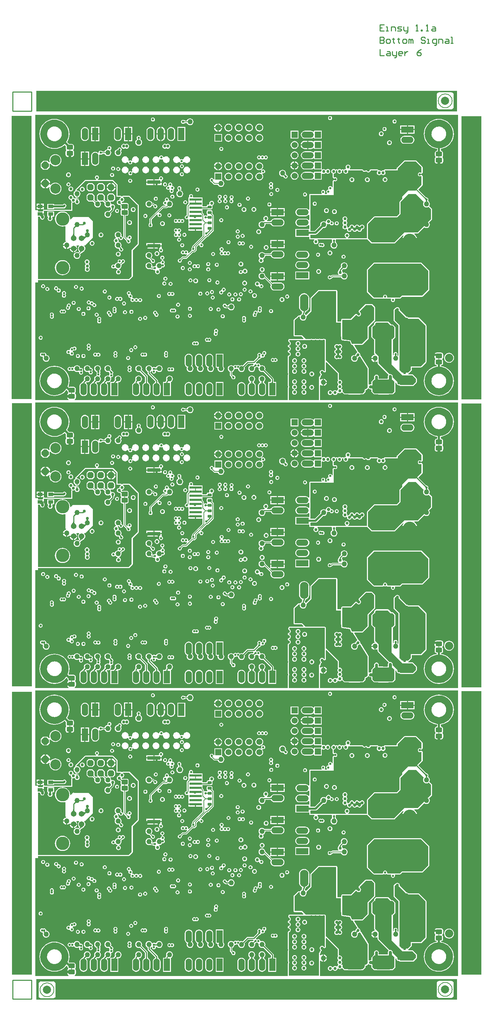
<source format=gbl>
G04 Layer_Physical_Order=6*
G04 Layer_Color=16711680*
%FSLAX24Y24*%
%MOIN*%
G70*
G01*
G75*
%ADD10C,0.0070*%
G04:AMPARAMS|DCode=11|XSize=78.7mil|YSize=78.7mil|CornerRadius=39.4mil|HoleSize=0mil|Usage=FLASHONLY|Rotation=90.000|XOffset=0mil|YOffset=0mil|HoleType=Round|Shape=RoundedRectangle|*
%AMROUNDEDRECTD11*
21,1,0.0787,0.0000,0,0,90.0*
21,1,0.0000,0.0787,0,0,90.0*
1,1,0.0787,0.0000,0.0000*
1,1,0.0787,0.0000,0.0000*
1,1,0.0787,0.0000,0.0000*
1,1,0.0787,0.0000,0.0000*
%
%ADD11ROUNDEDRECTD11*%
%ADD12C,0.0100*%
%ADD13C,0.0650*%
%ADD14C,0.0080*%
G04:AMPARAMS|DCode=30|XSize=29.1mil|YSize=39.4mil|CornerRadius=5.8mil|HoleSize=0mil|Usage=FLASHONLY|Rotation=90.000|XOffset=0mil|YOffset=0mil|HoleType=Round|Shape=RoundedRectangle|*
%AMROUNDEDRECTD30*
21,1,0.0291,0.0277,0,0,90.0*
21,1,0.0175,0.0394,0,0,90.0*
1,1,0.0117,0.0139,0.0087*
1,1,0.0117,0.0139,-0.0087*
1,1,0.0117,-0.0139,-0.0087*
1,1,0.0117,-0.0139,0.0087*
%
%ADD30ROUNDEDRECTD30*%
G04:AMPARAMS|DCode=41|XSize=50mil|YSize=50mil|CornerRadius=25mil|HoleSize=0mil|Usage=FLASHONLY|Rotation=270.000|XOffset=0mil|YOffset=0mil|HoleType=Round|Shape=RoundedRectangle|*
%AMROUNDEDRECTD41*
21,1,0.0500,0.0000,0,0,270.0*
21,1,0.0000,0.0500,0,0,270.0*
1,1,0.0500,0.0000,0.0000*
1,1,0.0500,0.0000,0.0000*
1,1,0.0500,0.0000,0.0000*
1,1,0.0500,0.0000,0.0000*
%
%ADD41ROUNDEDRECTD41*%
%ADD78C,0.0060*%
%ADD79C,0.0220*%
%ADD81C,0.0300*%
%ADD82C,0.0120*%
%ADD83C,0.0160*%
%ADD86C,0.0200*%
%ADD91C,0.0400*%
%ADD92C,0.0270*%
%ADD94C,0.0250*%
%ADD101C,0.0500*%
%ADD102C,0.0700*%
%ADD103C,0.0090*%
%ADD114C,0.0591*%
%ADD115R,0.0591X0.0591*%
%ADD116O,0.0825X0.1650*%
%ADD117R,0.0591X0.0591*%
%ADD118O,0.1181X0.0591*%
G04:AMPARAMS|DCode=119|XSize=133mil|YSize=83mil|CornerRadius=0mil|HoleSize=0mil|Usage=FLASHONLY|Rotation=270.000|XOffset=0mil|YOffset=0mil|HoleType=Round|Shape=Octagon|*
%AMOCTAGOND119*
4,1,8,-0.0208,-0.0665,0.0208,-0.0665,0.0415,-0.0457,0.0415,0.0457,0.0208,0.0665,-0.0208,0.0665,-0.0415,0.0457,-0.0415,-0.0457,-0.0208,-0.0665,0.0*
%
%ADD119OCTAGOND119*%

%ADD120P,0.0671X8X22.5*%
%ADD121C,0.1305*%
%ADD122C,0.0540*%
%ADD123C,0.1000*%
%ADD124P,0.0758X8X292.5*%
%ADD125O,0.1300X0.1360*%
%ADD126C,0.0800*%
%ADD127O,0.0600X0.1200*%
%ADD128R,0.0600X0.1200*%
%ADD129O,0.1200X0.0600*%
%ADD130R,0.1200X0.0600*%
%ADD131C,0.0220*%
%ADD132C,0.0300*%
%ADD133C,0.0290*%
%ADD134C,0.0320*%
%ADD157R,0.1299X0.0354*%
%ADD158R,0.1201X0.0240*%
G04:AMPARAMS|DCode=159|XSize=46mil|YSize=63mil|CornerRadius=11.5mil|HoleSize=0mil|Usage=FLASHONLY|Rotation=270.000|XOffset=0mil|YOffset=0mil|HoleType=Round|Shape=RoundedRectangle|*
%AMROUNDEDRECTD159*
21,1,0.0460,0.0400,0,0,270.0*
21,1,0.0230,0.0630,0,0,270.0*
1,1,0.0230,-0.0200,-0.0115*
1,1,0.0230,-0.0200,0.0115*
1,1,0.0230,0.0200,0.0115*
1,1,0.0230,0.0200,-0.0115*
%
%ADD159ROUNDEDRECTD159*%
%ADD160R,0.0492X0.0335*%
%ADD161R,0.0591X0.0591*%
G04:AMPARAMS|DCode=162|XSize=50mil|YSize=50mil|CornerRadius=25mil|HoleSize=0mil|Usage=FLASHONLY|Rotation=0.000|XOffset=0mil|YOffset=0mil|HoleType=Round|Shape=RoundedRectangle|*
%AMROUNDEDRECTD162*
21,1,0.0500,0.0000,0,0,0.0*
21,1,0.0000,0.0500,0,0,0.0*
1,1,0.0500,0.0000,0.0000*
1,1,0.0500,0.0000,0.0000*
1,1,0.0500,0.0000,0.0000*
1,1,0.0500,0.0000,0.0000*
%
%ADD162ROUNDEDRECTD162*%
%ADD163C,0.0850*%
G36*
X43671Y86683D02*
X2736D01*
Y88681D01*
X43671D01*
Y86683D01*
D02*
G37*
G36*
X6728Y78139D02*
X6730Y78127D01*
X6734Y78115D01*
X6740Y78103D01*
X6747Y78091D01*
X6756Y78079D01*
X6766Y78067D01*
X6778Y78055D01*
X6791Y78043D01*
X6807Y78031D01*
X6599Y78003D01*
X6611Y78020D01*
X6642Y78068D01*
X6650Y78082D01*
X6656Y78096D01*
X6661Y78108D01*
X6664Y78120D01*
X6666Y78132D01*
X6667Y78143D01*
X6727Y78151D01*
X6728Y78139D01*
D02*
G37*
G36*
X10547Y79571D02*
Y78386D01*
X10952D01*
X10967Y78336D01*
X10907Y78296D01*
X10856Y78220D01*
X10838Y78130D01*
X10840Y78123D01*
X10806Y78089D01*
X10717Y78071D01*
X10641Y78020D01*
X10590Y77944D01*
X10573Y77854D01*
X10590Y77765D01*
X10641Y77689D01*
X10717Y77638D01*
X10735Y77634D01*
X10736Y77634D01*
X10736Y77632D01*
X10752Y77622D01*
X10767Y77611D01*
X10768Y77611D01*
X10770Y77610D01*
X10788Y77607D01*
X10805Y77602D01*
X10841Y77601D01*
X10852Y77600D01*
X10863Y77599D01*
X10871Y77597D01*
X10877Y77595D01*
X10881Y77593D01*
X10882Y77592D01*
X10882Y77592D01*
X10886Y77589D01*
X10901Y77581D01*
X10914Y77571D01*
X10918Y77571D01*
X10921Y77569D01*
X10930Y77568D01*
Y77360D01*
X10945Y77284D01*
X10988Y77220D01*
X11010Y77205D01*
Y77145D01*
X10988Y77131D01*
X10945Y77066D01*
X10930Y76990D01*
Y76760D01*
X10945Y76684D01*
X10988Y76620D01*
X11053Y76577D01*
X11129Y76561D01*
X11217D01*
Y74469D01*
X11217Y74469D01*
X11225Y74426D01*
X11249Y74390D01*
X11486Y74154D01*
X11488Y74137D01*
X11489Y74135D01*
X11490Y74132D01*
X11500Y74118D01*
X11509Y74103D01*
X11511Y74100D01*
X11512Y74099D01*
X11512Y74098D01*
X11513Y74095D01*
X11514Y74092D01*
X11514Y74087D01*
X11515Y74080D01*
X11515Y74071D01*
X11519Y74052D01*
X11523Y74033D01*
X11523Y74032D01*
X11523Y74032D01*
X11534Y74016D01*
X11545Y74000D01*
X11545Y74000D01*
X11546Y73999D01*
X11548Y73998D01*
X11548Y73997D01*
X11590Y73934D01*
X11653Y73892D01*
X11727Y73877D01*
X11801Y73892D01*
X11864Y73934D01*
X11906Y73997D01*
X11921Y74071D01*
X11906Y74145D01*
X11866Y74204D01*
X11870Y74227D01*
X11879Y74258D01*
X11896Y74261D01*
X11959Y74303D01*
X12001Y74366D01*
X12016Y74440D01*
X12001Y74514D01*
X11959Y74577D01*
X11896Y74619D01*
X11822Y74634D01*
X11748Y74619D01*
X11685Y74577D01*
X11643Y74514D01*
X11628Y74440D01*
X11638Y74389D01*
X11592Y74364D01*
X11441Y74516D01*
Y76561D01*
X11529D01*
X11605Y76577D01*
X11669Y76620D01*
X11712Y76684D01*
X11728Y76760D01*
Y76990D01*
X11712Y77066D01*
X11669Y77131D01*
X11648Y77145D01*
Y77205D01*
X11669Y77220D01*
X11712Y77284D01*
X11728Y77360D01*
Y77590D01*
X11712Y77666D01*
X11669Y77731D01*
X11605Y77774D01*
X11529Y77789D01*
X11129D01*
X11107Y77785D01*
X11095Y77791D01*
X11060Y77826D01*
X11059Y77837D01*
X11059Y77847D01*
X11062Y77858D01*
X11093Y77899D01*
X11163Y77913D01*
X11239Y77964D01*
X11289Y78040D01*
X11307Y78130D01*
X11289Y78220D01*
X11239Y78296D01*
X11179Y78336D01*
X11194Y78386D01*
X11779D01*
X12593Y77590D01*
X12598D01*
Y73789D01*
X12028Y73218D01*
Y70679D01*
X11742Y70394D01*
X2923D01*
Y76452D01*
X3091D01*
X3120Y76423D01*
Y76384D01*
X3136Y76304D01*
X3182Y76236D01*
X3249Y76191D01*
X3329Y76175D01*
X3409Y76191D01*
X3477Y76236D01*
X3522Y76304D01*
X3538Y76384D01*
Y76509D01*
X3538Y76509D01*
X3522Y76589D01*
X3477Y76657D01*
X3465Y76669D01*
Y76669D01*
X3119D01*
Y76769D01*
X3465D01*
Y76987D01*
X3488Y77028D01*
X6260D01*
Y77813D01*
X6298Y77845D01*
X6339Y77837D01*
X6428Y77854D01*
X6449Y77868D01*
X6495Y77849D01*
X6500Y77821D01*
X6551Y77745D01*
X6627Y77694D01*
X6717Y77677D01*
X6807Y77694D01*
X6883Y77745D01*
X6934Y77821D01*
X6951Y77911D01*
X6934Y78001D01*
X6908Y78040D01*
X6908Y78043D01*
X6908Y78044D01*
X6908Y78045D01*
X6901Y78063D01*
X6896Y78081D01*
X6895Y78082D01*
X6895Y78082D01*
X6882Y78097D01*
X6870Y78111D01*
X6857Y78122D01*
X6848Y78130D01*
X6841Y78137D01*
X6835Y78143D01*
X6832Y78147D01*
X6830Y78151D01*
X6829Y78153D01*
X6829Y78158D01*
X6828Y78161D01*
X6828Y78165D01*
X6823Y78180D01*
X6818Y78196D01*
X6816Y78199D01*
X6815Y78202D01*
X6809Y78209D01*
Y78370D01*
X6863Y78393D01*
X6932Y78446D01*
X6985Y78515D01*
X7018Y78595D01*
X7030Y78681D01*
X7018Y78767D01*
X6985Y78848D01*
X6932Y78916D01*
X6863Y78969D01*
X6783Y79003D01*
X6697Y79014D01*
X6670Y79010D01*
X6646Y79058D01*
X7520Y79931D01*
X10187Y79931D01*
X10547Y79571D01*
D02*
G37*
G36*
X10957Y77832D02*
X10960Y77796D01*
X10963Y77779D01*
X10966Y77764D01*
X10971Y77750D01*
X10976Y77738D01*
X10982Y77727D01*
X10988Y77717D01*
X10996Y77708D01*
X10953Y77666D01*
X10945Y77673D01*
X10935Y77680D01*
X10924Y77686D01*
X10911Y77691D01*
X10897Y77695D01*
X10882Y77699D01*
X10866Y77701D01*
X10848Y77703D01*
X10809Y77704D01*
X10957Y77853D01*
X10957Y77832D01*
D02*
G37*
G36*
X11634Y74207D02*
X11641Y74202D01*
X11650Y74197D01*
X11658Y74193D01*
X11668Y74189D01*
X11678Y74186D01*
X11689Y74184D01*
X11701Y74182D01*
X11713Y74181D01*
X11726Y74181D01*
X11617Y74072D01*
X11617Y74085D01*
X11616Y74097D01*
X11614Y74109D01*
X11612Y74120D01*
X11609Y74130D01*
X11605Y74139D01*
X11601Y74148D01*
X11596Y74157D01*
X11590Y74164D01*
X11584Y74171D01*
X11627Y74214D01*
X11634Y74207D01*
D02*
G37*
G36*
X28896Y67299D02*
X28888Y67296D01*
X28881Y67290D01*
X28874Y67282D01*
X28869Y67273D01*
X28865Y67260D01*
X28861Y67246D01*
X28859Y67230D01*
X28857Y67211D01*
X28857Y67190D01*
X28757D01*
X28756Y67211D01*
X28755Y67230D01*
X28752Y67246D01*
X28749Y67260D01*
X28745Y67273D01*
X28739Y67282D01*
X28733Y67290D01*
X28726Y67296D01*
X28717Y67299D01*
X28708Y67300D01*
X28906D01*
X28896Y67299D01*
D02*
G37*
G36*
X35619Y67624D02*
X35619Y66414D01*
X35497Y66291D01*
X34987Y65781D01*
Y64651D01*
X34447Y64111D01*
X33457D01*
X33297Y64441D01*
X32527Y64541D01*
Y66441D01*
X33377Y66441D01*
X33844Y66908D01*
X33901Y66895D01*
X33941Y66835D01*
X34017Y66784D01*
X34107Y66767D01*
X34197Y66784D01*
X34273Y66835D01*
X34324Y66911D01*
X34341Y67001D01*
X34324Y67091D01*
X34273Y67167D01*
X34213Y67207D01*
X34200Y67264D01*
X34809Y67874D01*
X35369D01*
X35619Y67624D01*
D02*
G37*
G36*
X31927Y66171D02*
X32367D01*
Y64831D01*
X32425Y64766D01*
Y64541D01*
X32428Y64528D01*
X32428Y64515D01*
X32431Y64509D01*
X32433Y64502D01*
X32440Y64491D01*
X32446Y64479D01*
X32451Y64475D01*
X32455Y64469D01*
X32466Y64462D01*
X32476Y64453D01*
X32482Y64451D01*
X32488Y64447D01*
X32501Y64444D01*
X32514Y64440D01*
X33229Y64347D01*
X33365Y64067D01*
X33375Y64053D01*
X33385Y64039D01*
X33387Y64037D01*
X33389Y64035D01*
X33404Y64026D01*
X33418Y64017D01*
X33421Y64016D01*
X33423Y64015D01*
X33440Y64012D01*
X33457Y64009D01*
X33527D01*
X33974Y63295D01*
X33955Y63249D01*
X33947Y63248D01*
X33871Y63197D01*
X33820Y63121D01*
X33815Y63094D01*
X33814Y63094D01*
X33813Y63092D01*
X33812Y63091D01*
X33802Y63076D01*
X33792Y63060D01*
X33792Y63059D01*
X33791Y63057D01*
X33788Y63039D01*
X33785Y63021D01*
X33737Y63009D01*
X33697Y63014D01*
X33611Y63003D01*
X33530Y62969D01*
X33461Y62916D01*
X33409Y62848D01*
X33375Y62767D01*
X33364Y62681D01*
X33375Y62595D01*
X33409Y62515D01*
X33461Y62446D01*
X33530Y62393D01*
X33611Y62360D01*
X33697Y62348D01*
X33783Y62360D01*
X33863Y62393D01*
X33932Y62446D01*
X33985Y62515D01*
X34018Y62595D01*
X34030Y62681D01*
X34022Y62737D01*
X34050Y62778D01*
X34065Y62784D01*
X34068Y62785D01*
X34086Y62789D01*
X34087Y62790D01*
X34089Y62790D01*
X34103Y62802D01*
X34118Y62813D01*
X34118Y62813D01*
X34127Y62814D01*
X34190Y62857D01*
X34251Y62854D01*
X34987Y61681D01*
Y59871D01*
X34817Y59701D01*
X34210D01*
Y59266D01*
X33760Y59268D01*
X33190Y59266D01*
Y59271D01*
X33153Y59271D01*
X33173Y59701D01*
X32411D01*
X32404Y59756D01*
X32433Y59775D01*
X32484Y59851D01*
X32501Y59941D01*
X32484Y60031D01*
X32433Y60107D01*
X32396Y60131D01*
Y60181D01*
X32433Y60205D01*
X32484Y60281D01*
X32501Y60371D01*
X32484Y60461D01*
X32433Y60537D01*
X32357Y60588D01*
X32267Y60606D01*
X32227Y60598D01*
X32177Y60639D01*
X32177Y61261D01*
X30921Y62517D01*
X30921Y64474D01*
X30914Y64513D01*
X30891Y64546D01*
X30858Y64568D01*
X30819Y64576D01*
X30781D01*
X30779Y64577D01*
X30705Y64592D01*
X30631Y64577D01*
X30629Y64576D01*
X30381D01*
X30379Y64577D01*
X30305Y64592D01*
X30231Y64577D01*
X30229Y64576D01*
X29981D01*
X29979Y64577D01*
X29905Y64592D01*
X29831Y64577D01*
X29829Y64576D01*
X29581D01*
X29579Y64577D01*
X29505Y64592D01*
X29431Y64577D01*
X29429Y64576D01*
X28929D01*
X28597Y64931D01*
X27879Y64931D01*
Y66384D01*
X28324Y66764D01*
X28372Y66738D01*
X28364Y66681D01*
X28375Y66595D01*
X28409Y66515D01*
X28461Y66446D01*
X28530Y66393D01*
X28611Y66360D01*
X28697Y66348D01*
X28783Y66360D01*
X28863Y66393D01*
X28932Y66446D01*
X28985Y66515D01*
X29018Y66595D01*
X29030Y66681D01*
X29021Y66744D01*
X29029Y66794D01*
X29509Y67274D01*
Y68524D01*
X30209Y69224D01*
X31927D01*
Y66171D01*
D02*
G37*
G36*
X37771Y63019D02*
X37768Y63014D01*
X37765Y63008D01*
X37763Y63002D01*
X37761Y62994D01*
X37760Y62986D01*
X37758Y62977D01*
X37757Y62955D01*
X37757Y62943D01*
X37637D01*
X37637Y62955D01*
X37634Y62986D01*
X37633Y62994D01*
X37631Y63002D01*
X37629Y63008D01*
X37626Y63014D01*
X37623Y63019D01*
X37620Y63023D01*
X37774D01*
X37771Y63019D01*
D02*
G37*
G36*
X34042Y62881D02*
X34030Y62880D01*
X34018Y62878D01*
X34005Y62875D01*
X33994Y62871D01*
X33982Y62866D01*
X33970Y62860D01*
X33959Y62853D01*
X33948Y62845D01*
X33937Y62835D01*
X33926Y62825D01*
X33837Y62906D01*
X33847Y62917D01*
X33856Y62928D01*
X33864Y62939D01*
X33871Y62950D01*
X33876Y62962D01*
X33881Y62974D01*
X33884Y62986D01*
X33886Y62998D01*
X33887Y63010D01*
X33887Y63023D01*
X34042Y62881D01*
D02*
G37*
G36*
X43779Y58623D02*
X30366D01*
X30359Y58631D01*
Y60073D01*
X30386Y60091D01*
X30429Y60103D01*
X30490Y60055D01*
X30575Y60020D01*
X30617Y60015D01*
Y60361D01*
Y60708D01*
X30575Y60702D01*
X30490Y60667D01*
X30429Y60620D01*
X30386Y60631D01*
X30359Y60650D01*
Y60801D01*
X30360Y60802D01*
X30363Y60803D01*
X30375Y60814D01*
X30388Y60825D01*
X30404Y60844D01*
X30406Y60848D01*
X30410Y60852D01*
X30415Y60866D01*
X30422Y60879D01*
X30423Y60884D01*
X30425Y60889D01*
X30439Y60958D01*
X30467Y61001D01*
X30479Y61009D01*
X30486Y61016D01*
X30494Y61021D01*
X30500Y61030D01*
X30507Y61037D01*
X30511Y61046D01*
X30516Y61054D01*
X30518Y61064D01*
X30522Y61074D01*
Y61084D01*
X30524Y61094D01*
Y61143D01*
X30522Y61153D01*
Y61163D01*
X30518Y61173D01*
X30516Y61183D01*
X30511Y61191D01*
X30507Y61200D01*
X30500Y61207D01*
X30494Y61216D01*
X30486Y61221D01*
X30479Y61228D01*
X30467Y61236D01*
X30439Y61279D01*
X30429Y61328D01*
X30439Y61378D01*
X30467Y61421D01*
X30509Y61449D01*
X30559Y61459D01*
X30609Y61449D01*
X30652Y61421D01*
X30685Y61372D01*
X30698Y61358D01*
X30711Y61345D01*
X30712Y61344D01*
X30713Y61343D01*
X30730Y61336D01*
X30747Y61329D01*
X30749Y61329D01*
X30749Y61328D01*
X30768D01*
X30787Y61328D01*
X30837Y61337D01*
X30848Y61341D01*
X30858Y61343D01*
X30866Y61348D01*
X30874Y61351D01*
X30882Y61359D01*
X30891Y61365D01*
X30896Y61373D01*
X30903Y61379D01*
X30907Y61389D01*
X30914Y61398D01*
X30915Y61407D01*
X30919Y61415D01*
X30919Y61426D01*
X30921Y61437D01*
Y62281D01*
X30986Y62308D01*
X32075Y61219D01*
X32075Y60639D01*
X32076Y60634D01*
X32075Y60629D01*
X32080Y60614D01*
X32083Y60600D01*
X32101Y60537D01*
X32050Y60461D01*
X32032Y60371D01*
X32050Y60281D01*
X32101Y60205D01*
X32122Y60191D01*
Y60121D01*
X32101Y60107D01*
X32050Y60031D01*
X32032Y59941D01*
X32050Y59851D01*
X32101Y59775D01*
X32115Y59766D01*
Y59696D01*
X32101Y59687D01*
X32050Y59611D01*
X32041Y59565D01*
X32024Y59554D01*
X31965Y59539D01*
X31907Y59578D01*
X31817Y59596D01*
X31727Y59578D01*
X31651Y59527D01*
X31616Y59474D01*
X31613Y59473D01*
X31541D01*
X31538Y59474D01*
X31503Y59527D01*
X31427Y59578D01*
X31337Y59596D01*
X31247Y59578D01*
X31171Y59527D01*
X31120Y59451D01*
X31102Y59361D01*
X31120Y59271D01*
X31171Y59195D01*
X31247Y59144D01*
X31337Y59127D01*
X31427Y59144D01*
X31503Y59195D01*
X31538Y59248D01*
X31541Y59249D01*
X31613D01*
X31616Y59248D01*
X31651Y59195D01*
X31727Y59144D01*
X31817Y59127D01*
X31907Y59144D01*
X31983Y59195D01*
X32034Y59271D01*
X32043Y59317D01*
X32060Y59328D01*
X32119Y59343D01*
X32177Y59304D01*
X32267Y59287D01*
X32357Y59304D01*
X32433Y59355D01*
X32442Y59370D01*
X32512Y59377D01*
X32699Y59190D01*
X33095D01*
X33096Y59190D01*
X33110Y59179D01*
X33112Y59178D01*
X33114Y59177D01*
X33131Y59174D01*
X33149Y59169D01*
X33151Y59170D01*
X33153Y59169D01*
X33165Y59169D01*
X33171Y59168D01*
X33190Y59164D01*
X33191Y59164D01*
X33191Y59164D01*
X33760Y59166D01*
X34210Y59164D01*
X34210Y59164D01*
X34210Y59164D01*
X34229Y59168D01*
X34249Y59172D01*
X34249Y59172D01*
X34249Y59172D01*
X34264Y59182D01*
X34267D01*
X34330Y59190D01*
X34534D01*
X34781Y59438D01*
Y59599D01*
X34817D01*
X34856Y59607D01*
X34889Y59629D01*
X35017Y59757D01*
X35102Y59756D01*
X35169Y59711D01*
X35175Y59709D01*
X35175Y59709D01*
X35176Y59708D01*
X35177Y59707D01*
X35192Y59696D01*
X35207Y59686D01*
X35209Y59685D01*
X35210Y59684D01*
X35228Y59681D01*
X35246Y59677D01*
X35309Y59675D01*
X35330Y59672D01*
X35346Y59669D01*
X35346Y59669D01*
X35348Y59666D01*
X35352Y59662D01*
Y59434D01*
X35599Y59186D01*
X35951D01*
X35965Y59184D01*
X35997D01*
X36005Y59178D01*
X36010Y59176D01*
X36015Y59173D01*
X36029Y59170D01*
X36043Y59166D01*
X36048Y59166D01*
X36054Y59165D01*
X36517Y59166D01*
X36980Y59165D01*
X36984Y59166D01*
X36988Y59166D01*
X37003Y59170D01*
X37019Y59173D01*
X37022Y59175D01*
X37026Y59176D01*
X37037Y59185D01*
X37043Y59186D01*
X37434D01*
X37682Y59434D01*
Y60293D01*
X37752Y60325D01*
X37775Y60306D01*
X37775Y60304D01*
X37793Y60214D01*
X37844Y60138D01*
X37920Y60087D01*
X38009Y60069D01*
X38047Y60077D01*
X38095Y60029D01*
X38128Y60007D01*
X38167Y59999D01*
X39387D01*
X39426Y60007D01*
X39459Y60029D01*
X39459Y60029D01*
X39739Y60309D01*
X39761Y60342D01*
X39769Y60381D01*
Y60691D01*
X39761Y60730D01*
X39739Y60763D01*
X39409Y61093D01*
X39376Y61115D01*
X39337Y61123D01*
X38933D01*
X38927Y61193D01*
X38946Y61197D01*
X38979Y61219D01*
X39259Y61499D01*
X39281Y61532D01*
X39289Y61571D01*
X39289Y61809D01*
X40069D01*
X40069Y61809D01*
X40070Y61809D01*
X40157D01*
X40196Y61817D01*
X40229Y61839D01*
X40669Y62279D01*
X40691Y62312D01*
X40699Y62351D01*
Y63411D01*
Y65871D01*
X40691Y65910D01*
X40669Y65943D01*
X39996Y66616D01*
X39963Y66638D01*
X39924Y66646D01*
X38967Y66646D01*
X38953Y66667D01*
X38928Y66684D01*
X38910Y66695D01*
X38877Y66718D01*
X38787Y66736D01*
X38766Y66731D01*
X38102Y67395D01*
X38111Y67441D01*
X38094Y67531D01*
X38043Y67607D01*
X38022Y67621D01*
X37967Y67658D01*
X37877Y67676D01*
X37787Y67658D01*
X37711Y67607D01*
X37701Y67592D01*
X37680Y67588D01*
X37647Y67566D01*
X37547Y67466D01*
X37525Y67433D01*
X37517Y67394D01*
X37517Y66389D01*
X37525Y66350D01*
X37547Y66316D01*
X37985Y65879D01*
X37985Y64361D01*
X37985Y62955D01*
X37915Y62930D01*
X37863Y62969D01*
X37871Y62991D01*
X37873Y63007D01*
X37876Y63023D01*
X37875Y63025D01*
X37876Y63027D01*
X37891Y63101D01*
X37876Y63175D01*
X37834Y63238D01*
X37771Y63280D01*
X37697Y63295D01*
X37623Y63280D01*
X37560Y63238D01*
X37518Y63175D01*
X37503Y63101D01*
X37518Y63027D01*
X37518Y63025D01*
X37518Y63023D01*
X37520Y63013D01*
X37507Y62996D01*
X37499Y62989D01*
X37450Y63006D01*
X37429Y63027D01*
Y64486D01*
X37434D01*
X37682Y64734D01*
Y65729D01*
X37434Y65976D01*
X37296D01*
X37029Y66243D01*
X36996Y66265D01*
X36957Y66273D01*
X35817Y66273D01*
X35778Y66265D01*
X35745Y66243D01*
X35625Y66123D01*
X35603Y66090D01*
X35595Y66051D01*
Y65972D01*
X35352Y65729D01*
Y64734D01*
X35595Y64491D01*
Y63221D01*
X35603Y63182D01*
X35625Y63149D01*
X35625Y63149D01*
X35672Y63101D01*
X35647Y63028D01*
X35605Y63022D01*
X35520Y62987D01*
X35447Y62931D01*
X35391Y62858D01*
X35356Y62772D01*
X35350Y62731D01*
X35697D01*
Y62681D01*
X35747D01*
Y62335D01*
X35788Y62340D01*
X35873Y62375D01*
X35885Y62384D01*
X35955Y62350D01*
Y62211D01*
X35963Y62172D01*
X35985Y62139D01*
X37015Y61108D01*
X37014Y61089D01*
X36963Y61013D01*
X36945Y60924D01*
Y60747D01*
X36895Y60698D01*
X36059Y60710D01*
X36057Y60720D01*
X36052Y60745D01*
X36050Y60776D01*
X36054Y60781D01*
X36071Y60871D01*
X36054Y60961D01*
X36003Y61037D01*
X35927Y61088D01*
X35837Y61106D01*
X35747Y61088D01*
X35671Y61037D01*
X35620Y60961D01*
X35602Y60871D01*
X35620Y60781D01*
X35624Y60776D01*
X35624Y60775D01*
X35621Y60740D01*
X35617Y60712D01*
X35612Y60691D01*
X35606Y60677D01*
X35606Y60676D01*
X35599D01*
X35591Y60668D01*
X35588Y60667D01*
X35574Y60663D01*
X35570Y60660D01*
X35564Y60658D01*
X35554Y60648D01*
X35542Y60640D01*
X35539Y60635D01*
X35535Y60631D01*
X35529Y60618D01*
X35522Y60606D01*
X35521Y60600D01*
X35519Y60596D01*
X35352Y60429D01*
Y60206D01*
X35298Y60161D01*
X35277Y60166D01*
X35187Y60148D01*
X35159Y60129D01*
X35089Y60166D01*
Y61681D01*
X35087Y61690D01*
X35087Y61698D01*
X35083Y61709D01*
X35081Y61720D01*
X35076Y61727D01*
X35073Y61735D01*
X34337Y62909D01*
X34331Y62915D01*
X34326Y62923D01*
X34317Y62930D01*
X34310Y62937D01*
X34302Y62941D01*
X34294Y62947D01*
X34284Y62949D01*
X34274Y62954D01*
X34270Y63024D01*
X34271Y63031D01*
X34254Y63121D01*
X34203Y63197D01*
X34127Y63248D01*
X34076Y63294D01*
X34075Y63303D01*
X34075Y63312D01*
X34071Y63322D01*
X34069Y63333D01*
X34064Y63341D01*
X34061Y63349D01*
X33685Y63948D01*
X33719Y64009D01*
X34447D01*
X34486Y64017D01*
X34519Y64039D01*
X35059Y64579D01*
X35081Y64612D01*
X35089Y64651D01*
Y65739D01*
X35569Y66219D01*
X35691Y66342D01*
X35714Y66375D01*
X35721Y66414D01*
X35721Y67624D01*
X35714Y67663D01*
X35691Y67696D01*
X35441Y67946D01*
X35441Y67946D01*
X35408Y67968D01*
X35369Y67976D01*
X34809D01*
X34770Y67968D01*
X34737Y67946D01*
X34128Y67336D01*
X34121Y67327D01*
X34114Y67318D01*
X34110Y67310D01*
X34106Y67303D01*
X34103Y67292D01*
X34099Y67281D01*
X34100Y67273D01*
X34098Y67264D01*
X34100Y67253D01*
X34101Y67241D01*
X34114Y67184D01*
X34121Y67167D01*
X34128Y67150D01*
X34129Y67149D01*
X34130Y67148D01*
X34143Y67135D01*
X34157Y67122D01*
X34199Y67093D01*
X34227Y67051D01*
X34237Y67001D01*
X34227Y66951D01*
X34199Y66909D01*
X34157Y66880D01*
X34107Y66871D01*
X34057Y66880D01*
X34015Y66909D01*
X33986Y66951D01*
X33973Y66964D01*
X33960Y66978D01*
X33959Y66979D01*
X33958Y66980D01*
X33941Y66987D01*
X33924Y66994D01*
X33867Y67007D01*
X33855Y67008D01*
X33844Y67010D01*
X33835Y67008D01*
X33827Y67009D01*
X33816Y67004D01*
X33805Y67002D01*
X33798Y66997D01*
X33790Y66994D01*
X33781Y66987D01*
X33772Y66980D01*
X33335Y66543D01*
X32527Y66543D01*
X32488Y66535D01*
X32455Y66513D01*
X32433Y66480D01*
X32425Y66441D01*
Y66330D01*
X32367Y66273D01*
X32029D01*
Y69224D01*
X32021Y69263D01*
X31999Y69296D01*
X31966Y69318D01*
X31927Y69326D01*
X30209D01*
X30170Y69318D01*
X30137Y69296D01*
X29437Y68596D01*
X29415Y68563D01*
X29407Y68524D01*
Y67316D01*
X29003Y66911D01*
X28933Y66916D01*
X28932Y66916D01*
X28867Y66967D01*
X28863Y66975D01*
X28856Y67048D01*
X28901Y67092D01*
X28909Y67105D01*
X28911Y67106D01*
X28927Y67116D01*
X28928Y67117D01*
X28929Y67118D01*
X28939Y67134D01*
X28950Y67149D01*
X28950Y67150D01*
X28951Y67151D01*
X28955Y67170D01*
X28959Y67188D01*
X28959Y67206D01*
X28960Y67215D01*
X28966Y67220D01*
X28978Y67228D01*
X28981Y67233D01*
X28986Y67237D01*
X28988Y67240D01*
X29055Y67268D01*
X29158Y67347D01*
X29237Y67450D01*
X29287Y67570D01*
X29304Y67699D01*
Y68524D01*
X29287Y68652D01*
X29237Y68772D01*
X29158Y68875D01*
X29055Y68954D01*
X28935Y69003D01*
X28807Y69020D01*
X28678Y69003D01*
X28558Y68954D01*
X28456Y68875D01*
X28377Y68772D01*
X28327Y68652D01*
X28310Y68524D01*
Y67699D01*
X28327Y67570D01*
X28377Y67450D01*
X28456Y67347D01*
X28558Y67268D01*
X28590Y67255D01*
X28608Y67179D01*
X28603Y67170D01*
X28574Y67127D01*
X28564Y67076D01*
Y66983D01*
X28530Y66969D01*
X28461Y66916D01*
X28432Y66878D01*
X28371Y66855D01*
X28353Y66860D01*
X28335Y66865D01*
X28334Y66865D01*
X28332Y66865D01*
X28314Y66863D01*
X28296Y66862D01*
X28294Y66861D01*
X28293Y66861D01*
X28277Y66852D01*
X28260Y66843D01*
X28259Y66842D01*
X28258Y66841D01*
X27813Y66461D01*
X27811Y66458D01*
X27807Y66456D01*
X27798Y66442D01*
X27789Y66430D01*
X27787Y66426D01*
X27785Y66423D01*
X27782Y66407D01*
X27778Y66392D01*
X27778Y66388D01*
X27777Y66384D01*
Y64931D01*
X27785Y64892D01*
X27807Y64859D01*
X27840Y64837D01*
X27879Y64829D01*
X28553Y64829D01*
X28729Y64640D01*
X28702Y64576D01*
X27378D01*
X27368Y64574D01*
X27358D01*
X27349Y64570D01*
X27339Y64568D01*
X27331Y64562D01*
X27321Y64558D01*
X27314Y64551D01*
X27306Y64546D01*
X27300Y64537D01*
X27293Y64530D01*
X27289Y64521D01*
X27284Y64513D01*
X27282Y64503D01*
X27278Y64494D01*
X27265Y64428D01*
X27265Y64427D01*
X27260Y64416D01*
Y64408D01*
X27258Y64401D01*
X27260Y64388D01*
Y64376D01*
X27263Y64369D01*
X27264Y64361D01*
X27285Y64303D01*
X27292Y64293D01*
X27296Y64281D01*
X27302Y64276D01*
X27306Y64269D01*
X27316Y64262D01*
X27325Y64253D01*
X27369Y64223D01*
X27397Y64181D01*
X27407Y64131D01*
X27397Y64081D01*
X27369Y64039D01*
X27327Y64010D01*
X27307Y64007D01*
X27298Y64003D01*
X27288Y64001D01*
X27279Y63995D01*
X27270Y63991D01*
X27263Y63984D01*
X27255Y63979D01*
X27249Y63970D01*
X27242Y63963D01*
X27238Y63954D01*
X27233Y63946D01*
X27231Y63936D01*
X27227Y63926D01*
Y63916D01*
X27225Y63907D01*
Y63846D01*
X27227Y63836D01*
Y63826D01*
X27231Y63816D01*
X27233Y63807D01*
X27238Y63798D01*
X27242Y63789D01*
X27249Y63782D01*
X27255Y63774D01*
X27263Y63768D01*
X27270Y63761D01*
X27279Y63757D01*
X27288Y63751D01*
X27298Y63749D01*
X27307Y63746D01*
X27327Y63742D01*
X27369Y63713D01*
X27397Y63671D01*
X27407Y63621D01*
X27397Y63571D01*
X27369Y63529D01*
X27327Y63500D01*
X27307Y63497D01*
X27298Y63493D01*
X27288Y63491D01*
X27279Y63485D01*
X27270Y63481D01*
X27263Y63474D01*
X27255Y63469D01*
X27249Y63460D01*
X27242Y63453D01*
X27238Y63444D01*
X27233Y63436D01*
X27231Y63426D01*
X27227Y63416D01*
Y63406D01*
X27225Y63397D01*
Y63326D01*
X27227Y63316D01*
Y63306D01*
X27231Y63296D01*
X27233Y63287D01*
X27238Y63278D01*
X27242Y63269D01*
X27249Y63262D01*
X27255Y63254D01*
X27263Y63248D01*
X27270Y63241D01*
X27279Y63237D01*
X27288Y63231D01*
X27298Y63229D01*
X27307Y63226D01*
X27327Y63222D01*
X27369Y63193D01*
X27397Y63151D01*
X27407Y63101D01*
X27397Y63051D01*
X27369Y63009D01*
X27327Y62980D01*
X27307Y62977D01*
X27298Y62973D01*
X27288Y62971D01*
X27279Y62965D01*
X27270Y62961D01*
X27263Y62954D01*
X27255Y62949D01*
X27249Y62940D01*
X27242Y62933D01*
X27238Y62924D01*
X27233Y62916D01*
X27231Y62906D01*
X27227Y62896D01*
Y62886D01*
X27225Y62877D01*
X27225Y61185D01*
X27227Y61175D01*
Y61165D01*
X27229Y61154D01*
X27227Y61142D01*
Y61132D01*
X27225Y61122D01*
Y60025D01*
X27227Y60015D01*
Y60005D01*
X27231Y59996D01*
X27233Y59986D01*
X27238Y59978D01*
X27242Y59968D01*
X27242Y59968D01*
X27249Y59934D01*
X27242Y59899D01*
X27242Y59899D01*
X27238Y59890D01*
X27233Y59881D01*
X27231Y59871D01*
X27227Y59862D01*
Y59852D01*
X27225Y59842D01*
Y58631D01*
X27218Y58623D01*
X6485D01*
X6476Y58650D01*
X6473Y58693D01*
X6534Y58734D01*
X6582Y58805D01*
X6599Y58889D01*
Y59119D01*
X6582Y59203D01*
X6534Y59274D01*
X6522Y59282D01*
X6529Y59361D01*
X6563Y59413D01*
X6578Y59489D01*
Y59719D01*
X6563Y59795D01*
X6520Y59859D01*
X6455Y59902D01*
X6379Y59917D01*
X5979D01*
X5930Y59908D01*
X5867Y59971D01*
X5896Y60041D01*
X5949Y60264D01*
X5967Y60492D01*
X5949Y60720D01*
X5896Y60943D01*
X5808Y61155D01*
X5688Y61350D01*
X5540Y61524D01*
X5366Y61673D01*
X5170Y61792D01*
X4959Y61880D01*
X4736Y61933D01*
X4508Y61951D01*
X4280Y61933D01*
X4057Y61880D01*
X3845Y61792D01*
X3650Y61673D01*
X3476Y61524D01*
X3327Y61350D01*
X3208Y61155D01*
X3120Y60943D01*
X3067Y60720D01*
X3049Y60492D01*
X3067Y60264D01*
X3120Y60041D01*
X3208Y59830D01*
X3327Y59634D01*
X3476Y59460D01*
X3650Y59312D01*
X3845Y59192D01*
X4057Y59104D01*
X4280Y59051D01*
X4508Y59033D01*
X4736Y59051D01*
X4959Y59104D01*
X5170Y59192D01*
X5366Y59312D01*
X5540Y59460D01*
X5653Y59593D01*
X5723Y59596D01*
X5781Y59538D01*
Y59489D01*
X5796Y59413D01*
X5830Y59361D01*
X5836Y59282D01*
X5824Y59274D01*
X5777Y59203D01*
X5760Y59119D01*
Y58889D01*
X5777Y58805D01*
X5824Y58734D01*
X5885Y58693D01*
X5883Y58650D01*
X5874Y58623D01*
X2639D01*
Y70076D01*
X2923D01*
Y70292D01*
X11742D01*
X11781Y70299D01*
X11814Y70322D01*
X12100Y70607D01*
X12122Y70640D01*
X12130Y70679D01*
Y73176D01*
X12671Y73717D01*
X12693Y73750D01*
X12700Y73789D01*
Y77590D01*
X12693Y77629D01*
X12671Y77662D01*
X12653Y77674D01*
X11851Y78459D01*
X11834Y78469D01*
X11818Y78480D01*
X11818Y78480D01*
X11817Y78480D01*
X11798Y78484D01*
X11779Y78488D01*
X11194D01*
X11189Y78487D01*
X11184Y78487D01*
X11170Y78483D01*
X11155Y78480D01*
X11151Y78477D01*
X11146Y78476D01*
X11134Y78466D01*
X11122Y78458D01*
X11119Y78454D01*
X11115Y78451D01*
X11112Y78444D01*
X11107Y78442D01*
X11089Y78437D01*
X11056D01*
X11039Y78442D01*
X11034Y78444D01*
X11031Y78451D01*
X11027Y78454D01*
X11024Y78458D01*
X11011Y78466D01*
X11000Y78476D01*
X10995Y78477D01*
X10991Y78480D01*
X10976Y78483D01*
X10962Y78487D01*
X10957Y78487D01*
X10952Y78488D01*
X10649D01*
Y79571D01*
X10641Y79610D01*
X10619Y79643D01*
X10259Y80003D01*
X10226Y80025D01*
X10187Y80033D01*
X8771Y80033D01*
X8728Y80098D01*
X8729Y80103D01*
X8786Y80142D01*
X8828Y80204D01*
X8843Y80279D01*
X8828Y80353D01*
X8786Y80416D01*
X8723Y80458D01*
X8649Y80472D01*
X8575Y80458D01*
X8512Y80416D01*
X8470Y80353D01*
X8456Y80279D01*
X8470Y80204D01*
X8512Y80142D01*
X8570Y80103D01*
X8571Y80098D01*
X8528Y80033D01*
X7520D01*
X7481Y80025D01*
X7448Y80003D01*
X6574Y79130D01*
X6572Y79127D01*
X6570Y79125D01*
X6561Y79111D01*
X6552Y79097D01*
X6551Y79093D01*
X6550Y79090D01*
X6548Y79074D01*
X6544Y79058D01*
X6545Y79054D01*
X6545Y79051D01*
X6549Y79035D01*
X6552Y79019D01*
X6530Y78969D01*
X6461Y78916D01*
X6409Y78848D01*
X6375Y78767D01*
X6364Y78681D01*
X6375Y78595D01*
X6409Y78515D01*
X6461Y78446D01*
X6530Y78393D01*
X6585Y78370D01*
Y78243D01*
X6515Y78222D01*
X6504Y78237D01*
X6428Y78288D01*
X6346Y78304D01*
X6351Y78331D01*
X6334Y78421D01*
X6283Y78497D01*
X6207Y78548D01*
X6117Y78566D01*
X6027Y78548D01*
X5951Y78497D01*
X5900Y78421D01*
X5882Y78331D01*
X5900Y78241D01*
X5951Y78165D01*
X6027Y78114D01*
X6109Y78098D01*
X6104Y78071D01*
X6122Y77981D01*
X6173Y77905D01*
X6166Y77852D01*
X6163Y77837D01*
X6158Y77823D01*
X6159Y77818D01*
X6158Y77813D01*
Y77130D01*
X3564D01*
X3500Y77142D01*
X3474Y77171D01*
X3465Y77196D01*
X3465Y77211D01*
X3465Y77211D01*
Y77398D01*
X3169D01*
Y77180D01*
X3399D01*
X3402Y77180D01*
X3434Y77119D01*
X3430Y77110D01*
X3424Y77107D01*
X3420Y77103D01*
X3416Y77100D01*
X3407Y77088D01*
X3398Y77076D01*
X3376Y77036D01*
X3374Y77030D01*
X3371Y77026D01*
X3368Y77012D01*
X3364Y76998D01*
X3305Y76967D01*
X2923D01*
Y77099D01*
X2919Y77104D01*
X2639D01*
Y86377D01*
X43779D01*
X43779Y58623D01*
D02*
G37*
G36*
X30819Y61437D02*
X30769Y61428D01*
X30725Y61494D01*
X30649Y61545D01*
X30559Y61563D01*
X30470Y61545D01*
X30394Y61494D01*
X30343Y61418D01*
X30325Y61328D01*
X30343Y61239D01*
X30394Y61163D01*
X30422Y61143D01*
Y61094D01*
X30394Y61074D01*
X30343Y60998D01*
X30325Y60909D01*
X30309Y60889D01*
X30257Y60881D01*
X30257Y60881D01*
Y58631D01*
X27327D01*
Y59842D01*
X27338Y59859D01*
X27353Y59934D01*
X27338Y60008D01*
X27327Y60025D01*
Y61122D01*
X27333Y61154D01*
X27327Y61185D01*
X27327Y62877D01*
X27367Y62884D01*
X27443Y62935D01*
X27494Y63011D01*
X27511Y63101D01*
X27494Y63191D01*
X27443Y63267D01*
X27367Y63318D01*
X27327Y63326D01*
Y63397D01*
X27367Y63404D01*
X27443Y63455D01*
X27494Y63531D01*
X27511Y63621D01*
X27494Y63711D01*
X27443Y63787D01*
X27367Y63838D01*
X27327Y63846D01*
Y63907D01*
X27367Y63914D01*
X27443Y63965D01*
X27494Y64041D01*
X27511Y64131D01*
X27494Y64221D01*
X27443Y64297D01*
X27381Y64338D01*
X27360Y64396D01*
X27364Y64401D01*
X27378Y64474D01*
X30819D01*
X30819Y61437D01*
D02*
G37*
G36*
X38809Y66544D02*
X39924Y66544D01*
X40597Y65871D01*
Y63411D01*
Y62351D01*
X40157Y61911D01*
X39187D01*
X39187Y61571D01*
X38907Y61291D01*
X38347Y61291D01*
X38087Y61551D01*
X38087Y64361D01*
X38087Y65921D01*
X37619Y66389D01*
X37619Y67394D01*
X37719Y67494D01*
X37859Y67494D01*
X38809Y66544D01*
D02*
G37*
G36*
X36957Y66171D02*
X37327Y65801D01*
Y62071D01*
X38377Y61021D01*
X39337D01*
X39667Y60691D01*
Y60381D01*
X39387Y60101D01*
X38167D01*
X37414Y60854D01*
Y60924D01*
X37396Y61013D01*
X37345Y61089D01*
X37269Y61140D01*
X37179Y61158D01*
X37121Y61147D01*
X36057Y62211D01*
X36057Y62861D01*
X35697Y63221D01*
X35697Y66051D01*
X35817Y66171D01*
X36957Y66171D01*
D02*
G37*
G36*
X35434Y59720D02*
X35432Y59731D01*
X35427Y59741D01*
X35418Y59750D01*
X35405Y59757D01*
X35388Y59764D01*
X35368Y59769D01*
X35344Y59773D01*
X35316Y59776D01*
X35249Y59779D01*
Y60029D01*
X35285Y60029D01*
X35344Y60034D01*
X35368Y60038D01*
X35388Y60043D01*
X35405Y60050D01*
X35418Y60057D01*
X35427Y60066D01*
X35432Y60076D01*
X35434Y60087D01*
Y59720D01*
D02*
G37*
G36*
X35948Y60771D02*
X35951Y60733D01*
X35957Y60699D01*
X35964Y60669D01*
X35974Y60644D01*
X35986Y60624D01*
X36000Y60609D01*
X36015Y60599D01*
Y60609D01*
X36980Y60595D01*
X36916Y60121D01*
X37029Y60119D01*
X36955Y59607D01*
X36980Y59267D01*
X36517Y59268D01*
X36054Y59267D01*
X36081Y59515D01*
X36034Y59758D01*
X36015Y59759D01*
Y59859D01*
X35965Y60119D01*
X36015Y60120D01*
Y60589D01*
X35618Y60571D01*
X35638Y60574D01*
X35657Y60582D01*
X35673Y60595D01*
X35688Y60612D01*
X35700Y60634D01*
X35709Y60661D01*
X35717Y60693D01*
X35722Y60729D01*
X35726Y60769D01*
X35727Y60815D01*
X35947D01*
X35948Y60771D01*
D02*
G37*
G36*
X2293Y58730D02*
X2293D01*
D01*
Y58730D01*
X2293Y58730D01*
D01*
D01*
X354D01*
Y86250D01*
X2293D01*
Y58730D01*
D02*
G37*
G36*
X46043Y58701D02*
X46043Y58701D01*
X44104D01*
Y86220D01*
X46043D01*
X46043Y58701D01*
D02*
G37*
G36*
X6728Y50147D02*
X6730Y50135D01*
X6734Y50123D01*
X6740Y50111D01*
X6747Y50099D01*
X6756Y50087D01*
X6766Y50075D01*
X6778Y50063D01*
X6791Y50051D01*
X6807Y50039D01*
X6599Y50011D01*
X6611Y50028D01*
X6642Y50076D01*
X6650Y50090D01*
X6656Y50103D01*
X6661Y50116D01*
X6664Y50128D01*
X6666Y50140D01*
X6667Y50150D01*
X6727Y50159D01*
X6728Y50147D01*
D02*
G37*
G36*
X10547Y51579D02*
Y50394D01*
X10952D01*
X10967Y50344D01*
X10907Y50304D01*
X10856Y50228D01*
X10838Y50138D01*
X10840Y50131D01*
X10806Y50097D01*
X10717Y50079D01*
X10641Y50028D01*
X10590Y49952D01*
X10573Y49862D01*
X10590Y49772D01*
X10641Y49696D01*
X10717Y49646D01*
X10735Y49642D01*
X10736Y49641D01*
X10736Y49640D01*
X10752Y49630D01*
X10767Y49619D01*
X10768Y49619D01*
X10770Y49618D01*
X10788Y49614D01*
X10805Y49610D01*
X10841Y49609D01*
X10852Y49608D01*
X10863Y49606D01*
X10871Y49605D01*
X10877Y49603D01*
X10881Y49601D01*
X10882Y49600D01*
X10882Y49600D01*
X10886Y49597D01*
X10901Y49588D01*
X10914Y49579D01*
X10918Y49579D01*
X10921Y49577D01*
X10930Y49576D01*
Y49368D01*
X10945Y49292D01*
X10988Y49227D01*
X11010Y49213D01*
Y49153D01*
X10988Y49139D01*
X10945Y49074D01*
X10930Y48998D01*
Y48768D01*
X10945Y48692D01*
X10988Y48627D01*
X11053Y48584D01*
X11129Y48569D01*
X11217D01*
Y46477D01*
X11217Y46477D01*
X11225Y46434D01*
X11249Y46398D01*
X11486Y46162D01*
X11488Y46145D01*
X11489Y46143D01*
X11490Y46140D01*
X11500Y46126D01*
X11509Y46111D01*
X11511Y46108D01*
X11512Y46107D01*
X11512Y46106D01*
X11513Y46103D01*
X11514Y46099D01*
X11514Y46095D01*
X11515Y46088D01*
X11515Y46078D01*
X11519Y46060D01*
X11523Y46041D01*
X11523Y46040D01*
X11523Y46040D01*
X11534Y46024D01*
X11545Y46008D01*
X11545Y46008D01*
X11546Y46007D01*
X11548Y46006D01*
X11548Y46005D01*
X11590Y45942D01*
X11653Y45900D01*
X11727Y45885D01*
X11801Y45900D01*
X11864Y45942D01*
X11906Y46005D01*
X11921Y46079D01*
X11906Y46153D01*
X11866Y46212D01*
X11870Y46234D01*
X11879Y46266D01*
X11896Y46269D01*
X11959Y46311D01*
X12001Y46374D01*
X12016Y46448D01*
X12001Y46522D01*
X11959Y46585D01*
X11896Y46627D01*
X11822Y46642D01*
X11748Y46627D01*
X11685Y46585D01*
X11643Y46522D01*
X11628Y46448D01*
X11638Y46397D01*
X11592Y46372D01*
X11441Y46524D01*
Y48569D01*
X11529D01*
X11605Y48584D01*
X11669Y48627D01*
X11712Y48692D01*
X11728Y48768D01*
Y48998D01*
X11712Y49074D01*
X11669Y49139D01*
X11648Y49153D01*
Y49213D01*
X11669Y49227D01*
X11712Y49292D01*
X11728Y49368D01*
Y49598D01*
X11712Y49674D01*
X11669Y49739D01*
X11605Y49782D01*
X11529Y49797D01*
X11129D01*
X11107Y49793D01*
X11095Y49799D01*
X11060Y49834D01*
X11059Y49845D01*
X11059Y49855D01*
X11062Y49866D01*
X11093Y49907D01*
X11163Y49921D01*
X11239Y49972D01*
X11289Y50048D01*
X11307Y50138D01*
X11289Y50228D01*
X11239Y50304D01*
X11179Y50344D01*
X11194Y50394D01*
X11779D01*
X12593Y49598D01*
X12598D01*
Y45797D01*
X12028Y45226D01*
Y42687D01*
X11742Y42401D01*
X2923D01*
Y48460D01*
X3091D01*
X3120Y48431D01*
Y48391D01*
X3136Y48312D01*
X3182Y48244D01*
X3249Y48198D01*
X3329Y48182D01*
X3409Y48198D01*
X3477Y48244D01*
X3522Y48312D01*
X3538Y48391D01*
Y48517D01*
X3538Y48517D01*
X3522Y48597D01*
X3477Y48665D01*
X3465Y48677D01*
Y48677D01*
X3119D01*
Y48777D01*
X3465D01*
Y48995D01*
X3488Y49035D01*
X6260D01*
Y49821D01*
X6298Y49852D01*
X6339Y49844D01*
X6428Y49862D01*
X6449Y49876D01*
X6495Y49857D01*
X6500Y49829D01*
X6551Y49753D01*
X6627Y49702D01*
X6717Y49684D01*
X6807Y49702D01*
X6883Y49753D01*
X6934Y49829D01*
X6951Y49919D01*
X6934Y50009D01*
X6908Y50048D01*
X6908Y50051D01*
X6908Y50052D01*
X6908Y50053D01*
X6901Y50071D01*
X6896Y50089D01*
X6895Y50090D01*
X6895Y50090D01*
X6882Y50105D01*
X6870Y50119D01*
X6857Y50129D01*
X6848Y50137D01*
X6841Y50145D01*
X6835Y50151D01*
X6832Y50155D01*
X6830Y50159D01*
X6829Y50161D01*
X6829Y50165D01*
X6828Y50169D01*
X6828Y50173D01*
X6823Y50188D01*
X6818Y50204D01*
X6816Y50207D01*
X6815Y50210D01*
X6809Y50217D01*
Y50378D01*
X6863Y50401D01*
X6932Y50454D01*
X6985Y50523D01*
X7018Y50603D01*
X7030Y50689D01*
X7018Y50775D01*
X6985Y50855D01*
X6932Y50924D01*
X6863Y50977D01*
X6783Y51010D01*
X6697Y51022D01*
X6670Y51018D01*
X6646Y51066D01*
X7520Y51939D01*
X10187Y51939D01*
X10547Y51579D01*
D02*
G37*
G36*
X10957Y49840D02*
X10960Y49804D01*
X10963Y49787D01*
X10966Y49772D01*
X10971Y49758D01*
X10976Y49746D01*
X10982Y49734D01*
X10988Y49724D01*
X10996Y49716D01*
X10953Y49673D01*
X10945Y49681D01*
X10935Y49688D01*
X10924Y49694D01*
X10911Y49699D01*
X10897Y49703D01*
X10882Y49707D01*
X10866Y49709D01*
X10848Y49711D01*
X10809Y49712D01*
X10957Y49861D01*
X10957Y49840D01*
D02*
G37*
G36*
X11634Y46215D02*
X11641Y46210D01*
X11650Y46205D01*
X11658Y46200D01*
X11668Y46197D01*
X11678Y46194D01*
X11689Y46192D01*
X11701Y46190D01*
X11713Y46189D01*
X11726Y46189D01*
X11617Y46080D01*
X11617Y46093D01*
X11616Y46105D01*
X11614Y46117D01*
X11612Y46128D01*
X11609Y46138D01*
X11605Y46147D01*
X11601Y46156D01*
X11596Y46165D01*
X11590Y46172D01*
X11584Y46179D01*
X11627Y46222D01*
X11634Y46215D01*
D02*
G37*
G36*
X28896Y39307D02*
X28888Y39304D01*
X28881Y39298D01*
X28874Y39290D01*
X28869Y39280D01*
X28865Y39268D01*
X28861Y39254D01*
X28859Y39238D01*
X28857Y39219D01*
X28857Y39198D01*
X28757D01*
X28756Y39219D01*
X28755Y39238D01*
X28752Y39254D01*
X28749Y39268D01*
X28745Y39280D01*
X28739Y39290D01*
X28733Y39298D01*
X28726Y39304D01*
X28717Y39307D01*
X28708Y39308D01*
X28906D01*
X28896Y39307D01*
D02*
G37*
G36*
X35619Y39631D02*
X35619Y38421D01*
X35497Y38299D01*
X34987Y37789D01*
Y36659D01*
X34447Y36119D01*
X33457D01*
X33297Y36449D01*
X32527Y36549D01*
Y38449D01*
X33377Y38449D01*
X33844Y38916D01*
X33901Y38903D01*
X33941Y38843D01*
X34017Y38792D01*
X34107Y38774D01*
X34197Y38792D01*
X34273Y38843D01*
X34324Y38919D01*
X34341Y39009D01*
X34324Y39099D01*
X34273Y39175D01*
X34213Y39215D01*
X34200Y39272D01*
X34809Y39881D01*
X35369D01*
X35619Y39631D01*
D02*
G37*
G36*
X31927Y38179D02*
X32367D01*
Y36839D01*
X32425Y36774D01*
Y36549D01*
X32428Y36536D01*
X32428Y36522D01*
X32431Y36516D01*
X32433Y36510D01*
X32440Y36499D01*
X32446Y36487D01*
X32451Y36482D01*
X32455Y36477D01*
X32466Y36469D01*
X32476Y36461D01*
X32482Y36458D01*
X32488Y36455D01*
X32501Y36452D01*
X32514Y36448D01*
X33229Y36355D01*
X33365Y36074D01*
X33375Y36061D01*
X33385Y36047D01*
X33387Y36045D01*
X33389Y36043D01*
X33404Y36034D01*
X33418Y36025D01*
X33421Y36024D01*
X33423Y36023D01*
X33440Y36020D01*
X33457Y36017D01*
X33527D01*
X33974Y35303D01*
X33955Y35257D01*
X33947Y35256D01*
X33871Y35205D01*
X33820Y35129D01*
X33815Y35102D01*
X33814Y35102D01*
X33813Y35100D01*
X33812Y35099D01*
X33802Y35084D01*
X33792Y35068D01*
X33792Y35067D01*
X33791Y35065D01*
X33788Y35047D01*
X33785Y35029D01*
X33737Y35017D01*
X33697Y35022D01*
X33611Y35010D01*
X33530Y34977D01*
X33461Y34924D01*
X33409Y34855D01*
X33375Y34775D01*
X33364Y34689D01*
X33375Y34603D01*
X33409Y34523D01*
X33461Y34454D01*
X33530Y34401D01*
X33611Y34367D01*
X33697Y34356D01*
X33783Y34367D01*
X33863Y34401D01*
X33932Y34454D01*
X33985Y34523D01*
X34018Y34603D01*
X34030Y34689D01*
X34022Y34745D01*
X34050Y34786D01*
X34065Y34791D01*
X34068Y34792D01*
X34086Y34797D01*
X34087Y34798D01*
X34089Y34798D01*
X34103Y34810D01*
X34118Y34820D01*
X34118Y34821D01*
X34127Y34822D01*
X34190Y34865D01*
X34251Y34862D01*
X34987Y33689D01*
Y31879D01*
X34817Y31709D01*
X34210D01*
Y31274D01*
X33760Y31276D01*
X33190Y31274D01*
Y31279D01*
X33153Y31279D01*
X33173Y31709D01*
X32411D01*
X32404Y31764D01*
X32433Y31783D01*
X32484Y31859D01*
X32501Y31949D01*
X32484Y32039D01*
X32433Y32115D01*
X32396Y32139D01*
Y32189D01*
X32433Y32213D01*
X32484Y32289D01*
X32501Y32379D01*
X32484Y32469D01*
X32433Y32545D01*
X32357Y32596D01*
X32267Y32613D01*
X32227Y32606D01*
X32177Y32647D01*
X32177Y33269D01*
X30921Y34525D01*
X30921Y36481D01*
X30914Y36521D01*
X30891Y36554D01*
X30858Y36576D01*
X30819Y36583D01*
X30781D01*
X30779Y36585D01*
X30705Y36599D01*
X30631Y36585D01*
X30629Y36583D01*
X30381D01*
X30379Y36585D01*
X30305Y36599D01*
X30231Y36585D01*
X30229Y36583D01*
X29981D01*
X29979Y36585D01*
X29905Y36599D01*
X29831Y36585D01*
X29829Y36583D01*
X29581D01*
X29579Y36585D01*
X29505Y36599D01*
X29431Y36585D01*
X29429Y36583D01*
X28929D01*
X28597Y36939D01*
X27879Y36939D01*
Y38391D01*
X28324Y38772D01*
X28372Y38746D01*
X28364Y38689D01*
X28375Y38603D01*
X28409Y38523D01*
X28461Y38454D01*
X28530Y38401D01*
X28611Y38367D01*
X28697Y38356D01*
X28783Y38367D01*
X28863Y38401D01*
X28932Y38454D01*
X28985Y38523D01*
X29018Y38603D01*
X29030Y38689D01*
X29021Y38751D01*
X29029Y38802D01*
X29509Y39281D01*
Y40532D01*
X30209Y41231D01*
X31927D01*
Y38179D01*
D02*
G37*
G36*
X37771Y35027D02*
X37768Y35022D01*
X37765Y35016D01*
X37763Y35010D01*
X37761Y35002D01*
X37760Y34994D01*
X37758Y34984D01*
X37757Y34963D01*
X37757Y34951D01*
X37637D01*
X37637Y34963D01*
X37634Y34994D01*
X37633Y35002D01*
X37631Y35010D01*
X37629Y35016D01*
X37626Y35022D01*
X37623Y35027D01*
X37620Y35030D01*
X37774D01*
X37771Y35027D01*
D02*
G37*
G36*
X34042Y34889D02*
X34030Y34888D01*
X34018Y34886D01*
X34005Y34883D01*
X33994Y34879D01*
X33982Y34874D01*
X33970Y34868D01*
X33959Y34861D01*
X33948Y34852D01*
X33937Y34843D01*
X33926Y34833D01*
X33837Y34914D01*
X33847Y34924D01*
X33856Y34936D01*
X33864Y34947D01*
X33871Y34958D01*
X33876Y34970D01*
X33881Y34982D01*
X33884Y34994D01*
X33886Y35006D01*
X33887Y35018D01*
X33887Y35030D01*
X34042Y34889D01*
D02*
G37*
G36*
X43779Y30631D02*
X30366D01*
X30359Y30639D01*
Y32081D01*
X30386Y32099D01*
X30429Y32110D01*
X30490Y32063D01*
X30575Y32028D01*
X30617Y32023D01*
Y32369D01*
Y32715D01*
X30575Y32710D01*
X30490Y32675D01*
X30429Y32627D01*
X30386Y32639D01*
X30359Y32657D01*
Y32809D01*
X30360Y32809D01*
X30363Y32811D01*
X30375Y32822D01*
X30388Y32833D01*
X30404Y32852D01*
X30406Y32856D01*
X30410Y32860D01*
X30415Y32874D01*
X30422Y32887D01*
X30423Y32892D01*
X30425Y32897D01*
X30439Y32966D01*
X30467Y33009D01*
X30479Y33017D01*
X30486Y33024D01*
X30494Y33029D01*
X30500Y33038D01*
X30507Y33045D01*
X30511Y33054D01*
X30516Y33062D01*
X30518Y33072D01*
X30522Y33081D01*
Y33092D01*
X30524Y33101D01*
Y33151D01*
X30522Y33161D01*
Y33171D01*
X30518Y33181D01*
X30516Y33190D01*
X30511Y33199D01*
X30507Y33208D01*
X30500Y33215D01*
X30494Y33223D01*
X30486Y33229D01*
X30479Y33236D01*
X30467Y33244D01*
X30439Y33286D01*
X30429Y33336D01*
X30439Y33386D01*
X30467Y33429D01*
X30509Y33457D01*
X30559Y33467D01*
X30609Y33457D01*
X30652Y33429D01*
X30685Y33379D01*
X30698Y33366D01*
X30711Y33352D01*
X30712Y33352D01*
X30713Y33351D01*
X30730Y33344D01*
X30747Y33336D01*
X30749Y33336D01*
X30749Y33336D01*
X30768D01*
X30787Y33336D01*
X30837Y33345D01*
X30848Y33349D01*
X30858Y33351D01*
X30866Y33356D01*
X30874Y33359D01*
X30882Y33367D01*
X30891Y33373D01*
X30896Y33380D01*
X30903Y33387D01*
X30907Y33397D01*
X30914Y33406D01*
X30915Y33415D01*
X30919Y33423D01*
X30919Y33434D01*
X30921Y33445D01*
Y34289D01*
X30986Y34316D01*
X32075Y33227D01*
X32075Y32647D01*
X32076Y32642D01*
X32075Y32637D01*
X32080Y32622D01*
X32083Y32608D01*
X32101Y32545D01*
X32050Y32469D01*
X32032Y32379D01*
X32050Y32289D01*
X32101Y32213D01*
X32122Y32199D01*
Y32129D01*
X32101Y32115D01*
X32050Y32039D01*
X32032Y31949D01*
X32050Y31859D01*
X32101Y31783D01*
X32115Y31774D01*
Y31704D01*
X32101Y31695D01*
X32050Y31619D01*
X32041Y31573D01*
X32024Y31562D01*
X31965Y31547D01*
X31907Y31586D01*
X31817Y31603D01*
X31727Y31586D01*
X31651Y31535D01*
X31616Y31482D01*
X31613Y31481D01*
X31541D01*
X31538Y31482D01*
X31503Y31535D01*
X31427Y31586D01*
X31337Y31603D01*
X31247Y31586D01*
X31171Y31535D01*
X31120Y31459D01*
X31102Y31369D01*
X31120Y31279D01*
X31171Y31203D01*
X31247Y31152D01*
X31337Y31134D01*
X31427Y31152D01*
X31503Y31203D01*
X31538Y31256D01*
X31541Y31257D01*
X31613D01*
X31616Y31256D01*
X31651Y31203D01*
X31727Y31152D01*
X31817Y31134D01*
X31907Y31152D01*
X31983Y31203D01*
X32034Y31279D01*
X32043Y31325D01*
X32060Y31336D01*
X32119Y31351D01*
X32177Y31312D01*
X32267Y31294D01*
X32357Y31312D01*
X32433Y31363D01*
X32442Y31378D01*
X32512Y31385D01*
X32699Y31198D01*
X33095D01*
X33096Y31197D01*
X33110Y31187D01*
X33112Y31186D01*
X33114Y31185D01*
X33131Y31182D01*
X33149Y31177D01*
X33151Y31178D01*
X33153Y31177D01*
X33165Y31177D01*
X33171Y31176D01*
X33190Y31172D01*
X33191Y31172D01*
X33191Y31172D01*
X33760Y31174D01*
X34210Y31172D01*
X34210Y31172D01*
X34210Y31172D01*
X34229Y31176D01*
X34249Y31180D01*
X34249Y31180D01*
X34249Y31180D01*
X34264Y31190D01*
X34267D01*
X34330Y31198D01*
X34534D01*
X34781Y31445D01*
Y31607D01*
X34817D01*
X34856Y31615D01*
X34889Y31637D01*
X35017Y31765D01*
X35102Y31764D01*
X35169Y31718D01*
X35175Y31717D01*
X35175Y31717D01*
X35176Y31716D01*
X35177Y31714D01*
X35192Y31704D01*
X35207Y31694D01*
X35209Y31693D01*
X35210Y31692D01*
X35228Y31689D01*
X35246Y31685D01*
X35309Y31682D01*
X35330Y31680D01*
X35346Y31677D01*
X35346Y31677D01*
X35348Y31674D01*
X35352Y31669D01*
Y31441D01*
X35599Y31194D01*
X35951D01*
X35965Y31192D01*
X35997D01*
X36005Y31186D01*
X36010Y31184D01*
X36015Y31181D01*
X36029Y31178D01*
X36043Y31174D01*
X36048Y31174D01*
X36054Y31173D01*
X36517Y31174D01*
X36980Y31173D01*
X36984Y31174D01*
X36988Y31174D01*
X37003Y31178D01*
X37019Y31181D01*
X37022Y31183D01*
X37026Y31184D01*
X37037Y31193D01*
X37043Y31194D01*
X37434D01*
X37682Y31441D01*
Y32301D01*
X37752Y32333D01*
X37775Y32314D01*
X37775Y32311D01*
X37793Y32222D01*
X37844Y32146D01*
X37920Y32095D01*
X38009Y32077D01*
X38047Y32085D01*
X38095Y32037D01*
X38128Y32015D01*
X38167Y32007D01*
X39387D01*
X39426Y32015D01*
X39459Y32037D01*
X39459Y32037D01*
X39739Y32317D01*
X39761Y32350D01*
X39769Y32389D01*
Y32699D01*
X39761Y32738D01*
X39739Y32771D01*
X39409Y33101D01*
X39376Y33123D01*
X39337Y33131D01*
X38933D01*
X38927Y33201D01*
X38946Y33205D01*
X38979Y33227D01*
X39259Y33507D01*
X39281Y33540D01*
X39289Y33579D01*
X39289Y33817D01*
X40069D01*
X40069Y33817D01*
X40070Y33817D01*
X40157D01*
X40196Y33825D01*
X40229Y33847D01*
X40669Y34287D01*
X40691Y34320D01*
X40699Y34359D01*
Y35419D01*
Y37879D01*
X40691Y37918D01*
X40669Y37951D01*
X39996Y38624D01*
X39963Y38646D01*
X39924Y38653D01*
X38967Y38653D01*
X38953Y38675D01*
X38928Y38691D01*
X38910Y38703D01*
X38877Y38726D01*
X38787Y38743D01*
X38766Y38739D01*
X38102Y39403D01*
X38111Y39449D01*
X38094Y39539D01*
X38043Y39615D01*
X38022Y39628D01*
X37967Y39666D01*
X37877Y39683D01*
X37787Y39666D01*
X37711Y39615D01*
X37701Y39600D01*
X37680Y39596D01*
X37647Y39574D01*
X37547Y39474D01*
X37525Y39441D01*
X37517Y39401D01*
X37517Y38396D01*
X37525Y38357D01*
X37547Y38324D01*
X37985Y37887D01*
X37985Y36369D01*
X37985Y34962D01*
X37915Y34938D01*
X37863Y34977D01*
X37871Y34999D01*
X37873Y35015D01*
X37876Y35030D01*
X37875Y35033D01*
X37876Y35035D01*
X37891Y35109D01*
X37876Y35183D01*
X37834Y35246D01*
X37771Y35288D01*
X37697Y35303D01*
X37623Y35288D01*
X37560Y35246D01*
X37518Y35183D01*
X37503Y35109D01*
X37518Y35035D01*
X37518Y35033D01*
X37518Y35030D01*
X37520Y35021D01*
X37507Y35004D01*
X37499Y34997D01*
X37450Y35014D01*
X37429Y35035D01*
Y36494D01*
X37434D01*
X37682Y36741D01*
Y37736D01*
X37434Y37984D01*
X37296D01*
X37029Y38251D01*
X36996Y38273D01*
X36957Y38281D01*
X35817Y38281D01*
X35778Y38273D01*
X35745Y38251D01*
X35625Y38131D01*
X35603Y38098D01*
X35595Y38059D01*
Y37980D01*
X35352Y37736D01*
Y36741D01*
X35595Y36498D01*
Y35229D01*
X35603Y35190D01*
X35625Y35157D01*
X35625Y35157D01*
X35672Y35109D01*
X35647Y35035D01*
X35605Y35030D01*
X35520Y34995D01*
X35447Y34939D01*
X35391Y34865D01*
X35356Y34780D01*
X35350Y34739D01*
X35697D01*
Y34689D01*
X35747D01*
Y34343D01*
X35788Y34348D01*
X35873Y34383D01*
X35885Y34392D01*
X35955Y34358D01*
Y34219D01*
X35963Y34180D01*
X35985Y34147D01*
X37015Y33116D01*
X37014Y33097D01*
X36963Y33021D01*
X36945Y32931D01*
Y32755D01*
X36895Y32706D01*
X36059Y32718D01*
X36057Y32727D01*
X36052Y32753D01*
X36050Y32784D01*
X36054Y32789D01*
X36071Y32879D01*
X36054Y32969D01*
X36003Y33045D01*
X35927Y33096D01*
X35837Y33113D01*
X35747Y33096D01*
X35671Y33045D01*
X35620Y32969D01*
X35602Y32879D01*
X35620Y32789D01*
X35624Y32784D01*
X35624Y32783D01*
X35621Y32748D01*
X35617Y32720D01*
X35612Y32699D01*
X35606Y32684D01*
X35606Y32684D01*
X35599D01*
X35591Y32676D01*
X35588Y32675D01*
X35574Y32671D01*
X35570Y32668D01*
X35564Y32666D01*
X35554Y32656D01*
X35542Y32648D01*
X35539Y32643D01*
X35535Y32639D01*
X35529Y32626D01*
X35522Y32614D01*
X35521Y32608D01*
X35519Y32604D01*
X35352Y32436D01*
Y32214D01*
X35298Y32169D01*
X35277Y32173D01*
X35187Y32156D01*
X35159Y32137D01*
X35089Y32174D01*
Y33689D01*
X35087Y33697D01*
X35087Y33706D01*
X35083Y33717D01*
X35081Y33728D01*
X35076Y33735D01*
X35073Y33743D01*
X34337Y34916D01*
X34331Y34923D01*
X34326Y34931D01*
X34317Y34938D01*
X34310Y34945D01*
X34302Y34949D01*
X34294Y34955D01*
X34284Y34957D01*
X34274Y34962D01*
X34270Y35032D01*
X34271Y35039D01*
X34254Y35129D01*
X34203Y35205D01*
X34127Y35256D01*
X34076Y35302D01*
X34075Y35311D01*
X34075Y35320D01*
X34071Y35330D01*
X34069Y35341D01*
X34064Y35349D01*
X34061Y35357D01*
X33685Y35956D01*
X33719Y36017D01*
X34447D01*
X34486Y36025D01*
X34519Y36047D01*
X35059Y36587D01*
X35081Y36620D01*
X35089Y36659D01*
Y37747D01*
X35569Y38227D01*
X35691Y38349D01*
X35714Y38382D01*
X35721Y38421D01*
X35721Y39631D01*
X35714Y39671D01*
X35691Y39704D01*
X35441Y39954D01*
X35441Y39954D01*
X35408Y39976D01*
X35369Y39983D01*
X34809D01*
X34770Y39976D01*
X34737Y39954D01*
X34128Y39344D01*
X34121Y39335D01*
X34114Y39326D01*
X34110Y39318D01*
X34106Y39311D01*
X34103Y39300D01*
X34099Y39289D01*
X34100Y39280D01*
X34098Y39272D01*
X34100Y39261D01*
X34101Y39249D01*
X34114Y39192D01*
X34121Y39175D01*
X34128Y39158D01*
X34129Y39157D01*
X34130Y39155D01*
X34143Y39143D01*
X34157Y39130D01*
X34199Y39101D01*
X34227Y39059D01*
X34237Y39009D01*
X34227Y38959D01*
X34199Y38917D01*
X34157Y38888D01*
X34107Y38878D01*
X34057Y38888D01*
X34015Y38917D01*
X33986Y38959D01*
X33973Y38972D01*
X33960Y38986D01*
X33959Y38986D01*
X33958Y38987D01*
X33941Y38995D01*
X33924Y39002D01*
X33867Y39015D01*
X33855Y39016D01*
X33844Y39018D01*
X33835Y39016D01*
X33827Y39016D01*
X33816Y39012D01*
X33805Y39010D01*
X33798Y39005D01*
X33790Y39002D01*
X33781Y38994D01*
X33772Y38988D01*
X33335Y38551D01*
X32527Y38551D01*
X32488Y38543D01*
X32455Y38521D01*
X32433Y38488D01*
X32425Y38449D01*
Y38338D01*
X32367Y38281D01*
X32029D01*
Y41231D01*
X32021Y41271D01*
X31999Y41304D01*
X31966Y41326D01*
X31927Y41333D01*
X30209D01*
X30170Y41326D01*
X30137Y41304D01*
X29437Y40604D01*
X29415Y40571D01*
X29407Y40532D01*
Y39324D01*
X29003Y38919D01*
X28933Y38924D01*
X28932Y38924D01*
X28867Y38975D01*
X28863Y38983D01*
X28856Y39056D01*
X28901Y39100D01*
X28909Y39113D01*
X28911Y39114D01*
X28927Y39124D01*
X28928Y39125D01*
X28929Y39126D01*
X28939Y39142D01*
X28950Y39157D01*
X28950Y39158D01*
X28951Y39159D01*
X28955Y39177D01*
X28959Y39196D01*
X28959Y39214D01*
X28960Y39223D01*
X28966Y39228D01*
X28978Y39236D01*
X28981Y39241D01*
X28986Y39245D01*
X28988Y39248D01*
X29055Y39276D01*
X29158Y39355D01*
X29237Y39458D01*
X29287Y39578D01*
X29304Y39706D01*
Y40531D01*
X29287Y40660D01*
X29237Y40780D01*
X29158Y40883D01*
X29055Y40962D01*
X28935Y41011D01*
X28807Y41028D01*
X28678Y41011D01*
X28558Y40962D01*
X28456Y40883D01*
X28377Y40780D01*
X28327Y40660D01*
X28310Y40531D01*
Y39706D01*
X28327Y39578D01*
X28377Y39458D01*
X28456Y39355D01*
X28558Y39276D01*
X28590Y39263D01*
X28608Y39187D01*
X28603Y39178D01*
X28574Y39135D01*
X28564Y39084D01*
Y38991D01*
X28530Y38977D01*
X28461Y38924D01*
X28432Y38886D01*
X28371Y38863D01*
X28353Y38868D01*
X28335Y38873D01*
X28334Y38873D01*
X28332Y38873D01*
X28314Y38871D01*
X28296Y38869D01*
X28294Y38869D01*
X28293Y38869D01*
X28277Y38860D01*
X28260Y38851D01*
X28259Y38850D01*
X28258Y38849D01*
X27813Y38469D01*
X27811Y38466D01*
X27807Y38464D01*
X27798Y38450D01*
X27789Y38438D01*
X27787Y38434D01*
X27785Y38431D01*
X27782Y38415D01*
X27778Y38399D01*
X27778Y38395D01*
X27777Y38391D01*
Y36939D01*
X27785Y36900D01*
X27807Y36867D01*
X27840Y36845D01*
X27879Y36837D01*
X28553Y36837D01*
X28729Y36648D01*
X28702Y36583D01*
X27378D01*
X27368Y36581D01*
X27358D01*
X27349Y36578D01*
X27339Y36576D01*
X27331Y36570D01*
X27321Y36566D01*
X27314Y36559D01*
X27306Y36554D01*
X27300Y36545D01*
X27293Y36538D01*
X27289Y36529D01*
X27284Y36521D01*
X27282Y36511D01*
X27278Y36501D01*
X27265Y36435D01*
X27265Y36435D01*
X27260Y36424D01*
Y36416D01*
X27258Y36408D01*
X27260Y36396D01*
Y36384D01*
X27263Y36377D01*
X27264Y36369D01*
X27285Y36311D01*
X27292Y36300D01*
X27296Y36289D01*
X27302Y36284D01*
X27306Y36277D01*
X27316Y36270D01*
X27325Y36261D01*
X27369Y36231D01*
X27397Y36189D01*
X27407Y36139D01*
X27397Y36089D01*
X27369Y36047D01*
X27327Y36018D01*
X27307Y36014D01*
X27298Y36011D01*
X27288Y36009D01*
X27279Y36003D01*
X27270Y35999D01*
X27263Y35992D01*
X27255Y35987D01*
X27249Y35978D01*
X27242Y35971D01*
X27238Y35962D01*
X27233Y35953D01*
X27231Y35944D01*
X27227Y35934D01*
Y35924D01*
X27225Y35914D01*
Y35854D01*
X27227Y35844D01*
Y35834D01*
X27231Y35824D01*
X27233Y35815D01*
X27238Y35806D01*
X27242Y35797D01*
X27249Y35790D01*
X27255Y35781D01*
X27263Y35776D01*
X27270Y35769D01*
X27279Y35765D01*
X27288Y35759D01*
X27298Y35757D01*
X27307Y35754D01*
X27327Y35750D01*
X27369Y35721D01*
X27397Y35679D01*
X27407Y35629D01*
X27397Y35579D01*
X27369Y35537D01*
X27327Y35508D01*
X27307Y35504D01*
X27298Y35501D01*
X27288Y35499D01*
X27279Y35493D01*
X27270Y35489D01*
X27263Y35482D01*
X27255Y35477D01*
X27249Y35468D01*
X27242Y35461D01*
X27238Y35452D01*
X27233Y35443D01*
X27231Y35434D01*
X27227Y35424D01*
Y35414D01*
X27225Y35404D01*
Y35334D01*
X27227Y35324D01*
Y35314D01*
X27231Y35304D01*
X27233Y35295D01*
X27238Y35286D01*
X27242Y35277D01*
X27249Y35270D01*
X27255Y35261D01*
X27263Y35256D01*
X27270Y35249D01*
X27279Y35245D01*
X27288Y35239D01*
X27298Y35237D01*
X27307Y35234D01*
X27327Y35230D01*
X27369Y35201D01*
X27397Y35159D01*
X27407Y35109D01*
X27397Y35059D01*
X27369Y35017D01*
X27327Y34988D01*
X27307Y34984D01*
X27298Y34981D01*
X27288Y34979D01*
X27279Y34973D01*
X27270Y34969D01*
X27263Y34962D01*
X27255Y34957D01*
X27249Y34948D01*
X27242Y34941D01*
X27238Y34932D01*
X27233Y34923D01*
X27231Y34914D01*
X27227Y34904D01*
Y34894D01*
X27225Y34884D01*
X27225Y33193D01*
X27227Y33183D01*
Y33173D01*
X27229Y33161D01*
X27227Y33150D01*
Y33140D01*
X27225Y33130D01*
Y32033D01*
X27227Y32023D01*
Y32013D01*
X27231Y32004D01*
X27233Y31994D01*
X27238Y31985D01*
X27242Y31976D01*
X27242Y31976D01*
X27249Y31941D01*
X27242Y31907D01*
X27242Y31907D01*
X27238Y31898D01*
X27233Y31889D01*
X27231Y31879D01*
X27227Y31870D01*
Y31860D01*
X27225Y31850D01*
Y30639D01*
X27218Y30631D01*
X6485D01*
X6476Y30658D01*
X6473Y30701D01*
X6534Y30741D01*
X6582Y30813D01*
X6599Y30896D01*
Y31126D01*
X6582Y31210D01*
X6534Y31281D01*
X6522Y31289D01*
X6529Y31369D01*
X6563Y31420D01*
X6578Y31497D01*
Y31727D01*
X6563Y31803D01*
X6520Y31867D01*
X6455Y31910D01*
X6379Y31925D01*
X5979D01*
X5930Y31916D01*
X5867Y31979D01*
X5896Y32049D01*
X5949Y32272D01*
X5967Y32500D01*
X5949Y32728D01*
X5896Y32951D01*
X5808Y33163D01*
X5688Y33358D01*
X5540Y33532D01*
X5366Y33681D01*
X5170Y33800D01*
X4959Y33888D01*
X4736Y33941D01*
X4508Y33959D01*
X4280Y33941D01*
X4057Y33888D01*
X3845Y33800D01*
X3650Y33681D01*
X3476Y33532D01*
X3327Y33358D01*
X3208Y33163D01*
X3120Y32951D01*
X3067Y32728D01*
X3049Y32500D01*
X3067Y32272D01*
X3120Y32049D01*
X3208Y31837D01*
X3327Y31642D01*
X3476Y31468D01*
X3650Y31319D01*
X3845Y31200D01*
X4057Y31112D01*
X4280Y31059D01*
X4508Y31041D01*
X4736Y31059D01*
X4959Y31112D01*
X5170Y31200D01*
X5366Y31319D01*
X5540Y31468D01*
X5653Y31601D01*
X5723Y31604D01*
X5781Y31546D01*
Y31497D01*
X5796Y31420D01*
X5830Y31369D01*
X5836Y31289D01*
X5824Y31281D01*
X5777Y31210D01*
X5760Y31126D01*
Y30896D01*
X5777Y30813D01*
X5824Y30741D01*
X5885Y30701D01*
X5883Y30658D01*
X5874Y30631D01*
X2639D01*
Y42084D01*
X2923D01*
Y42300D01*
X11742D01*
X11781Y42307D01*
X11814Y42329D01*
X12100Y42615D01*
X12122Y42648D01*
X12130Y42687D01*
Y45184D01*
X12671Y45725D01*
X12693Y45758D01*
X12700Y45797D01*
Y49598D01*
X12693Y49637D01*
X12671Y49670D01*
X12653Y49682D01*
X11851Y50467D01*
X11834Y50477D01*
X11818Y50488D01*
X11818Y50488D01*
X11817Y50488D01*
X11798Y50492D01*
X11779Y50496D01*
X11194D01*
X11189Y50495D01*
X11184Y50495D01*
X11170Y50491D01*
X11155Y50488D01*
X11151Y50485D01*
X11146Y50484D01*
X11134Y50474D01*
X11122Y50466D01*
X11119Y50462D01*
X11115Y50458D01*
X11112Y50452D01*
X11107Y50450D01*
X11089Y50445D01*
X11056D01*
X11039Y50450D01*
X11034Y50452D01*
X11031Y50458D01*
X11027Y50462D01*
X11024Y50466D01*
X11011Y50474D01*
X11000Y50484D01*
X10995Y50485D01*
X10991Y50488D01*
X10976Y50491D01*
X10962Y50495D01*
X10957Y50495D01*
X10952Y50496D01*
X10649D01*
Y51579D01*
X10641Y51618D01*
X10619Y51651D01*
X10259Y52011D01*
X10226Y52033D01*
X10187Y52041D01*
X8771Y52041D01*
X8728Y52106D01*
X8729Y52111D01*
X8786Y52149D01*
X8828Y52212D01*
X8843Y52286D01*
X8828Y52361D01*
X8786Y52423D01*
X8723Y52465D01*
X8649Y52480D01*
X8575Y52465D01*
X8512Y52423D01*
X8470Y52361D01*
X8456Y52286D01*
X8470Y52212D01*
X8512Y52149D01*
X8570Y52111D01*
X8571Y52106D01*
X8528Y52041D01*
X7520D01*
X7481Y52033D01*
X7448Y52011D01*
X6574Y51138D01*
X6572Y51135D01*
X6570Y51133D01*
X6561Y51118D01*
X6552Y51105D01*
X6551Y51101D01*
X6550Y51098D01*
X6548Y51082D01*
X6544Y51066D01*
X6545Y51062D01*
X6545Y51059D01*
X6549Y51043D01*
X6552Y51027D01*
X6530Y50977D01*
X6461Y50924D01*
X6409Y50855D01*
X6375Y50775D01*
X6364Y50689D01*
X6375Y50603D01*
X6409Y50523D01*
X6461Y50454D01*
X6530Y50401D01*
X6585Y50378D01*
Y50251D01*
X6515Y50229D01*
X6504Y50245D01*
X6428Y50296D01*
X6346Y50312D01*
X6351Y50339D01*
X6334Y50429D01*
X6283Y50505D01*
X6207Y50556D01*
X6117Y50573D01*
X6027Y50556D01*
X5951Y50505D01*
X5900Y50429D01*
X5882Y50339D01*
X5900Y50249D01*
X5951Y50173D01*
X6027Y50122D01*
X6109Y50106D01*
X6104Y50079D01*
X6122Y49989D01*
X6173Y49913D01*
X6166Y49860D01*
X6163Y49845D01*
X6158Y49831D01*
X6159Y49826D01*
X6158Y49821D01*
Y49137D01*
X3564D01*
X3500Y49150D01*
X3474Y49179D01*
X3465Y49204D01*
X3465Y49218D01*
X3465Y49218D01*
Y49406D01*
X3169D01*
Y49188D01*
X3399D01*
X3402Y49188D01*
X3434Y49127D01*
X3430Y49118D01*
X3424Y49115D01*
X3420Y49111D01*
X3416Y49108D01*
X3407Y49095D01*
X3398Y49084D01*
X3376Y49043D01*
X3374Y49038D01*
X3371Y49034D01*
X3368Y49019D01*
X3364Y49005D01*
X3305Y48975D01*
X2923D01*
Y49107D01*
X2919Y49111D01*
X2639D01*
Y58385D01*
X43779D01*
X43779Y30631D01*
D02*
G37*
G36*
X30819Y33445D02*
X30769Y33436D01*
X30725Y33502D01*
X30649Y33553D01*
X30559Y33571D01*
X30470Y33553D01*
X30394Y33502D01*
X30343Y33426D01*
X30325Y33336D01*
X30343Y33247D01*
X30394Y33171D01*
X30422Y33151D01*
Y33101D01*
X30394Y33082D01*
X30343Y33006D01*
X30325Y32916D01*
X30309Y32897D01*
X30257Y32889D01*
X30257Y32889D01*
Y30639D01*
X27327D01*
Y31850D01*
X27338Y31867D01*
X27353Y31941D01*
X27338Y32016D01*
X27327Y32033D01*
Y33130D01*
X27333Y33161D01*
X27327Y33193D01*
X27327Y34884D01*
X27367Y34892D01*
X27443Y34943D01*
X27494Y35019D01*
X27511Y35109D01*
X27494Y35199D01*
X27443Y35275D01*
X27367Y35326D01*
X27327Y35334D01*
Y35404D01*
X27367Y35412D01*
X27443Y35463D01*
X27494Y35539D01*
X27511Y35629D01*
X27494Y35719D01*
X27443Y35795D01*
X27367Y35846D01*
X27327Y35854D01*
Y35914D01*
X27367Y35922D01*
X27443Y35973D01*
X27494Y36049D01*
X27511Y36139D01*
X27494Y36229D01*
X27443Y36305D01*
X27381Y36346D01*
X27360Y36404D01*
X27364Y36409D01*
X27378Y36481D01*
X30819D01*
X30819Y33445D01*
D02*
G37*
G36*
X38809Y38551D02*
X39924Y38551D01*
X40597Y37879D01*
Y35419D01*
Y34359D01*
X40157Y33919D01*
X39187D01*
X39187Y33579D01*
X38907Y33299D01*
X38347Y33299D01*
X38087Y33559D01*
X38087Y36369D01*
X38087Y37929D01*
X37619Y38396D01*
X37619Y39401D01*
X37719Y39501D01*
X37859Y39501D01*
X38809Y38551D01*
D02*
G37*
G36*
X36957Y38179D02*
X37327Y37809D01*
Y34079D01*
X38377Y33029D01*
X39337D01*
X39667Y32699D01*
Y32389D01*
X39387Y32109D01*
X38167D01*
X37414Y32862D01*
Y32931D01*
X37396Y33021D01*
X37345Y33097D01*
X37269Y33148D01*
X37179Y33166D01*
X37121Y33154D01*
X36057Y34219D01*
X36057Y34869D01*
X35697Y35229D01*
X35697Y38059D01*
X35817Y38179D01*
X36957Y38179D01*
D02*
G37*
G36*
X35434Y31728D02*
X35432Y31739D01*
X35427Y31749D01*
X35418Y31758D01*
X35405Y31765D01*
X35388Y31772D01*
X35368Y31777D01*
X35344Y31781D01*
X35316Y31784D01*
X35249Y31786D01*
Y32036D01*
X35285Y32037D01*
X35344Y32042D01*
X35368Y32046D01*
X35388Y32051D01*
X35405Y32058D01*
X35418Y32065D01*
X35427Y32074D01*
X35432Y32084D01*
X35434Y32095D01*
Y31728D01*
D02*
G37*
G36*
X35948Y32779D02*
X35951Y32741D01*
X35957Y32706D01*
X35964Y32677D01*
X35974Y32652D01*
X35986Y32632D01*
X36000Y32617D01*
X36015Y32607D01*
Y32617D01*
X36980Y32603D01*
X36916Y32129D01*
X37029Y32127D01*
X36955Y31615D01*
X36980Y31275D01*
X36517Y31276D01*
X36054Y31275D01*
X36081Y31523D01*
X36034Y31766D01*
X36015Y31767D01*
Y31867D01*
X35965Y32127D01*
X36015Y32128D01*
Y32597D01*
X35618Y32579D01*
X35638Y32582D01*
X35657Y32590D01*
X35673Y32603D01*
X35688Y32620D01*
X35700Y32642D01*
X35709Y32669D01*
X35717Y32700D01*
X35722Y32737D01*
X35726Y32777D01*
X35727Y32823D01*
X35947D01*
X35948Y32779D01*
D02*
G37*
G36*
X2313Y30797D02*
X2313D01*
D01*
Y30797D01*
X2313Y30797D01*
D01*
D01*
X374D01*
Y58317D01*
X2313D01*
Y30797D01*
D02*
G37*
G36*
X46043Y30699D02*
X46043Y30699D01*
X44104D01*
Y58297D01*
X46043D01*
X46043Y30699D01*
D02*
G37*
G36*
X6728Y22155D02*
X6730Y22143D01*
X6734Y22131D01*
X6740Y22119D01*
X6747Y22107D01*
X6756Y22095D01*
X6766Y22083D01*
X6778Y22071D01*
X6791Y22059D01*
X6807Y22047D01*
X6599Y22019D01*
X6611Y22036D01*
X6642Y22083D01*
X6650Y22098D01*
X6656Y22111D01*
X6661Y22124D01*
X6664Y22136D01*
X6666Y22148D01*
X6667Y22158D01*
X6727Y22167D01*
X6728Y22155D01*
D02*
G37*
G36*
X10547Y23587D02*
Y22402D01*
X10952D01*
X10967Y22352D01*
X10907Y22311D01*
X10856Y22235D01*
X10838Y22146D01*
X10840Y22139D01*
X10806Y22104D01*
X10717Y22087D01*
X10641Y22036D01*
X10590Y21960D01*
X10573Y21870D01*
X10590Y21780D01*
X10641Y21704D01*
X10717Y21653D01*
X10735Y21650D01*
X10736Y21649D01*
X10736Y21648D01*
X10752Y21638D01*
X10767Y21627D01*
X10768Y21627D01*
X10770Y21626D01*
X10788Y21622D01*
X10805Y21618D01*
X10841Y21617D01*
X10852Y21616D01*
X10863Y21614D01*
X10871Y21612D01*
X10877Y21611D01*
X10881Y21609D01*
X10882Y21608D01*
X10882Y21608D01*
X10886Y21605D01*
X10901Y21596D01*
X10914Y21587D01*
X10918Y21586D01*
X10921Y21585D01*
X10930Y21584D01*
Y21376D01*
X10945Y21300D01*
X10988Y21235D01*
X11010Y21221D01*
Y21161D01*
X10988Y21147D01*
X10945Y21082D01*
X10930Y21006D01*
Y20776D01*
X10945Y20700D01*
X10988Y20635D01*
X11053Y20592D01*
X11129Y20577D01*
X11217D01*
Y18485D01*
X11217Y18485D01*
X11225Y18442D01*
X11249Y18406D01*
X11486Y18169D01*
X11488Y18153D01*
X11489Y18151D01*
X11490Y18148D01*
X11500Y18134D01*
X11509Y18119D01*
X11511Y18116D01*
X11512Y18115D01*
X11512Y18114D01*
X11513Y18111D01*
X11514Y18107D01*
X11514Y18102D01*
X11515Y18096D01*
X11515Y18086D01*
X11519Y18068D01*
X11523Y18049D01*
X11523Y18048D01*
X11523Y18047D01*
X11534Y18032D01*
X11545Y18016D01*
X11545Y18015D01*
X11546Y18015D01*
X11548Y18014D01*
X11548Y18013D01*
X11590Y17950D01*
X11653Y17908D01*
X11727Y17893D01*
X11801Y17908D01*
X11864Y17950D01*
X11906Y18013D01*
X11921Y18087D01*
X11906Y18161D01*
X11866Y18220D01*
X11870Y18242D01*
X11879Y18274D01*
X11896Y18277D01*
X11959Y18319D01*
X12001Y18382D01*
X12016Y18456D01*
X12001Y18530D01*
X11959Y18593D01*
X11896Y18635D01*
X11822Y18650D01*
X11748Y18635D01*
X11685Y18593D01*
X11643Y18530D01*
X11628Y18456D01*
X11638Y18405D01*
X11592Y18380D01*
X11441Y18531D01*
Y20577D01*
X11529D01*
X11605Y20592D01*
X11669Y20635D01*
X11712Y20700D01*
X11728Y20776D01*
Y21006D01*
X11712Y21082D01*
X11669Y21147D01*
X11648Y21161D01*
Y21221D01*
X11669Y21235D01*
X11712Y21300D01*
X11728Y21376D01*
Y21606D01*
X11712Y21682D01*
X11669Y21747D01*
X11605Y21790D01*
X11529Y21805D01*
X11129D01*
X11107Y21800D01*
X11095Y21806D01*
X11060Y21842D01*
X11059Y21853D01*
X11059Y21863D01*
X11062Y21874D01*
X11093Y21915D01*
X11163Y21929D01*
X11239Y21980D01*
X11289Y22056D01*
X11307Y22146D01*
X11289Y22235D01*
X11239Y22311D01*
X11179Y22352D01*
X11194Y22402D01*
X11779D01*
X12593Y21606D01*
X12598D01*
Y17805D01*
X12028Y17234D01*
Y14695D01*
X11742Y14409D01*
X2923D01*
Y20468D01*
X3091D01*
X3120Y20439D01*
Y20399D01*
X3136Y20319D01*
X3182Y20252D01*
X3249Y20206D01*
X3329Y20190D01*
X3409Y20206D01*
X3477Y20252D01*
X3522Y20319D01*
X3538Y20399D01*
Y20525D01*
X3538Y20525D01*
X3522Y20605D01*
X3477Y20673D01*
X3465Y20685D01*
Y20685D01*
X3119D01*
Y20785D01*
X3465D01*
Y21003D01*
X3488Y21043D01*
X6260D01*
Y21829D01*
X6298Y21860D01*
X6339Y21852D01*
X6428Y21870D01*
X6449Y21884D01*
X6495Y21865D01*
X6500Y21837D01*
X6551Y21761D01*
X6627Y21710D01*
X6717Y21692D01*
X6807Y21710D01*
X6883Y21761D01*
X6934Y21837D01*
X6951Y21927D01*
X6934Y22017D01*
X6908Y22055D01*
X6908Y22059D01*
X6908Y22060D01*
X6908Y22061D01*
X6901Y22079D01*
X6896Y22097D01*
X6895Y22098D01*
X6895Y22098D01*
X6882Y22113D01*
X6870Y22127D01*
X6857Y22137D01*
X6848Y22145D01*
X6841Y22152D01*
X6835Y22158D01*
X6832Y22163D01*
X6830Y22167D01*
X6829Y22168D01*
X6829Y22173D01*
X6828Y22177D01*
X6828Y22180D01*
X6823Y22196D01*
X6818Y22212D01*
X6816Y22215D01*
X6815Y22218D01*
X6809Y22225D01*
Y22386D01*
X6863Y22409D01*
X6932Y22461D01*
X6985Y22530D01*
X7018Y22611D01*
X7030Y22697D01*
X7018Y22783D01*
X6985Y22863D01*
X6932Y22932D01*
X6863Y22985D01*
X6783Y23018D01*
X6697Y23030D01*
X6670Y23026D01*
X6646Y23073D01*
X7520Y23947D01*
X10187Y23947D01*
X10547Y23587D01*
D02*
G37*
G36*
X10957Y21848D02*
X10960Y21811D01*
X10963Y21795D01*
X10966Y21780D01*
X10971Y21766D01*
X10976Y21753D01*
X10982Y21742D01*
X10988Y21732D01*
X10996Y21724D01*
X10953Y21681D01*
X10945Y21689D01*
X10935Y21696D01*
X10924Y21702D01*
X10911Y21707D01*
X10897Y21711D01*
X10882Y21714D01*
X10866Y21717D01*
X10848Y21719D01*
X10809Y21720D01*
X10957Y21869D01*
X10957Y21848D01*
D02*
G37*
G36*
X11634Y18223D02*
X11641Y18218D01*
X11650Y18213D01*
X11658Y18208D01*
X11668Y18205D01*
X11678Y18202D01*
X11689Y18200D01*
X11701Y18198D01*
X11713Y18197D01*
X11726Y18197D01*
X11617Y18088D01*
X11617Y18101D01*
X11616Y18113D01*
X11614Y18125D01*
X11612Y18135D01*
X11609Y18146D01*
X11605Y18155D01*
X11601Y18164D01*
X11596Y18172D01*
X11590Y18180D01*
X11584Y18187D01*
X11627Y18230D01*
X11634Y18223D01*
D02*
G37*
G36*
X28896Y11315D02*
X28888Y11311D01*
X28881Y11306D01*
X28874Y11298D01*
X28869Y11288D01*
X28865Y11276D01*
X28861Y11262D01*
X28859Y11246D01*
X28857Y11227D01*
X28857Y11206D01*
X28757D01*
X28756Y11227D01*
X28755Y11246D01*
X28752Y11262D01*
X28749Y11276D01*
X28745Y11288D01*
X28739Y11298D01*
X28733Y11306D01*
X28726Y11311D01*
X28717Y11315D01*
X28708Y11316D01*
X28906D01*
X28896Y11315D01*
D02*
G37*
G36*
X35619Y11639D02*
X35619Y10429D01*
X35497Y10307D01*
X34987Y9797D01*
Y8667D01*
X34447Y8127D01*
X33457D01*
X33297Y8457D01*
X32527Y8557D01*
Y10457D01*
X33377Y10457D01*
X33844Y10924D01*
X33901Y10911D01*
X33941Y10851D01*
X34017Y10800D01*
X34107Y10782D01*
X34197Y10800D01*
X34273Y10851D01*
X34324Y10927D01*
X34341Y11017D01*
X34324Y11107D01*
X34273Y11183D01*
X34213Y11222D01*
X34200Y11280D01*
X34809Y11889D01*
X35369D01*
X35619Y11639D01*
D02*
G37*
G36*
X31927Y10187D02*
X32367D01*
Y8847D01*
X32425Y8782D01*
Y8557D01*
X32428Y8544D01*
X32428Y8530D01*
X32431Y8524D01*
X32433Y8518D01*
X32440Y8507D01*
X32446Y8495D01*
X32451Y8490D01*
X32455Y8485D01*
X32466Y8477D01*
X32476Y8468D01*
X32482Y8466D01*
X32488Y8463D01*
X32501Y8460D01*
X32514Y8456D01*
X33229Y8363D01*
X33365Y8082D01*
X33375Y8069D01*
X33385Y8055D01*
X33387Y8053D01*
X33389Y8051D01*
X33404Y8042D01*
X33418Y8033D01*
X33421Y8032D01*
X33423Y8031D01*
X33440Y8028D01*
X33457Y8025D01*
X33527D01*
X33974Y7311D01*
X33955Y7265D01*
X33947Y7264D01*
X33871Y7213D01*
X33820Y7137D01*
X33815Y7110D01*
X33814Y7110D01*
X33813Y7108D01*
X33812Y7107D01*
X33802Y7091D01*
X33792Y7076D01*
X33792Y7074D01*
X33791Y7073D01*
X33788Y7055D01*
X33785Y7037D01*
X33737Y7024D01*
X33697Y7030D01*
X33611Y7018D01*
X33530Y6985D01*
X33461Y6932D01*
X33409Y6863D01*
X33375Y6783D01*
X33364Y6697D01*
X33375Y6611D01*
X33409Y6530D01*
X33461Y6461D01*
X33530Y6409D01*
X33611Y6375D01*
X33697Y6364D01*
X33783Y6375D01*
X33863Y6409D01*
X33932Y6461D01*
X33985Y6530D01*
X34018Y6611D01*
X34030Y6697D01*
X34022Y6753D01*
X34050Y6794D01*
X34065Y6799D01*
X34068Y6800D01*
X34086Y6805D01*
X34087Y6806D01*
X34089Y6806D01*
X34103Y6817D01*
X34118Y6828D01*
X34118Y6828D01*
X34127Y6830D01*
X34190Y6873D01*
X34251Y6870D01*
X34987Y5697D01*
Y3887D01*
X34817Y3717D01*
X34210D01*
Y3282D01*
X33760Y3284D01*
X33190Y3282D01*
Y3287D01*
X33153Y3287D01*
X33173Y3717D01*
X32411D01*
X32404Y3772D01*
X32433Y3791D01*
X32484Y3867D01*
X32501Y3957D01*
X32484Y4047D01*
X32433Y4123D01*
X32396Y4147D01*
Y4197D01*
X32433Y4221D01*
X32484Y4297D01*
X32501Y4387D01*
X32484Y4477D01*
X32433Y4553D01*
X32357Y4604D01*
X32267Y4621D01*
X32227Y4613D01*
X32177Y4654D01*
X32177Y5277D01*
X30921Y6532D01*
X30921Y8489D01*
X30914Y8528D01*
X30891Y8561D01*
X30858Y8584D01*
X30819Y8591D01*
X30781D01*
X30779Y8593D01*
X30705Y8607D01*
X30631Y8593D01*
X30629Y8591D01*
X30381D01*
X30379Y8593D01*
X30305Y8607D01*
X30231Y8593D01*
X30229Y8591D01*
X29981D01*
X29979Y8593D01*
X29905Y8607D01*
X29831Y8593D01*
X29829Y8591D01*
X29581D01*
X29579Y8593D01*
X29505Y8607D01*
X29431Y8593D01*
X29429Y8591D01*
X28929D01*
X28597Y8947D01*
X27879Y8947D01*
Y10399D01*
X28324Y10780D01*
X28372Y10754D01*
X28364Y10697D01*
X28375Y10611D01*
X28409Y10530D01*
X28461Y10461D01*
X28530Y10409D01*
X28611Y10375D01*
X28697Y10364D01*
X28783Y10375D01*
X28863Y10409D01*
X28932Y10461D01*
X28985Y10530D01*
X29018Y10611D01*
X29030Y10697D01*
X29021Y10759D01*
X29029Y10809D01*
X29509Y11289D01*
Y12539D01*
X30209Y13239D01*
X31927D01*
Y10187D01*
D02*
G37*
G36*
X37771Y7035D02*
X37768Y7030D01*
X37765Y7024D01*
X37763Y7018D01*
X37761Y7010D01*
X37760Y7002D01*
X37758Y6992D01*
X37757Y6971D01*
X37757Y6959D01*
X37637D01*
X37637Y6971D01*
X37634Y7002D01*
X37633Y7010D01*
X37631Y7018D01*
X37629Y7024D01*
X37626Y7030D01*
X37623Y7035D01*
X37620Y7038D01*
X37774D01*
X37771Y7035D01*
D02*
G37*
G36*
X34042Y6897D02*
X34030Y6896D01*
X34018Y6894D01*
X34005Y6891D01*
X33994Y6887D01*
X33982Y6882D01*
X33970Y6876D01*
X33959Y6869D01*
X33948Y6860D01*
X33937Y6851D01*
X33926Y6841D01*
X33837Y6921D01*
X33847Y6932D01*
X33856Y6943D01*
X33864Y6955D01*
X33871Y6966D01*
X33876Y6978D01*
X33881Y6989D01*
X33884Y7001D01*
X33886Y7014D01*
X33887Y7026D01*
X33887Y7038D01*
X34042Y6897D01*
D02*
G37*
G36*
X43779Y2639D02*
X30366D01*
X30359Y2647D01*
Y4088D01*
X30386Y4107D01*
X30429Y4118D01*
X30490Y4071D01*
X30575Y4036D01*
X30617Y4030D01*
Y4377D01*
Y4723D01*
X30575Y4718D01*
X30490Y4683D01*
X30429Y4635D01*
X30386Y4647D01*
X30359Y4665D01*
Y4817D01*
X30360Y4817D01*
X30363Y4818D01*
X30375Y4830D01*
X30388Y4841D01*
X30404Y4860D01*
X30406Y4864D01*
X30410Y4868D01*
X30415Y4881D01*
X30422Y4895D01*
X30423Y4900D01*
X30425Y4904D01*
X30439Y4974D01*
X30467Y5017D01*
X30479Y5024D01*
X30486Y5032D01*
X30494Y5037D01*
X30500Y5045D01*
X30507Y5053D01*
X30511Y5062D01*
X30516Y5070D01*
X30518Y5080D01*
X30522Y5089D01*
Y5099D01*
X30524Y5109D01*
Y5159D01*
X30522Y5169D01*
Y5179D01*
X30518Y5188D01*
X30516Y5198D01*
X30511Y5207D01*
X30507Y5216D01*
X30500Y5223D01*
X30494Y5231D01*
X30486Y5237D01*
X30479Y5244D01*
X30467Y5252D01*
X30439Y5294D01*
X30429Y5344D01*
X30439Y5394D01*
X30467Y5437D01*
X30509Y5465D01*
X30559Y5475D01*
X30609Y5465D01*
X30652Y5437D01*
X30685Y5387D01*
X30698Y5374D01*
X30711Y5360D01*
X30712Y5360D01*
X30713Y5359D01*
X30730Y5352D01*
X30747Y5344D01*
X30749Y5344D01*
X30749Y5344D01*
X30768D01*
X30787Y5344D01*
X30837Y5352D01*
X30848Y5356D01*
X30858Y5359D01*
X30866Y5364D01*
X30874Y5367D01*
X30882Y5375D01*
X30891Y5381D01*
X30896Y5388D01*
X30903Y5395D01*
X30907Y5405D01*
X30914Y5414D01*
X30915Y5423D01*
X30919Y5431D01*
X30919Y5442D01*
X30921Y5453D01*
Y6297D01*
X30986Y6324D01*
X32075Y5235D01*
X32075Y4654D01*
X32076Y4649D01*
X32075Y4644D01*
X32080Y4630D01*
X32083Y4615D01*
X32101Y4553D01*
X32050Y4477D01*
X32032Y4387D01*
X32050Y4297D01*
X32101Y4221D01*
X32122Y4207D01*
Y4137D01*
X32101Y4123D01*
X32050Y4047D01*
X32032Y3957D01*
X32050Y3867D01*
X32101Y3791D01*
X32115Y3782D01*
Y3712D01*
X32101Y3703D01*
X32050Y3627D01*
X32041Y3581D01*
X32024Y3570D01*
X31965Y3555D01*
X31907Y3594D01*
X31817Y3611D01*
X31727Y3594D01*
X31651Y3543D01*
X31616Y3490D01*
X31613Y3489D01*
X31541D01*
X31538Y3490D01*
X31503Y3543D01*
X31427Y3594D01*
X31337Y3611D01*
X31247Y3594D01*
X31171Y3543D01*
X31120Y3467D01*
X31102Y3377D01*
X31120Y3287D01*
X31171Y3211D01*
X31247Y3160D01*
X31337Y3142D01*
X31427Y3160D01*
X31503Y3211D01*
X31538Y3264D01*
X31541Y3265D01*
X31613D01*
X31616Y3264D01*
X31651Y3211D01*
X31727Y3160D01*
X31817Y3142D01*
X31907Y3160D01*
X31983Y3211D01*
X32034Y3287D01*
X32043Y3333D01*
X32060Y3344D01*
X32119Y3359D01*
X32177Y3320D01*
X32267Y3302D01*
X32357Y3320D01*
X32433Y3371D01*
X32442Y3386D01*
X32512Y3393D01*
X32699Y3206D01*
X33095D01*
X33096Y3205D01*
X33110Y3195D01*
X33112Y3194D01*
X33114Y3193D01*
X33131Y3189D01*
X33149Y3185D01*
X33151Y3185D01*
X33153Y3185D01*
X33165Y3185D01*
X33171Y3184D01*
X33190Y3180D01*
X33191Y3180D01*
X33191Y3180D01*
X33760Y3182D01*
X34210Y3180D01*
X34210Y3180D01*
X34210Y3180D01*
X34229Y3184D01*
X34249Y3187D01*
X34249Y3188D01*
X34249Y3188D01*
X34264Y3197D01*
X34267D01*
X34330Y3206D01*
X34534D01*
X34781Y3453D01*
Y3615D01*
X34817D01*
X34856Y3623D01*
X34889Y3645D01*
X35017Y3773D01*
X35102Y3772D01*
X35169Y3726D01*
X35175Y3725D01*
X35175Y3725D01*
X35176Y3724D01*
X35177Y3722D01*
X35192Y3712D01*
X35207Y3702D01*
X35209Y3701D01*
X35210Y3700D01*
X35228Y3697D01*
X35246Y3692D01*
X35309Y3690D01*
X35330Y3688D01*
X35346Y3685D01*
X35346Y3685D01*
X35348Y3682D01*
X35352Y3677D01*
Y3449D01*
X35599Y3202D01*
X35951D01*
X35965Y3200D01*
X35997D01*
X36005Y3194D01*
X36010Y3192D01*
X36015Y3189D01*
X36029Y3186D01*
X36043Y3182D01*
X36048Y3182D01*
X36054Y3181D01*
X36517Y3182D01*
X36980Y3181D01*
X36984Y3182D01*
X36988Y3181D01*
X37003Y3186D01*
X37019Y3189D01*
X37022Y3191D01*
X37026Y3192D01*
X37037Y3201D01*
X37043Y3202D01*
X37434D01*
X37682Y3449D01*
Y4309D01*
X37752Y4341D01*
X37775Y4322D01*
X37775Y4319D01*
X37793Y4230D01*
X37844Y4154D01*
X37920Y4103D01*
X38009Y4085D01*
X38047Y4092D01*
X38095Y4045D01*
X38128Y4023D01*
X38167Y4015D01*
X39387D01*
X39426Y4023D01*
X39459Y4045D01*
X39459Y4045D01*
X39739Y4325D01*
X39761Y4358D01*
X39769Y4397D01*
Y4707D01*
X39761Y4746D01*
X39739Y4779D01*
X39409Y5109D01*
X39376Y5131D01*
X39337Y5139D01*
X38933D01*
X38927Y5209D01*
X38946Y5213D01*
X38979Y5235D01*
X39259Y5515D01*
X39281Y5548D01*
X39289Y5587D01*
X39289Y5825D01*
X40069D01*
X40069Y5825D01*
X40070Y5825D01*
X40157D01*
X40196Y5833D01*
X40229Y5855D01*
X40669Y6295D01*
X40691Y6328D01*
X40699Y6367D01*
Y7427D01*
Y9887D01*
X40691Y9926D01*
X40669Y9959D01*
X39996Y10631D01*
X39963Y10654D01*
X39924Y10661D01*
X38967Y10661D01*
X38953Y10683D01*
X38928Y10699D01*
X38910Y10711D01*
X38877Y10734D01*
X38787Y10751D01*
X38766Y10747D01*
X38102Y11411D01*
X38111Y11457D01*
X38094Y11547D01*
X38043Y11623D01*
X38022Y11636D01*
X37967Y11674D01*
X37877Y11691D01*
X37787Y11674D01*
X37711Y11623D01*
X37701Y11608D01*
X37680Y11604D01*
X37647Y11581D01*
X37547Y11481D01*
X37525Y11448D01*
X37517Y11409D01*
X37517Y10404D01*
X37525Y10365D01*
X37547Y10332D01*
X37985Y9895D01*
X37985Y8377D01*
X37985Y6970D01*
X37915Y6945D01*
X37863Y6985D01*
X37871Y7007D01*
X37873Y7023D01*
X37876Y7038D01*
X37875Y7041D01*
X37876Y7043D01*
X37891Y7117D01*
X37876Y7191D01*
X37834Y7254D01*
X37771Y7296D01*
X37697Y7311D01*
X37623Y7296D01*
X37560Y7254D01*
X37518Y7191D01*
X37503Y7117D01*
X37518Y7043D01*
X37518Y7041D01*
X37518Y7038D01*
X37520Y7029D01*
X37507Y7012D01*
X37499Y7005D01*
X37450Y7022D01*
X37429Y7043D01*
Y8502D01*
X37434D01*
X37682Y8749D01*
Y9744D01*
X37434Y9992D01*
X37296D01*
X37029Y10259D01*
X36996Y10281D01*
X36957Y10289D01*
X35817Y10289D01*
X35778Y10281D01*
X35745Y10259D01*
X35625Y10139D01*
X35603Y10106D01*
X35595Y10067D01*
Y9987D01*
X35352Y9744D01*
Y8749D01*
X35595Y8506D01*
Y7237D01*
X35603Y7198D01*
X35625Y7165D01*
X35625Y7165D01*
X35672Y7117D01*
X35647Y7043D01*
X35605Y7038D01*
X35520Y7003D01*
X35447Y6946D01*
X35391Y6873D01*
X35356Y6788D01*
X35350Y6747D01*
X35697D01*
Y6697D01*
X35747D01*
Y6350D01*
X35788Y6356D01*
X35873Y6391D01*
X35885Y6400D01*
X35955Y6365D01*
Y6227D01*
X35963Y6188D01*
X35985Y6155D01*
X37015Y5124D01*
X37014Y5105D01*
X36963Y5029D01*
X36945Y4939D01*
Y4763D01*
X36895Y4714D01*
X36059Y4726D01*
X36057Y4735D01*
X36052Y4761D01*
X36050Y4792D01*
X36054Y4797D01*
X36071Y4887D01*
X36054Y4977D01*
X36003Y5053D01*
X35927Y5104D01*
X35837Y5121D01*
X35747Y5104D01*
X35671Y5053D01*
X35620Y4977D01*
X35602Y4887D01*
X35620Y4797D01*
X35624Y4792D01*
X35624Y4791D01*
X35621Y4756D01*
X35617Y4728D01*
X35612Y4707D01*
X35606Y4692D01*
X35606Y4692D01*
X35599D01*
X35591Y4683D01*
X35588Y4682D01*
X35574Y4679D01*
X35570Y4676D01*
X35564Y4674D01*
X35554Y4664D01*
X35542Y4655D01*
X35539Y4650D01*
X35535Y4646D01*
X35529Y4634D01*
X35522Y4621D01*
X35521Y4616D01*
X35519Y4612D01*
X35352Y4444D01*
Y4222D01*
X35298Y4177D01*
X35277Y4181D01*
X35187Y4164D01*
X35159Y4145D01*
X35089Y4182D01*
Y5697D01*
X35087Y5705D01*
X35087Y5714D01*
X35083Y5725D01*
X35081Y5736D01*
X35076Y5743D01*
X35073Y5751D01*
X34337Y6924D01*
X34331Y6931D01*
X34326Y6939D01*
X34317Y6945D01*
X34310Y6953D01*
X34302Y6957D01*
X34294Y6963D01*
X34284Y6965D01*
X34274Y6970D01*
X34270Y7040D01*
X34271Y7047D01*
X34254Y7137D01*
X34203Y7213D01*
X34127Y7264D01*
X34076Y7309D01*
X34075Y7319D01*
X34075Y7328D01*
X34071Y7338D01*
X34069Y7349D01*
X34064Y7356D01*
X34061Y7365D01*
X33685Y7964D01*
X33719Y8025D01*
X34447D01*
X34486Y8033D01*
X34519Y8055D01*
X35059Y8595D01*
X35081Y8628D01*
X35089Y8667D01*
Y9755D01*
X35569Y10235D01*
X35691Y10357D01*
X35714Y10390D01*
X35721Y10429D01*
X35721Y11639D01*
X35714Y11678D01*
X35691Y11711D01*
X35441Y11961D01*
X35441Y11961D01*
X35408Y11984D01*
X35369Y11991D01*
X34809D01*
X34770Y11984D01*
X34737Y11961D01*
X34128Y11352D01*
X34121Y11342D01*
X34114Y11334D01*
X34110Y11326D01*
X34106Y11319D01*
X34103Y11308D01*
X34099Y11297D01*
X34100Y11288D01*
X34098Y11280D01*
X34100Y11269D01*
X34101Y11257D01*
X34114Y11200D01*
X34121Y11183D01*
X34128Y11166D01*
X34129Y11165D01*
X34130Y11163D01*
X34143Y11151D01*
X34157Y11138D01*
X34199Y11109D01*
X34227Y11067D01*
X34237Y11017D01*
X34227Y10967D01*
X34199Y10925D01*
X34157Y10896D01*
X34107Y10886D01*
X34057Y10896D01*
X34015Y10925D01*
X33986Y10967D01*
X33973Y10980D01*
X33960Y10994D01*
X33959Y10994D01*
X33958Y10995D01*
X33941Y11002D01*
X33924Y11010D01*
X33867Y11023D01*
X33855Y11023D01*
X33844Y11026D01*
X33835Y11024D01*
X33827Y11024D01*
X33816Y11020D01*
X33805Y11018D01*
X33798Y11013D01*
X33790Y11010D01*
X33781Y11002D01*
X33772Y10996D01*
X33335Y10559D01*
X32527Y10559D01*
X32488Y10551D01*
X32455Y10529D01*
X32433Y10496D01*
X32425Y10457D01*
Y10346D01*
X32367Y10289D01*
X32029D01*
Y13239D01*
X32021Y13278D01*
X31999Y13311D01*
X31966Y13334D01*
X31927Y13341D01*
X30209D01*
X30170Y13334D01*
X30137Y13311D01*
X29437Y12611D01*
X29415Y12578D01*
X29407Y12539D01*
Y11332D01*
X29003Y10927D01*
X28933Y10931D01*
X28932Y10932D01*
X28867Y10982D01*
X28863Y10991D01*
X28856Y11064D01*
X28901Y11108D01*
X28909Y11120D01*
X28911Y11122D01*
X28927Y11132D01*
X28928Y11133D01*
X28929Y11134D01*
X28939Y11149D01*
X28950Y11165D01*
X28950Y11166D01*
X28951Y11167D01*
X28955Y11185D01*
X28959Y11204D01*
X28959Y11222D01*
X28960Y11231D01*
X28966Y11236D01*
X28978Y11244D01*
X28981Y11249D01*
X28986Y11253D01*
X28988Y11256D01*
X29055Y11284D01*
X29158Y11363D01*
X29237Y11466D01*
X29287Y11586D01*
X29304Y11714D01*
Y12539D01*
X29287Y12668D01*
X29237Y12788D01*
X29158Y12891D01*
X29055Y12970D01*
X28935Y13019D01*
X28807Y13036D01*
X28678Y13019D01*
X28558Y12970D01*
X28456Y12891D01*
X28377Y12788D01*
X28327Y12668D01*
X28310Y12539D01*
Y11714D01*
X28327Y11586D01*
X28377Y11466D01*
X28456Y11363D01*
X28558Y11284D01*
X28590Y11271D01*
X28608Y11195D01*
X28603Y11186D01*
X28574Y11143D01*
X28564Y11092D01*
Y10999D01*
X28530Y10985D01*
X28461Y10932D01*
X28432Y10894D01*
X28371Y10870D01*
X28353Y10875D01*
X28335Y10881D01*
X28334Y10881D01*
X28332Y10881D01*
X28314Y10879D01*
X28296Y10877D01*
X28294Y10877D01*
X28293Y10877D01*
X28277Y10867D01*
X28260Y10859D01*
X28259Y10858D01*
X28258Y10857D01*
X27813Y10477D01*
X27811Y10474D01*
X27807Y10471D01*
X27798Y10458D01*
X27789Y10446D01*
X27787Y10442D01*
X27785Y10438D01*
X27782Y10423D01*
X27778Y10407D01*
X27778Y10403D01*
X27777Y10399D01*
Y8947D01*
X27785Y8908D01*
X27807Y8875D01*
X27840Y8853D01*
X27879Y8845D01*
X28553Y8845D01*
X28729Y8656D01*
X28702Y8591D01*
X27378D01*
X27368Y8589D01*
X27358D01*
X27349Y8586D01*
X27339Y8584D01*
X27331Y8578D01*
X27321Y8574D01*
X27314Y8567D01*
X27306Y8561D01*
X27300Y8553D01*
X27293Y8546D01*
X27289Y8537D01*
X27284Y8528D01*
X27282Y8519D01*
X27278Y8509D01*
X27265Y8443D01*
X27265Y8443D01*
X27260Y8432D01*
Y8424D01*
X27258Y8416D01*
X27260Y8404D01*
Y8392D01*
X27263Y8385D01*
X27264Y8377D01*
X27285Y8319D01*
X27292Y8308D01*
X27296Y8297D01*
X27302Y8291D01*
X27306Y8285D01*
X27316Y8278D01*
X27325Y8269D01*
X27369Y8239D01*
X27397Y8197D01*
X27407Y8147D01*
X27397Y8097D01*
X27369Y8055D01*
X27327Y8026D01*
X27307Y8022D01*
X27298Y8018D01*
X27288Y8016D01*
X27279Y8011D01*
X27270Y8007D01*
X27263Y8000D01*
X27255Y7994D01*
X27249Y7986D01*
X27242Y7979D01*
X27238Y7970D01*
X27233Y7961D01*
X27231Y7951D01*
X27227Y7942D01*
Y7932D01*
X27225Y7922D01*
Y7861D01*
X27227Y7852D01*
Y7842D01*
X27231Y7832D01*
X27233Y7822D01*
X27238Y7814D01*
X27242Y7805D01*
X27249Y7798D01*
X27255Y7789D01*
X27263Y7784D01*
X27270Y7777D01*
X27279Y7773D01*
X27288Y7767D01*
X27298Y7765D01*
X27307Y7761D01*
X27327Y7757D01*
X27369Y7729D01*
X27397Y7687D01*
X27407Y7637D01*
X27397Y7587D01*
X27369Y7545D01*
X27327Y7516D01*
X27307Y7512D01*
X27298Y7508D01*
X27288Y7506D01*
X27279Y7501D01*
X27270Y7497D01*
X27263Y7490D01*
X27255Y7484D01*
X27249Y7476D01*
X27242Y7469D01*
X27238Y7460D01*
X27233Y7451D01*
X27231Y7441D01*
X27227Y7432D01*
Y7422D01*
X27225Y7412D01*
Y7341D01*
X27227Y7332D01*
Y7322D01*
X27231Y7312D01*
X27233Y7302D01*
X27238Y7294D01*
X27242Y7285D01*
X27249Y7278D01*
X27255Y7269D01*
X27263Y7264D01*
X27270Y7257D01*
X27279Y7253D01*
X27288Y7247D01*
X27298Y7245D01*
X27307Y7241D01*
X27327Y7237D01*
X27369Y7209D01*
X27397Y7167D01*
X27407Y7117D01*
X27397Y7067D01*
X27369Y7025D01*
X27327Y6996D01*
X27307Y6992D01*
X27298Y6988D01*
X27288Y6986D01*
X27279Y6981D01*
X27270Y6977D01*
X27263Y6970D01*
X27255Y6964D01*
X27249Y6956D01*
X27242Y6949D01*
X27238Y6940D01*
X27233Y6931D01*
X27231Y6921D01*
X27227Y6912D01*
Y6902D01*
X27225Y6892D01*
X27225Y5201D01*
X27227Y5191D01*
Y5181D01*
X27229Y5169D01*
X27227Y5158D01*
Y5148D01*
X27225Y5138D01*
Y4041D01*
X27227Y4031D01*
Y4021D01*
X27231Y4012D01*
X27233Y4002D01*
X27238Y3993D01*
X27242Y3984D01*
X27242Y3984D01*
X27249Y3949D01*
X27242Y3915D01*
X27242Y3915D01*
X27238Y3905D01*
X27233Y3897D01*
X27231Y3887D01*
X27227Y3878D01*
Y3868D01*
X27225Y3858D01*
Y2647D01*
X27218Y2639D01*
X6485D01*
X6476Y2666D01*
X6473Y2709D01*
X6534Y2749D01*
X6582Y2820D01*
X6599Y2904D01*
Y3134D01*
X6582Y3218D01*
X6534Y3289D01*
X6522Y3297D01*
X6529Y3377D01*
X6563Y3428D01*
X6578Y3504D01*
Y3734D01*
X6563Y3810D01*
X6520Y3875D01*
X6455Y3918D01*
X6379Y3933D01*
X5979D01*
X5930Y3923D01*
X5867Y3987D01*
X5896Y4057D01*
X5949Y4280D01*
X5967Y4508D01*
X5949Y4736D01*
X5896Y4959D01*
X5808Y5170D01*
X5688Y5366D01*
X5540Y5540D01*
X5366Y5688D01*
X5170Y5808D01*
X4959Y5896D01*
X4736Y5949D01*
X4508Y5967D01*
X4280Y5949D01*
X4057Y5896D01*
X3845Y5808D01*
X3650Y5688D01*
X3476Y5540D01*
X3327Y5366D01*
X3208Y5170D01*
X3120Y4959D01*
X3067Y4736D01*
X3049Y4508D01*
X3067Y4280D01*
X3120Y4057D01*
X3208Y3845D01*
X3327Y3650D01*
X3476Y3476D01*
X3650Y3327D01*
X3845Y3208D01*
X4057Y3120D01*
X4280Y3067D01*
X4508Y3049D01*
X4736Y3067D01*
X4959Y3120D01*
X5170Y3208D01*
X5366Y3327D01*
X5540Y3476D01*
X5653Y3609D01*
X5723Y3611D01*
X5781Y3554D01*
Y3504D01*
X5796Y3428D01*
X5830Y3377D01*
X5836Y3297D01*
X5824Y3289D01*
X5777Y3218D01*
X5760Y3134D01*
Y2904D01*
X5777Y2820D01*
X5824Y2749D01*
X5885Y2709D01*
X5883Y2666D01*
X5874Y2639D01*
X2639D01*
Y14092D01*
X2923D01*
Y14307D01*
X11742D01*
X11781Y14315D01*
X11814Y14337D01*
X12100Y14623D01*
X12122Y14656D01*
X12130Y14695D01*
Y17192D01*
X12671Y17733D01*
X12693Y17766D01*
X12700Y17805D01*
Y21606D01*
X12693Y21645D01*
X12671Y21678D01*
X12653Y21690D01*
X11851Y22474D01*
X11834Y22485D01*
X11818Y22496D01*
X11818Y22496D01*
X11817Y22496D01*
X11798Y22500D01*
X11779Y22504D01*
X11194D01*
X11189Y22503D01*
X11184Y22503D01*
X11170Y22499D01*
X11155Y22496D01*
X11151Y22493D01*
X11146Y22491D01*
X11134Y22482D01*
X11122Y22474D01*
X11119Y22469D01*
X11115Y22466D01*
X11112Y22460D01*
X11107Y22458D01*
X11089Y22453D01*
X11056D01*
X11039Y22458D01*
X11034Y22460D01*
X11031Y22466D01*
X11027Y22469D01*
X11024Y22474D01*
X11011Y22482D01*
X11000Y22491D01*
X10995Y22493D01*
X10991Y22496D01*
X10976Y22499D01*
X10962Y22503D01*
X10957Y22503D01*
X10952Y22504D01*
X10649D01*
Y23587D01*
X10641Y23626D01*
X10619Y23659D01*
X10259Y24019D01*
X10226Y24041D01*
X10187Y24049D01*
X8771Y24049D01*
X8728Y24114D01*
X8729Y24119D01*
X8786Y24157D01*
X8828Y24220D01*
X8843Y24294D01*
X8828Y24368D01*
X8786Y24431D01*
X8723Y24473D01*
X8649Y24488D01*
X8575Y24473D01*
X8512Y24431D01*
X8470Y24368D01*
X8456Y24294D01*
X8470Y24220D01*
X8512Y24157D01*
X8570Y24119D01*
X8571Y24114D01*
X8528Y24049D01*
X7520D01*
X7481Y24041D01*
X7448Y24019D01*
X6574Y23146D01*
X6572Y23143D01*
X6570Y23141D01*
X6561Y23126D01*
X6552Y23112D01*
X6551Y23109D01*
X6550Y23106D01*
X6548Y23090D01*
X6544Y23073D01*
X6545Y23070D01*
X6545Y23067D01*
X6549Y23051D01*
X6552Y23034D01*
X6530Y22985D01*
X6461Y22932D01*
X6409Y22863D01*
X6375Y22783D01*
X6364Y22697D01*
X6375Y22611D01*
X6409Y22530D01*
X6461Y22461D01*
X6530Y22409D01*
X6585Y22386D01*
Y22259D01*
X6515Y22237D01*
X6504Y22253D01*
X6428Y22304D01*
X6346Y22320D01*
X6351Y22347D01*
X6334Y22437D01*
X6283Y22513D01*
X6207Y22564D01*
X6117Y22581D01*
X6027Y22564D01*
X5951Y22513D01*
X5900Y22437D01*
X5882Y22347D01*
X5900Y22257D01*
X5951Y22181D01*
X6027Y22130D01*
X6109Y22114D01*
X6104Y22087D01*
X6122Y21997D01*
X6173Y21921D01*
X6166Y21868D01*
X6163Y21853D01*
X6158Y21839D01*
X6159Y21834D01*
X6158Y21829D01*
Y21145D01*
X3564D01*
X3500Y21158D01*
X3474Y21187D01*
X3465Y21212D01*
X3465Y21226D01*
X3465Y21226D01*
Y21414D01*
X3169D01*
Y21196D01*
X3399D01*
X3402Y21196D01*
X3434Y21135D01*
X3430Y21126D01*
X3424Y21123D01*
X3420Y21118D01*
X3416Y21115D01*
X3407Y21103D01*
X3398Y21092D01*
X3376Y21051D01*
X3374Y21046D01*
X3371Y21042D01*
X3368Y21027D01*
X3364Y21013D01*
X3305Y20983D01*
X2923D01*
Y21115D01*
X2919Y21119D01*
X2639D01*
Y30393D01*
X43779D01*
X43779Y2639D01*
D02*
G37*
G36*
X30819Y5453D02*
X30769Y5444D01*
X30725Y5510D01*
X30649Y5561D01*
X30559Y5579D01*
X30470Y5561D01*
X30394Y5510D01*
X30343Y5434D01*
X30325Y5344D01*
X30343Y5254D01*
X30394Y5178D01*
X30422Y5159D01*
Y5109D01*
X30394Y5090D01*
X30343Y5014D01*
X30325Y4924D01*
X30309Y4905D01*
X30257Y4897D01*
X30257Y4897D01*
Y2647D01*
X27327D01*
Y3858D01*
X27338Y3875D01*
X27353Y3949D01*
X27338Y4024D01*
X27327Y4041D01*
Y5138D01*
X27333Y5169D01*
X27327Y5201D01*
X27327Y6892D01*
X27367Y6900D01*
X27443Y6951D01*
X27494Y7027D01*
X27511Y7117D01*
X27494Y7207D01*
X27443Y7283D01*
X27367Y7334D01*
X27327Y7341D01*
Y7412D01*
X27367Y7420D01*
X27443Y7471D01*
X27494Y7547D01*
X27511Y7637D01*
X27494Y7727D01*
X27443Y7803D01*
X27367Y7854D01*
X27327Y7861D01*
Y7922D01*
X27367Y7930D01*
X27443Y7981D01*
X27494Y8057D01*
X27511Y8147D01*
X27494Y8237D01*
X27443Y8313D01*
X27381Y8354D01*
X27360Y8412D01*
X27364Y8417D01*
X27378Y8489D01*
X30819D01*
X30819Y5453D01*
D02*
G37*
G36*
X38809Y10559D02*
X39924Y10559D01*
X40597Y9887D01*
Y7427D01*
Y6367D01*
X40157Y5927D01*
X39187D01*
X39187Y5587D01*
X38907Y5307D01*
X38347Y5307D01*
X38087Y5567D01*
X38087Y8377D01*
X38087Y9937D01*
X37619Y10404D01*
X37619Y11409D01*
X37719Y11509D01*
X37859Y11509D01*
X38809Y10559D01*
D02*
G37*
G36*
X36957Y10187D02*
X37327Y9817D01*
Y6087D01*
X38377Y5037D01*
X39337D01*
X39667Y4707D01*
Y4397D01*
X39387Y4117D01*
X38167D01*
X37414Y4870D01*
Y4939D01*
X37396Y5029D01*
X37345Y5105D01*
X37269Y5156D01*
X37179Y5174D01*
X37121Y5162D01*
X36057Y6227D01*
X36057Y6877D01*
X35697Y7237D01*
X35697Y10067D01*
X35817Y10187D01*
X36957Y10187D01*
D02*
G37*
G36*
X35434Y3736D02*
X35432Y3747D01*
X35427Y3757D01*
X35418Y3766D01*
X35405Y3773D01*
X35388Y3780D01*
X35368Y3785D01*
X35344Y3789D01*
X35316Y3792D01*
X35249Y3794D01*
Y4044D01*
X35285Y4045D01*
X35344Y4050D01*
X35368Y4054D01*
X35388Y4059D01*
X35405Y4065D01*
X35418Y4073D01*
X35427Y4082D01*
X35432Y4092D01*
X35434Y4103D01*
Y3736D01*
D02*
G37*
G36*
X35948Y4787D02*
X35951Y4748D01*
X35957Y4714D01*
X35964Y4685D01*
X35974Y4660D01*
X35986Y4640D01*
X36000Y4625D01*
X36015Y4615D01*
Y4624D01*
X36980Y4611D01*
X36916Y4137D01*
X37029Y4134D01*
X36955Y3623D01*
X36980Y3283D01*
X36517Y3284D01*
X36054Y3283D01*
X36081Y3531D01*
X36034Y3774D01*
X36015Y3774D01*
Y3875D01*
X35965Y4134D01*
X36015Y4135D01*
Y4605D01*
X35618Y4587D01*
X35638Y4590D01*
X35657Y4598D01*
X35673Y4611D01*
X35688Y4628D01*
X35700Y4650D01*
X35709Y4677D01*
X35717Y4708D01*
X35722Y4744D01*
X35726Y4785D01*
X35727Y4831D01*
X35947D01*
X35948Y4787D01*
D02*
G37*
G36*
X2313Y2776D02*
X2313D01*
D01*
Y2776D01*
X2313Y2776D01*
D01*
D01*
X374D01*
Y30246D01*
X2313D01*
Y2776D01*
D02*
G37*
G36*
X46043D02*
X46043Y2776D01*
X44104D01*
Y30344D01*
X46043D01*
X46043Y2776D01*
D02*
G37*
G36*
X43671Y335D02*
X2736D01*
Y2333D01*
X43671D01*
Y335D01*
D02*
G37*
%LPC*%
G36*
X43119Y88550D02*
Y88548D01*
X41938D01*
Y88550D01*
X41849Y88532D01*
X41773Y88481D01*
X41722Y88406D01*
X41705Y88317D01*
X41706D01*
Y87135D01*
X41705D01*
X41722Y87046D01*
X41773Y86971D01*
X41849Y86920D01*
X41938Y86902D01*
Y86904D01*
X43119D01*
Y86902D01*
X43208Y86920D01*
X43284Y86971D01*
X43334Y87046D01*
X43352Y87135D01*
X43351D01*
Y88317D01*
X43352D01*
X43334Y88406D01*
X43284Y88481D01*
X43208Y88532D01*
X43119Y88550D01*
D02*
G37*
G36*
X10227Y79737D02*
X10072D01*
Y79377D01*
X10432D01*
Y79532D01*
X10227Y79737D01*
D02*
G37*
G36*
X9972D02*
X9817D01*
X9612Y79532D01*
Y79377D01*
X9972D01*
Y79737D01*
D02*
G37*
G36*
X9217Y79717D02*
X8827D01*
X8632Y79522D01*
Y79132D01*
X8827Y78937D01*
X9217D01*
X9412Y79132D01*
Y79522D01*
X9217Y79717D01*
D02*
G37*
G36*
X8217D02*
X7827D01*
X7632Y79522D01*
Y79132D01*
X7827Y78937D01*
X8217D01*
X8412Y79132D01*
Y79522D01*
X8217Y79717D01*
D02*
G37*
G36*
X10432Y79277D02*
X10072D01*
Y78917D01*
X10227D01*
X10432Y79122D01*
Y79277D01*
D02*
G37*
G36*
X9972D02*
X9612D01*
Y79122D01*
X9817Y78917D01*
X9972D01*
Y79277D01*
D02*
G37*
G36*
X7219Y79366D02*
X7129Y79348D01*
X7053Y79297D01*
X7002Y79221D01*
X6984Y79132D01*
X7002Y79042D01*
X7053Y78966D01*
X7129Y78915D01*
X7219Y78897D01*
X7308Y78915D01*
X7385Y78966D01*
X7435Y79042D01*
X7453Y79132D01*
X7435Y79221D01*
X7385Y79297D01*
X7308Y79348D01*
X7219Y79366D01*
D02*
G37*
G36*
X10217Y78717D02*
X9827D01*
X9632Y78522D01*
Y78132D01*
X9704Y78060D01*
X9681Y78012D01*
X9611Y78003D01*
X9536Y77972D01*
X9416Y78092D01*
X9416Y78092D01*
X9413Y78110D01*
X9412Y78112D01*
X9412Y78113D01*
X9404Y78124D01*
X9412Y78132D01*
Y78522D01*
X9217Y78717D01*
X8827D01*
X8632Y78522D01*
Y78132D01*
X8704Y78060D01*
X8681Y78012D01*
X8611Y78003D01*
X8536Y77972D01*
X8416Y78092D01*
X8416Y78092D01*
X8413Y78110D01*
X8412Y78112D01*
X8412Y78113D01*
X8404Y78124D01*
X8412Y78132D01*
Y78522D01*
X8217Y78717D01*
X7827D01*
X7632Y78522D01*
Y78132D01*
X7827Y77937D01*
X8217D01*
X8225Y77945D01*
X8236Y77937D01*
X8237Y77937D01*
X8238Y77936D01*
X8257Y77933D01*
X8257Y77933D01*
X8389Y77801D01*
X8375Y77767D01*
X8364Y77681D01*
X8375Y77595D01*
X8409Y77515D01*
X8461Y77446D01*
X8530Y77393D01*
X8611Y77360D01*
X8697Y77348D01*
X8783Y77360D01*
X8863Y77393D01*
X8932Y77446D01*
X8985Y77515D01*
X9018Y77595D01*
X9030Y77681D01*
X9018Y77767D01*
X8985Y77848D01*
X8955Y77887D01*
X8980Y77937D01*
X9217D01*
X9225Y77945D01*
X9236Y77937D01*
X9237Y77937D01*
X9238Y77936D01*
X9257Y77933D01*
X9257Y77933D01*
X9389Y77801D01*
X9375Y77767D01*
X9364Y77681D01*
X9375Y77595D01*
X9409Y77515D01*
X9461Y77446D01*
X9530Y77393D01*
X9611Y77360D01*
X9697Y77348D01*
X9783Y77360D01*
X9863Y77393D01*
X9887Y77411D01*
X9942Y77391D01*
X9950Y77351D01*
X9960Y77337D01*
X9960Y77336D01*
X9960Y77335D01*
X9960Y77334D01*
X9964Y77316D01*
X9967Y77297D01*
X9967Y77296D01*
X9968Y77295D01*
X9978Y77279D01*
X9988Y77264D01*
X9996Y77255D01*
X10001Y77250D01*
X10004Y77244D01*
X10007Y77239D01*
X10010Y77235D01*
X10012Y77230D01*
X10013Y77225D01*
X10014Y77221D01*
X10015Y77215D01*
X10015Y77206D01*
X10019Y77190D01*
X9817Y76989D01*
X9783Y77003D01*
X9697Y77014D01*
X9611Y77003D01*
X9530Y76969D01*
X9461Y76916D01*
X9409Y76848D01*
X9375Y76767D01*
X9364Y76681D01*
X9375Y76595D01*
X9409Y76515D01*
X9461Y76446D01*
X9530Y76393D01*
X9611Y76360D01*
X9697Y76348D01*
X9783Y76360D01*
X9863Y76393D01*
X9932Y76446D01*
X9985Y76515D01*
X10018Y76595D01*
X10030Y76681D01*
X10018Y76767D01*
X10004Y76801D01*
X10261Y77057D01*
X10289Y77100D01*
X10299Y77151D01*
Y77153D01*
X10309Y77167D01*
X10310Y77169D01*
X10311Y77171D01*
X10315Y77188D01*
X10319Y77206D01*
X10319Y77215D01*
X10320Y77221D01*
X10321Y77225D01*
X10322Y77230D01*
X10324Y77235D01*
X10326Y77239D01*
X10329Y77244D01*
X10333Y77250D01*
X10338Y77255D01*
X10346Y77264D01*
X10356Y77279D01*
X10366Y77295D01*
X10366Y77296D01*
X10367Y77297D01*
X10370Y77316D01*
X10374Y77334D01*
X10374Y77335D01*
X10374Y77336D01*
X10374Y77337D01*
X10384Y77351D01*
X10401Y77441D01*
X10384Y77531D01*
X10333Y77607D01*
X10257Y77658D01*
X10167Y77676D01*
X10077Y77658D01*
X10072Y77654D01*
X10055Y77665D01*
X10029Y77686D01*
X10018Y77767D01*
X9985Y77848D01*
X9955Y77887D01*
X9980Y77937D01*
X10217D01*
X10412Y78132D01*
Y78522D01*
X10217Y78717D01*
D02*
G37*
G36*
X12174Y77387D02*
X12084Y77369D01*
X12008Y77319D01*
X11957Y77242D01*
X11939Y77153D01*
X11957Y77063D01*
X12008Y76987D01*
X12084Y76936D01*
X12174Y76918D01*
X12264Y76936D01*
X12340Y76987D01*
X12391Y77063D01*
X12408Y77153D01*
X12391Y77242D01*
X12340Y77319D01*
X12264Y77369D01*
X12174Y77387D01*
D02*
G37*
G36*
X10599Y77217D02*
X10525Y77203D01*
X10462Y77161D01*
X10420Y77098D01*
X10406Y77024D01*
X10420Y76949D01*
X10462Y76887D01*
X10525Y76845D01*
X10599Y76830D01*
X10674Y76845D01*
X10736Y76887D01*
X10778Y76949D01*
X10793Y77024D01*
X10778Y77098D01*
X10736Y77161D01*
X10674Y77203D01*
X10599Y77217D01*
D02*
G37*
G36*
X4465Y76967D02*
X3813D01*
Y76472D01*
X3862D01*
X3873Y76466D01*
X3877Y76463D01*
X3878Y76462D01*
X3892Y76422D01*
X3890Y76420D01*
X3889Y76416D01*
X3888Y76413D01*
X3886Y76397D01*
X3882Y76381D01*
X3883Y76379D01*
X3873Y76363D01*
X3855Y76274D01*
X3873Y76184D01*
X3924Y76108D01*
X4000Y76057D01*
X4089Y76039D01*
X4179Y76057D01*
X4255Y76108D01*
X4306Y76184D01*
X4324Y76274D01*
X4306Y76363D01*
X4296Y76379D01*
X4296Y76381D01*
X4293Y76397D01*
X4291Y76413D01*
X4289Y76416D01*
X4289Y76420D01*
X4287Y76422D01*
X4301Y76462D01*
X4301Y76463D01*
X4306Y76466D01*
X4317Y76472D01*
X4465D01*
Y76967D01*
D02*
G37*
G36*
X11821Y76120D02*
X11731Y76102D01*
X11655Y76052D01*
X11604Y75976D01*
X11586Y75886D01*
X11604Y75796D01*
X11655Y75720D01*
X11731Y75669D01*
X11821Y75651D01*
X11911Y75669D01*
X11987Y75720D01*
X12038Y75796D01*
X12055Y75886D01*
X12038Y75976D01*
X11987Y76052D01*
X11911Y76102D01*
X11821Y76120D01*
D02*
G37*
G36*
X9037Y74916D02*
X8947Y74898D01*
X8871Y74847D01*
X8820Y74771D01*
X8802Y74681D01*
X8820Y74591D01*
X8871Y74515D01*
X8947Y74464D01*
X9037Y74447D01*
X9127Y74464D01*
X9203Y74515D01*
X9254Y74591D01*
X9271Y74681D01*
X9254Y74771D01*
X9203Y74847D01*
X9127Y74898D01*
X9037Y74916D01*
D02*
G37*
G36*
X10697Y75014D02*
X10611Y75003D01*
X10530Y74969D01*
X10461Y74916D01*
X10409Y74848D01*
X10375Y74767D01*
X10364Y74681D01*
X10375Y74595D01*
X10409Y74515D01*
X10461Y74446D01*
X10506Y74412D01*
X10494Y74358D01*
X10428Y74345D01*
X10352Y74294D01*
X10301Y74218D01*
X10284Y74128D01*
X10301Y74039D01*
X10352Y73963D01*
X10406Y73927D01*
X10423Y73866D01*
X10409Y73848D01*
X10375Y73767D01*
X10364Y73681D01*
X10375Y73595D01*
X10409Y73515D01*
X10461Y73446D01*
X10530Y73393D01*
X10611Y73360D01*
X10697Y73348D01*
X10723Y73352D01*
X10769Y73343D01*
X10777Y73327D01*
X10785Y73311D01*
X10790Y73304D01*
X10793Y73299D01*
X10795Y73295D01*
X10796Y73293D01*
X10796Y73292D01*
X10796Y73291D01*
X10797Y73291D01*
X10797Y73290D01*
X10798Y73276D01*
X10800Y73259D01*
X10801Y73257D01*
X10801Y73254D01*
X10809Y73239D01*
X10817Y73223D01*
X10819Y73222D01*
X10820Y73220D01*
X10824Y73217D01*
X10828Y73197D01*
X10870Y73134D01*
X10933Y73092D01*
X11007Y73077D01*
X11081Y73092D01*
X11144Y73134D01*
X11186Y73197D01*
X11201Y73271D01*
X11186Y73345D01*
X11144Y73408D01*
X11105Y73434D01*
X11103Y73439D01*
X11101Y73441D01*
X11100Y73443D01*
X11086Y73455D01*
X11074Y73467D01*
X11071Y73467D01*
X11070Y73469D01*
X11053Y73475D01*
X11041Y73479D01*
X11040Y73480D01*
X11040Y73480D01*
X11039Y73480D01*
X11031Y73489D01*
X11026Y73495D01*
X11011Y73508D01*
X10996Y73521D01*
X11007Y73568D01*
X11018Y73595D01*
X11030Y73681D01*
X11018Y73767D01*
X10985Y73848D01*
X10932Y73916D01*
X10863Y73969D01*
X10783Y74003D01*
X10768Y74005D01*
X10739Y74059D01*
X10753Y74128D01*
X10735Y74218D01*
X10684Y74294D01*
X10674Y74301D01*
X10692Y74349D01*
X10697Y74348D01*
X10781Y74359D01*
X10783Y74353D01*
X10783Y74352D01*
X10783Y74352D01*
X10794Y74336D01*
X10805Y74320D01*
X10805Y74320D01*
X10806Y74319D01*
X10808Y74318D01*
X10808Y74317D01*
X10850Y74254D01*
X10913Y74212D01*
X10987Y74197D01*
X11061Y74212D01*
X11124Y74254D01*
X11166Y74317D01*
X11181Y74391D01*
X11166Y74465D01*
X11124Y74528D01*
X11061Y74570D01*
X11060Y74570D01*
X11059Y74572D01*
X11058Y74572D01*
X11058Y74573D01*
X11042Y74584D01*
X11026Y74595D01*
X11025Y74595D01*
X11025Y74595D01*
X11019Y74597D01*
X11030Y74681D01*
X11018Y74767D01*
X10985Y74848D01*
X10932Y74916D01*
X10863Y74969D01*
X10783Y75003D01*
X10697Y75014D01*
D02*
G37*
G36*
X8167Y74106D02*
X8077Y74088D01*
X8001Y74037D01*
X7950Y73961D01*
X7932Y73871D01*
X7950Y73781D01*
X8001Y73705D01*
X8077Y73654D01*
X8167Y73637D01*
X8257Y73654D01*
X8333Y73705D01*
X8384Y73781D01*
X8401Y73871D01*
X8384Y73961D01*
X8333Y74037D01*
X8257Y74088D01*
X8167Y74106D01*
D02*
G37*
G36*
X5647Y73631D02*
X5350D01*
X5356Y73590D01*
X5391Y73505D01*
X5447Y73431D01*
X5520Y73375D01*
X5605Y73340D01*
X5647Y73335D01*
Y73631D01*
D02*
G37*
G36*
X6732Y73328D02*
X6415D01*
Y73011D01*
X6462Y73017D01*
X6552Y73055D01*
X6629Y73114D01*
X6688Y73191D01*
X6726Y73281D01*
X6732Y73328D01*
D02*
G37*
G36*
X6315D02*
X5999D01*
X6005Y73281D01*
X6042Y73191D01*
X6101Y73114D01*
X6179Y73055D01*
X6269Y73017D01*
X6315Y73011D01*
Y73328D01*
D02*
G37*
G36*
X5295Y76976D02*
X5152Y76962D01*
X5014Y76920D01*
X4886Y76852D01*
X4775Y76761D01*
X4683Y76649D01*
X4615Y76522D01*
X4573Y76384D01*
X4559Y76240D01*
X4573Y76097D01*
X4615Y75958D01*
X4683Y75831D01*
X4775Y75720D01*
X4886Y75628D01*
X5014Y75560D01*
X5152Y75518D01*
X5295Y75504D01*
X5439Y75518D01*
X5529Y75546D01*
X5579Y75509D01*
Y74144D01*
X5650Y74073D01*
X5634Y74026D01*
X5605Y74022D01*
X5520Y73987D01*
X5447Y73931D01*
X5391Y73858D01*
X5356Y73772D01*
X5350Y73731D01*
X5697D01*
Y73681D01*
X5747D01*
Y73335D01*
X5788Y73340D01*
X5873Y73375D01*
X5946Y73431D01*
X5949Y73435D01*
X5966Y73428D01*
X6365D01*
X6732D01*
X6726Y73475D01*
X6688Y73565D01*
X6643Y73624D01*
X6666Y73674D01*
X6890D01*
X6897Y73653D01*
X6903Y73624D01*
X6850Y73554D01*
X6814Y73469D01*
X6802Y73378D01*
X6814Y73287D01*
X6846Y73211D01*
X6846Y73202D01*
X6847Y73184D01*
X6847Y73183D01*
X6847Y73181D01*
X6856Y73165D01*
X6863Y73148D01*
X6864Y73147D01*
X6865Y73146D01*
X6882Y73123D01*
X6893Y73107D01*
X6900Y73093D01*
X6903Y73083D01*
X6905Y73077D01*
X6905Y73076D01*
X6897Y73068D01*
X6892Y73058D01*
X6885Y73050D01*
X6882Y73041D01*
X6878Y73033D01*
X6877Y73022D01*
X6875Y73018D01*
X6837Y72980D01*
X6783Y73003D01*
X6697Y73014D01*
X6611Y73003D01*
X6530Y72969D01*
X6461Y72916D01*
X6409Y72848D01*
X6375Y72767D01*
X6364Y72681D01*
X6375Y72595D01*
X6409Y72515D01*
X6461Y72446D01*
X6530Y72393D01*
X6611Y72360D01*
X6697Y72348D01*
X6783Y72360D01*
X6863Y72393D01*
X6932Y72446D01*
X6985Y72515D01*
X7018Y72595D01*
X7030Y72681D01*
X7018Y72767D01*
X6996Y72822D01*
X7068Y72893D01*
X7069Y72893D01*
X7075Y72895D01*
X7081Y72896D01*
X7093Y72902D01*
X7106Y72907D01*
X7354Y73063D01*
X7356Y73066D01*
X7359Y73067D01*
X7370Y73079D01*
X7383Y73091D01*
X7384Y73094D01*
X7386Y73096D01*
X7392Y73112D01*
X7397Y73122D01*
X7405Y73128D01*
X7461Y73201D01*
X7496Y73287D01*
X7508Y73378D01*
X7496Y73469D01*
X7461Y73554D01*
X7408Y73624D01*
X7414Y73653D01*
X7421Y73674D01*
X7499D01*
X8259Y74434D01*
Y75994D01*
X7829Y76424D01*
X6539D01*
X6299Y76434D01*
X6076Y76210D01*
X6030Y76231D01*
X6031Y76240D01*
X6017Y76384D01*
X5975Y76522D01*
X5907Y76649D01*
X5816Y76761D01*
X5704Y76852D01*
X5577Y76920D01*
X5439Y76962D01*
X5295Y76976D01*
D02*
G37*
G36*
X10718Y73049D02*
X10629Y73032D01*
X10553Y72981D01*
X10502Y72905D01*
X10484Y72815D01*
X10502Y72725D01*
X10553Y72649D01*
X10629Y72598D01*
X10718Y72580D01*
X10808Y72598D01*
X10884Y72649D01*
X10935Y72725D01*
X10953Y72815D01*
X10935Y72905D01*
X10884Y72981D01*
X10808Y73032D01*
X10718Y73049D01*
D02*
G37*
G36*
X11169Y72317D02*
X11095Y72303D01*
X11044Y72269D01*
X11025Y72261D01*
X10975Y72265D01*
X10934Y72293D01*
X10859Y72307D01*
X10785Y72293D01*
X10722Y72251D01*
X10680Y72188D01*
X10666Y72114D01*
X10676Y72062D01*
X10649Y72013D01*
X10642Y72007D01*
X10611Y72003D01*
X10530Y71969D01*
X10461Y71916D01*
X10409Y71848D01*
X10390Y71802D01*
X10329Y71782D01*
X10314Y71793D01*
X10239Y71807D01*
X10165Y71793D01*
X10102Y71751D01*
X10060Y71688D01*
X10046Y71614D01*
X10060Y71539D01*
X10102Y71477D01*
X10165Y71435D01*
X10239Y71420D01*
X10314Y71435D01*
X10376Y71477D01*
X10437Y71478D01*
X10461Y71446D01*
X10530Y71393D01*
X10611Y71360D01*
X10636Y71356D01*
X10643Y71330D01*
X10642Y71305D01*
X10572Y71258D01*
X10522Y71182D01*
X10504Y71093D01*
X10522Y71003D01*
X10572Y70927D01*
X10648Y70876D01*
X10738Y70858D01*
X10828Y70876D01*
X10904Y70927D01*
X10955Y71003D01*
X10973Y71093D01*
X10955Y71182D01*
X10904Y71258D01*
X10828Y71309D01*
X10804Y71314D01*
X10798Y71366D01*
X10863Y71393D01*
X10932Y71446D01*
X10985Y71515D01*
X11018Y71595D01*
X11030Y71681D01*
X11018Y71767D01*
X11013Y71779D01*
X11106Y71872D01*
X11111Y71872D01*
X11117Y71875D01*
X11125Y71876D01*
X11136Y71883D01*
X11147Y71887D01*
X11152Y71893D01*
X11159Y71897D01*
X11162Y71900D01*
X11163Y71900D01*
X11165Y71901D01*
X11167Y71903D01*
X11171Y71905D01*
X11176Y71907D01*
X11182Y71909D01*
X11200Y71913D01*
X11210Y71916D01*
X11228Y71923D01*
X11246Y71931D01*
X11246Y71931D01*
X11247Y71931D01*
X11260Y71945D01*
X11274Y71959D01*
X11274Y71959D01*
X11275Y71959D01*
X11278Y71968D01*
X11306Y71987D01*
X11348Y72049D01*
X11363Y72124D01*
X11348Y72198D01*
X11306Y72261D01*
X11243Y72303D01*
X11169Y72317D01*
D02*
G37*
G36*
X7687Y72306D02*
X7597Y72288D01*
X7521Y72237D01*
X7470Y72161D01*
X7452Y72071D01*
X7470Y71981D01*
X7521Y71905D01*
X7555Y71883D01*
Y71833D01*
X7531Y71817D01*
X7480Y71741D01*
X7462Y71651D01*
X7480Y71561D01*
X7527Y71491D01*
X7480Y71421D01*
X7462Y71331D01*
X7480Y71241D01*
X7531Y71165D01*
X7607Y71114D01*
X7697Y71097D01*
X7787Y71114D01*
X7863Y71165D01*
X7914Y71241D01*
X7931Y71331D01*
X7914Y71421D01*
X7867Y71491D01*
X7914Y71561D01*
X7931Y71651D01*
X7914Y71741D01*
X7863Y71817D01*
X7829Y71839D01*
Y71889D01*
X7853Y71905D01*
X7904Y71981D01*
X7921Y72071D01*
X7904Y72161D01*
X7853Y72237D01*
X7777Y72288D01*
X7687Y72306D01*
D02*
G37*
G36*
X5295Y72244D02*
X5152Y72230D01*
X5014Y72188D01*
X4886Y72120D01*
X4775Y72028D01*
X4683Y71917D01*
X4615Y71790D01*
X4573Y71652D01*
X4559Y71508D01*
X4573Y71364D01*
X4615Y71226D01*
X4683Y71099D01*
X4775Y70987D01*
X4886Y70896D01*
X5014Y70828D01*
X5152Y70786D01*
X5295Y70772D01*
X5439Y70786D01*
X5577Y70828D01*
X5704Y70896D01*
X5816Y70987D01*
X5907Y71099D01*
X5975Y71226D01*
X6017Y71364D01*
X6031Y71508D01*
X6017Y71652D01*
X5975Y71790D01*
X5907Y71917D01*
X5816Y72028D01*
X5704Y72120D01*
X5577Y72188D01*
X5439Y72230D01*
X5295Y72244D01*
D02*
G37*
%LPD*%
G36*
X9292Y78134D02*
X9289Y78129D01*
X9288Y78124D01*
X9289Y78118D01*
X9290Y78112D01*
X9293Y78105D01*
X9297Y78098D01*
X9303Y78090D01*
X9309Y78082D01*
X9317Y78074D01*
X9275Y78031D01*
X9266Y78039D01*
X9259Y78046D01*
X9251Y78052D01*
X9244Y78056D01*
X9237Y78059D01*
X9231Y78060D01*
X9225Y78060D01*
X9220Y78059D01*
X9215Y78057D01*
X9210Y78054D01*
X9295Y78138D01*
X9292Y78134D01*
D02*
G37*
G36*
X8292D02*
X8289Y78129D01*
X8288Y78124D01*
X8289Y78118D01*
X8290Y78112D01*
X8293Y78105D01*
X8297Y78098D01*
X8303Y78090D01*
X8309Y78082D01*
X8317Y78074D01*
X8275Y78031D01*
X8267Y78039D01*
X8259Y78046D01*
X8251Y78052D01*
X8244Y78056D01*
X8237Y78059D01*
X8231Y78060D01*
X8225Y78060D01*
X8220Y78059D01*
X8215Y78057D01*
X8210Y78054D01*
X8295Y78138D01*
X8292Y78134D01*
D02*
G37*
G36*
X10261Y77323D02*
X10252Y77312D01*
X10244Y77300D01*
X10237Y77288D01*
X10231Y77276D01*
X10226Y77263D01*
X10222Y77250D01*
X10219Y77237D01*
X10217Y77224D01*
X10217Y77210D01*
X10117D01*
X10116Y77224D01*
X10115Y77237D01*
X10112Y77250D01*
X10108Y77263D01*
X10103Y77276D01*
X10097Y77288D01*
X10090Y77300D01*
X10082Y77312D01*
X10072Y77323D01*
X10062Y77334D01*
X10272D01*
X10261Y77323D01*
D02*
G37*
G36*
X4170Y76474D02*
X4172Y76445D01*
X4173Y76432D01*
X4176Y76420D01*
X4178Y76410D01*
X4182Y76401D01*
X4185Y76393D01*
X4190Y76386D01*
X4194Y76381D01*
X3984D01*
X3989Y76386D01*
X3993Y76393D01*
X3997Y76401D01*
X4000Y76410D01*
X4003Y76420D01*
X4005Y76432D01*
X4007Y76445D01*
X4009Y76474D01*
X4009Y76491D01*
X4169D01*
X4170Y76474D01*
D02*
G37*
G36*
X10894Y74527D02*
X10901Y74522D01*
X10910Y74517D01*
X10918Y74513D01*
X10928Y74509D01*
X10938Y74506D01*
X10949Y74504D01*
X10961Y74502D01*
X10973Y74501D01*
X10986Y74501D01*
X10877Y74392D01*
X10877Y74405D01*
X10876Y74417D01*
X10874Y74429D01*
X10872Y74440D01*
X10869Y74450D01*
X10865Y74460D01*
X10861Y74468D01*
X10856Y74477D01*
X10850Y74484D01*
X10844Y74491D01*
X10887Y74534D01*
X10894Y74527D01*
D02*
G37*
G36*
X10953Y73423D02*
X10968Y73407D01*
X10975Y73401D01*
X10982Y73395D01*
X10990Y73391D01*
X10997Y73387D01*
X11004Y73384D01*
X11012Y73382D01*
X11019Y73380D01*
X10898Y73286D01*
X10898Y73293D01*
X10898Y73301D01*
X10897Y73309D01*
X10895Y73317D01*
X10893Y73326D01*
X10889Y73334D01*
X10885Y73343D01*
X10880Y73352D01*
X10874Y73361D01*
X10867Y73370D01*
X10946Y73432D01*
X10953Y73423D01*
D02*
G37*
G36*
X7375Y75687D02*
X7369Y75688D01*
X7363Y75688D01*
X7356Y75687D01*
X7349Y75685D01*
X7341Y75682D01*
X7333Y75678D01*
X7325Y75672D01*
X7317Y75666D01*
X7308Y75658D01*
X7299Y75649D01*
X7235Y75713D01*
X7244Y75722D01*
X7258Y75739D01*
X7263Y75747D01*
X7268Y75755D01*
X7271Y75763D01*
X7273Y75770D01*
X7274Y75777D01*
X7274Y75783D01*
X7273Y75789D01*
X7375Y75687D01*
D02*
G37*
G36*
X7790Y74992D02*
X7780Y74980D01*
X7771Y74968D01*
X7763Y74956D01*
X7757Y74943D01*
X7751Y74930D01*
X7747Y74918D01*
X7744Y74905D01*
X7742Y74891D01*
X7742Y74878D01*
X7652D01*
X7651Y74891D01*
X7649Y74905D01*
X7646Y74918D01*
X7642Y74930D01*
X7637Y74943D01*
X7630Y74956D01*
X7622Y74968D01*
X7613Y74980D01*
X7603Y74992D01*
X7592Y75004D01*
X7802D01*
X7790Y74992D01*
D02*
G37*
G36*
X6412Y74779D02*
X6416Y74759D01*
X6423Y74738D01*
X6433Y74715D01*
X6446Y74692D01*
X6462Y74668D01*
X6481Y74643D01*
X6527Y74591D01*
X6554Y74563D01*
X6176D01*
X6204Y74591D01*
X6250Y74643D01*
X6268Y74668D01*
X6284Y74692D01*
X6297Y74715D01*
X6307Y74738D01*
X6315Y74759D01*
X6319Y74779D01*
X6320Y74798D01*
X6410D01*
X6412Y74779D01*
D02*
G37*
G36*
X7344Y74567D02*
X7367Y74553D01*
X7390Y74543D01*
X7411Y74537D01*
X7432Y74534D01*
X7452Y74535D01*
X7472Y74539D01*
X7490Y74547D01*
X7508Y74558D01*
X7525Y74573D01*
X7539Y74459D01*
X7531Y74451D01*
X7522Y74439D01*
X7484Y74385D01*
X7386Y74230D01*
X7320Y74584D01*
X7344Y74567D01*
D02*
G37*
G36*
X7299Y73150D02*
X7052Y72994D01*
X6975Y73002D01*
X6988Y73017D01*
X6998Y73034D01*
X7004Y73052D01*
X7007Y73071D01*
X7006Y73091D01*
X7001Y73112D01*
X6993Y73135D01*
X6981Y73158D01*
X6965Y73182D01*
X6946Y73207D01*
X7299Y73150D01*
D02*
G37*
G36*
X11190Y72015D02*
X11176Y72013D01*
X11152Y72006D01*
X11141Y72002D01*
X11130Y71998D01*
X11121Y71994D01*
X11112Y71989D01*
X11104Y71983D01*
X11097Y71978D01*
X11090Y71972D01*
X11039Y72006D01*
X11046Y72013D01*
X11051Y72021D01*
X11056Y72029D01*
X11059Y72038D01*
X11062Y72047D01*
X11064Y72057D01*
X11065Y72067D01*
X11065Y72078D01*
X11064Y72089D01*
X11062Y72101D01*
X11190Y72015D01*
D02*
G37*
%LPC*%
G36*
X31967Y64076D02*
X31877Y64058D01*
X31801Y64007D01*
X31750Y63931D01*
X31732Y63841D01*
X31750Y63751D01*
X31801Y63675D01*
X31877Y63624D01*
X31917Y63617D01*
Y63566D01*
X31877Y63558D01*
X31801Y63507D01*
X31750Y63431D01*
X31732Y63341D01*
X31750Y63251D01*
X31801Y63175D01*
X31877Y63124D01*
X31917Y63117D01*
Y63066D01*
X31877Y63058D01*
X31801Y63007D01*
X31750Y62931D01*
X31732Y62841D01*
X31750Y62751D01*
X31801Y62675D01*
X31877Y62624D01*
X31967Y62607D01*
X32057Y62624D01*
X32129Y62673D01*
X32192Y62632D01*
X32279Y62614D01*
X32367Y62632D01*
X32442Y62681D01*
X32491Y62756D01*
X32509Y62844D01*
X32491Y62931D01*
X32442Y63006D01*
X32367Y63056D01*
X32304Y63068D01*
Y63119D01*
X32367Y63132D01*
X32442Y63181D01*
X32491Y63256D01*
X32509Y63344D01*
X32491Y63431D01*
X32442Y63506D01*
X32367Y63556D01*
X32329Y63563D01*
Y63614D01*
X32367Y63622D01*
X32442Y63671D01*
X32491Y63746D01*
X32509Y63834D01*
X32491Y63921D01*
X32442Y63996D01*
X32367Y64046D01*
X32279Y64063D01*
X32192Y64046D01*
X32133Y64006D01*
X32133Y64007D01*
X32057Y64058D01*
X31967Y64076D01*
D02*
G37*
%LPD*%
G36*
X32017Y63962D02*
X32075Y63923D01*
X32076Y63922D01*
X32076Y63922D01*
X32076Y63922D01*
X32095Y63914D01*
X32113Y63906D01*
X32113D01*
X32113Y63906D01*
X32133D01*
X32153Y63906D01*
X32153Y63906D01*
X32153D01*
X32171Y63914D01*
X32190Y63922D01*
X32190Y63922D01*
X32190Y63922D01*
X32231Y63950D01*
X32279Y63959D01*
X32327Y63950D01*
X32368Y63922D01*
X32395Y63882D01*
X32405Y63834D01*
X32395Y63786D01*
X32368Y63745D01*
X32327Y63718D01*
X32309Y63714D01*
X32300Y63710D01*
X32290Y63708D01*
X32282Y63703D01*
X32272Y63699D01*
X32265Y63692D01*
X32257Y63686D01*
X32251Y63678D01*
X32244Y63671D01*
X32241Y63661D01*
X32235Y63653D01*
X32233Y63643D01*
X32229Y63634D01*
Y63624D01*
X32227Y63614D01*
Y63563D01*
X32229Y63553D01*
Y63543D01*
X32233Y63534D01*
X32235Y63524D01*
X32241Y63516D01*
X32244Y63506D01*
X32251Y63499D01*
X32257Y63491D01*
X32265Y63485D01*
X32272Y63478D01*
X32282Y63475D01*
X32290Y63469D01*
X32300Y63467D01*
X32309Y63463D01*
X32327Y63460D01*
X32368Y63432D01*
X32395Y63392D01*
X32405Y63344D01*
X32395Y63296D01*
X32368Y63255D01*
X32327Y63228D01*
X32284Y63219D01*
X32275Y63215D01*
X32265Y63213D01*
X32257Y63208D01*
X32247Y63204D01*
X32240Y63197D01*
X32232Y63191D01*
X32226Y63183D01*
X32219Y63176D01*
X32215Y63166D01*
X32210Y63158D01*
X32208Y63148D01*
X32204Y63139D01*
Y63129D01*
X32202Y63119D01*
Y63068D01*
X32204Y63058D01*
Y63048D01*
X32208Y63039D01*
X32210Y63029D01*
X32215Y63021D01*
X32219Y63011D01*
X32226Y63004D01*
X32232Y62996D01*
X32240Y62990D01*
X32247Y62983D01*
X32257Y62980D01*
X32265Y62974D01*
X32275Y62972D01*
X32284Y62968D01*
X32327Y62960D01*
X32368Y62932D01*
X32395Y62892D01*
X32405Y62844D01*
X32395Y62796D01*
X32368Y62755D01*
X32327Y62728D01*
X32279Y62718D01*
X32231Y62728D01*
X32186Y62758D01*
X32165Y62767D01*
X32149Y62773D01*
X32110D01*
X32073Y62758D01*
X32073Y62758D01*
X32017Y62720D01*
X31967Y62711D01*
X31917Y62720D01*
X31875Y62749D01*
X31846Y62791D01*
X31836Y62841D01*
X31846Y62891D01*
X31875Y62933D01*
X31917Y62962D01*
X31936Y62966D01*
X31946Y62969D01*
X31956Y62971D01*
X31964Y62977D01*
X31973Y62981D01*
X31980Y62988D01*
X31989Y62994D01*
X31994Y63002D01*
X32001Y63009D01*
X32005Y63018D01*
X32011Y63027D01*
X32013Y63036D01*
X32017Y63046D01*
Y63056D01*
X32019Y63066D01*
Y63117D01*
X32017Y63126D01*
Y63136D01*
X32013Y63146D01*
X32011Y63156D01*
X32005Y63164D01*
X32001Y63173D01*
X31994Y63180D01*
X31989Y63189D01*
X31980Y63194D01*
X31973Y63201D01*
X31964Y63205D01*
X31956Y63211D01*
X31946Y63213D01*
X31936Y63217D01*
X31917Y63220D01*
X31875Y63249D01*
X31846Y63291D01*
X31836Y63341D01*
X31846Y63391D01*
X31875Y63433D01*
X31917Y63462D01*
X31936Y63466D01*
X31946Y63469D01*
X31956Y63471D01*
X31964Y63477D01*
X31973Y63481D01*
X31980Y63488D01*
X31989Y63494D01*
X31994Y63502D01*
X32001Y63509D01*
X32005Y63518D01*
X32011Y63527D01*
X32013Y63536D01*
X32017Y63546D01*
Y63556D01*
X32019Y63566D01*
Y63617D01*
X32017Y63626D01*
Y63636D01*
X32013Y63646D01*
X32011Y63656D01*
X32005Y63664D01*
X32001Y63673D01*
X31994Y63680D01*
X31989Y63689D01*
X31980Y63694D01*
X31973Y63701D01*
X31964Y63705D01*
X31956Y63711D01*
X31946Y63713D01*
X31936Y63717D01*
X31917Y63720D01*
X31875Y63749D01*
X31846Y63791D01*
X31836Y63841D01*
X31846Y63891D01*
X31875Y63933D01*
X31917Y63962D01*
X31967Y63972D01*
X32017Y63962D01*
D02*
G37*
%LPC*%
G36*
X31327Y86245D02*
X31253Y86230D01*
X31190Y86188D01*
X31148Y86125D01*
X31133Y86051D01*
X31148Y85977D01*
X31190Y85914D01*
X31253Y85872D01*
X31327Y85857D01*
X31401Y85872D01*
X31464Y85914D01*
X31506Y85977D01*
X31521Y86051D01*
X31506Y86125D01*
X31464Y86188D01*
X31401Y86230D01*
X31327Y86245D01*
D02*
G37*
G36*
X17697Y86014D02*
X17611Y86003D01*
X17530Y85969D01*
X17461Y85916D01*
X17409Y85848D01*
X17387Y85796D01*
X17248D01*
X17235Y85806D01*
X17232Y85806D01*
X17230Y85808D01*
X17213Y85811D01*
X17196Y85815D01*
X17192Y85816D01*
X17192Y85816D01*
X17190Y85817D01*
X17188Y85818D01*
X17185Y85820D01*
X17181Y85823D01*
X17176Y85827D01*
X17169Y85834D01*
X17153Y85844D01*
X17137Y85855D01*
X17136Y85855D01*
X17135Y85855D01*
X17117Y85859D01*
X17098Y85863D01*
X17097Y85862D01*
X17096Y85863D01*
X17094Y85862D01*
X17093Y85863D01*
X17019Y85877D01*
X16945Y85863D01*
X16882Y85821D01*
X16840Y85758D01*
X16826Y85684D01*
X16840Y85609D01*
X16882Y85547D01*
X16945Y85505D01*
X17019Y85490D01*
X17093Y85505D01*
X17094Y85505D01*
X17096Y85505D01*
X17097Y85505D01*
X17098Y85505D01*
X17117Y85508D01*
X17135Y85512D01*
X17136Y85512D01*
X17137Y85512D01*
X17153Y85523D01*
X17169Y85533D01*
X17176Y85540D01*
X17181Y85544D01*
X17185Y85547D01*
X17188Y85549D01*
X17190Y85551D01*
X17192Y85551D01*
X17192Y85552D01*
X17196Y85552D01*
X17213Y85556D01*
X17230Y85559D01*
X17232Y85561D01*
X17235Y85561D01*
X17248Y85571D01*
X17385D01*
X17409Y85515D01*
X17461Y85446D01*
X17530Y85393D01*
X17611Y85360D01*
X17697Y85348D01*
X17783Y85360D01*
X17863Y85393D01*
X17932Y85446D01*
X17985Y85515D01*
X18018Y85595D01*
X18030Y85681D01*
X18018Y85767D01*
X17985Y85848D01*
X17932Y85916D01*
X17863Y85969D01*
X17783Y86003D01*
X17697Y86014D01*
D02*
G37*
G36*
X14089Y86107D02*
X14015Y86093D01*
X13952Y86051D01*
X13910Y85988D01*
X13896Y85914D01*
X13910Y85839D01*
X13952Y85777D01*
X14015Y85735D01*
X14089Y85720D01*
X14164Y85735D01*
X14226Y85777D01*
X14268Y85839D01*
X14283Y85914D01*
X14268Y85988D01*
X14226Y86051D01*
X14164Y86093D01*
X14089Y86107D01*
D02*
G37*
G36*
X37597Y85915D02*
X37523Y85900D01*
X37460Y85858D01*
X37418Y85795D01*
X37403Y85721D01*
X37418Y85647D01*
X37460Y85584D01*
X37523Y85542D01*
X37597Y85527D01*
X37671Y85542D01*
X37734Y85584D01*
X37776Y85647D01*
X37791Y85721D01*
X37776Y85795D01*
X37734Y85858D01*
X37671Y85900D01*
X37597Y85915D01*
D02*
G37*
G36*
X20487Y85513D02*
Y85171D01*
X20829D01*
X20822Y85224D01*
X20782Y85320D01*
X20719Y85403D01*
X20636Y85466D01*
X20540Y85506D01*
X20487Y85513D01*
D02*
G37*
G36*
X20387D02*
X20334Y85506D01*
X20238Y85466D01*
X20155Y85403D01*
X20092Y85320D01*
X20052Y85224D01*
X20045Y85171D01*
X20387D01*
Y85513D01*
D02*
G37*
G36*
X39547Y85341D02*
X38897D01*
Y84991D01*
X39547D01*
Y85341D01*
D02*
G37*
G36*
X38797D02*
X38147D01*
Y84991D01*
X38797D01*
Y85341D01*
D02*
G37*
G36*
X36627Y85175D02*
X36553Y85160D01*
X36490Y85118D01*
X36448Y85055D01*
X36433Y84981D01*
X36448Y84907D01*
X36490Y84844D01*
X36553Y84802D01*
X36627Y84787D01*
X36701Y84802D01*
X36764Y84844D01*
X36806Y84907D01*
X36821Y84981D01*
X36806Y85055D01*
X36764Y85118D01*
X36701Y85160D01*
X36627Y85175D01*
D02*
G37*
G36*
X24437Y85500D02*
X24339Y85487D01*
X24248Y85449D01*
X24169Y85389D01*
X24109Y85310D01*
X24071Y85219D01*
X24058Y85121D01*
X24071Y85023D01*
X24109Y84932D01*
X24169Y84853D01*
X24248Y84793D01*
X24339Y84755D01*
X24437Y84743D01*
X24535Y84755D01*
X24626Y84793D01*
X24704Y84853D01*
X24765Y84932D01*
X24802Y85023D01*
X24815Y85121D01*
X24802Y85219D01*
X24765Y85310D01*
X24704Y85389D01*
X24626Y85449D01*
X24535Y85487D01*
X24437Y85500D01*
D02*
G37*
G36*
X23437D02*
X23339Y85487D01*
X23248Y85449D01*
X23169Y85389D01*
X23109Y85310D01*
X23071Y85219D01*
X23058Y85121D01*
X23071Y85023D01*
X23109Y84932D01*
X23169Y84853D01*
X23248Y84793D01*
X23339Y84755D01*
X23437Y84743D01*
X23535Y84755D01*
X23626Y84793D01*
X23705Y84853D01*
X23765Y84932D01*
X23802Y85023D01*
X23815Y85121D01*
X23802Y85219D01*
X23765Y85310D01*
X23705Y85389D01*
X23626Y85449D01*
X23535Y85487D01*
X23437Y85500D01*
D02*
G37*
G36*
X22437D02*
X22339Y85487D01*
X22248Y85449D01*
X22169Y85389D01*
X22109Y85310D01*
X22071Y85219D01*
X22058Y85121D01*
X22071Y85023D01*
X22109Y84932D01*
X22169Y84853D01*
X22248Y84793D01*
X22339Y84755D01*
X22437Y84743D01*
X22535Y84755D01*
X22626Y84793D01*
X22705Y84853D01*
X22765Y84932D01*
X22802Y85023D01*
X22815Y85121D01*
X22802Y85219D01*
X22765Y85310D01*
X22705Y85389D01*
X22626Y85449D01*
X22535Y85487D01*
X22437Y85500D01*
D02*
G37*
G36*
X21437D02*
X21339Y85487D01*
X21248Y85449D01*
X21169Y85389D01*
X21109Y85310D01*
X21071Y85219D01*
X21058Y85121D01*
X21071Y85023D01*
X21109Y84932D01*
X21169Y84853D01*
X21248Y84793D01*
X21339Y84755D01*
X21437Y84743D01*
X21535Y84755D01*
X21626Y84793D01*
X21704Y84853D01*
X21765Y84932D01*
X21802Y85023D01*
X21815Y85121D01*
X21802Y85219D01*
X21765Y85310D01*
X21704Y85389D01*
X21626Y85449D01*
X21535Y85487D01*
X21437Y85500D01*
D02*
G37*
G36*
X20829Y85071D02*
X20487D01*
Y84729D01*
X20540Y84736D01*
X20636Y84776D01*
X20719Y84839D01*
X20782Y84922D01*
X20822Y85018D01*
X20829Y85071D01*
D02*
G37*
G36*
X20387D02*
X20045D01*
X20052Y85018D01*
X20092Y84922D01*
X20155Y84839D01*
X20238Y84776D01*
X20334Y84736D01*
X20387Y84729D01*
Y85071D01*
D02*
G37*
G36*
X14909Y85205D02*
Y84558D01*
X15262D01*
Y84808D01*
X15249Y84912D01*
X15208Y85010D01*
X15144Y85093D01*
X15061Y85157D01*
X14963Y85198D01*
X14909Y85205D01*
D02*
G37*
G36*
X14809Y85205D02*
X14754Y85198D01*
X14657Y85157D01*
X14574Y85093D01*
X14510Y85010D01*
X14469Y84912D01*
X14455Y84808D01*
Y84558D01*
X14809D01*
Y85205D01*
D02*
G37*
G36*
X12079Y85204D02*
X11729D01*
Y84554D01*
X12079D01*
Y85204D01*
D02*
G37*
G36*
X8869D02*
X8519D01*
Y84554D01*
X8869D01*
Y85204D01*
D02*
G37*
G36*
X11629D02*
X11279D01*
Y84554D01*
X11629D01*
Y85204D01*
D02*
G37*
G36*
X8419D02*
X8069D01*
Y84554D01*
X8419D01*
Y85204D01*
D02*
G37*
G36*
X39547Y84891D02*
X38897D01*
Y84541D01*
X39547D01*
Y84891D01*
D02*
G37*
G36*
X38797D02*
X38147D01*
Y84541D01*
X38797D01*
Y84891D01*
D02*
G37*
G36*
X36307Y84756D02*
X36217Y84738D01*
X36141Y84687D01*
X36090Y84611D01*
X36072Y84521D01*
X36090Y84431D01*
X36141Y84355D01*
X36217Y84304D01*
X36307Y84287D01*
X36397Y84304D01*
X36473Y84355D01*
X36524Y84431D01*
X36541Y84521D01*
X36524Y84611D01*
X36473Y84687D01*
X36397Y84738D01*
X36307Y84756D01*
D02*
G37*
G36*
X29454Y84817D02*
X28864D01*
X28766Y84804D01*
X28674Y84766D01*
X28596Y84706D01*
X28536Y84627D01*
X28498Y84536D01*
X28485Y84438D01*
X28498Y84340D01*
X28536Y84249D01*
X28596Y84171D01*
X28674Y84110D01*
X28766Y84073D01*
X28864Y84060D01*
X29454D01*
X29552Y84073D01*
X29644Y84110D01*
X29698Y84153D01*
X29768Y84122D01*
Y84063D01*
X30519D01*
Y84813D01*
X29768D01*
Y84755D01*
X29698Y84724D01*
X29644Y84766D01*
X29552Y84804D01*
X29454Y84817D01*
D02*
G37*
G36*
X28239Y84813D02*
X27488D01*
Y84063D01*
X28239D01*
Y84813D01*
D02*
G37*
G36*
X17239Y85188D02*
X16479D01*
Y83828D01*
X17239D01*
Y85188D01*
D02*
G37*
G36*
X15859Y85191D02*
X15760Y85178D01*
X15667Y85140D01*
X15588Y85079D01*
X15527Y85000D01*
X15489Y84907D01*
X15476Y84808D01*
Y84208D01*
X15489Y84109D01*
X15527Y84016D01*
X15588Y83937D01*
X15667Y83876D01*
X15760Y83838D01*
X15859Y83825D01*
X15958Y83838D01*
X16051Y83876D01*
X16130Y83937D01*
X16191Y84016D01*
X16229Y84109D01*
X16242Y84208D01*
Y84808D01*
X16229Y84907D01*
X16191Y85000D01*
X16130Y85079D01*
X16051Y85140D01*
X15958Y85178D01*
X15859Y85191D01*
D02*
G37*
G36*
X13859D02*
X13760Y85178D01*
X13667Y85140D01*
X13588Y85079D01*
X13527Y85000D01*
X13489Y84907D01*
X13476Y84808D01*
Y84208D01*
X13489Y84109D01*
X13527Y84016D01*
X13588Y83937D01*
X13667Y83876D01*
X13760Y83838D01*
X13859Y83825D01*
X13958Y83838D01*
X14051Y83876D01*
X14130Y83937D01*
X14191Y84016D01*
X14229Y84109D01*
X14242Y84208D01*
Y84808D01*
X14229Y84907D01*
X14191Y85000D01*
X14130Y85079D01*
X14051Y85140D01*
X13958Y85178D01*
X13859Y85191D01*
D02*
G37*
G36*
X10679Y85187D02*
X10580Y85174D01*
X10488Y85136D01*
X10408Y85075D01*
X10347Y84995D01*
X10309Y84903D01*
X10296Y84804D01*
Y84204D01*
X10309Y84104D01*
X10347Y84012D01*
X10408Y83933D01*
X10488Y83872D01*
X10580Y83833D01*
X10679Y83820D01*
X10779Y83833D01*
X10871Y83872D01*
X10950Y83933D01*
X11011Y84012D01*
X11050Y84104D01*
X11063Y84204D01*
Y84804D01*
X11050Y84903D01*
X11011Y84995D01*
X10950Y85075D01*
X10871Y85136D01*
X10779Y85174D01*
X10679Y85187D01*
D02*
G37*
G36*
X7469D02*
X7370Y85174D01*
X7278Y85136D01*
X7198Y85075D01*
X7137Y84995D01*
X7099Y84903D01*
X7086Y84804D01*
Y84204D01*
X7099Y84104D01*
X7137Y84012D01*
X7198Y83933D01*
X7278Y83872D01*
X7370Y83833D01*
X7469Y83820D01*
X7569Y83833D01*
X7661Y83872D01*
X7740Y83933D01*
X7801Y84012D01*
X7840Y84104D01*
X7853Y84204D01*
Y84804D01*
X7840Y84903D01*
X7801Y84995D01*
X7740Y85075D01*
X7661Y85136D01*
X7569Y85174D01*
X7469Y85187D01*
D02*
G37*
G36*
X15262Y84458D02*
X14909D01*
Y83811D01*
X14963Y83818D01*
X15061Y83858D01*
X15144Y83923D01*
X15208Y84006D01*
X15249Y84103D01*
X15262Y84208D01*
Y84458D01*
D02*
G37*
G36*
X14809D02*
X14455D01*
Y84208D01*
X14469Y84103D01*
X14510Y84006D01*
X14574Y83923D01*
X14657Y83858D01*
X14754Y83818D01*
X14809Y83811D01*
Y84458D01*
D02*
G37*
G36*
X12079Y84454D02*
X11729D01*
Y83804D01*
X12079D01*
Y84454D01*
D02*
G37*
G36*
X11629D02*
X11279D01*
Y83804D01*
X11629D01*
Y84454D01*
D02*
G37*
G36*
X8869D02*
X8519D01*
Y83804D01*
X8869D01*
Y84454D01*
D02*
G37*
G36*
X8419D02*
X8069D01*
Y83804D01*
X8419D01*
Y84454D01*
D02*
G37*
G36*
X20812Y84496D02*
X20062D01*
Y83746D01*
X20812D01*
Y84496D01*
D02*
G37*
G36*
X24437Y84500D02*
X24339Y84487D01*
X24248Y84449D01*
X24169Y84389D01*
X24109Y84310D01*
X24071Y84219D01*
X24058Y84121D01*
X24071Y84023D01*
X24109Y83932D01*
X24169Y83853D01*
X24248Y83793D01*
X24339Y83755D01*
X24437Y83743D01*
X24535Y83755D01*
X24626Y83793D01*
X24704Y83853D01*
X24765Y83932D01*
X24802Y84023D01*
X24815Y84121D01*
X24802Y84219D01*
X24765Y84310D01*
X24704Y84389D01*
X24626Y84449D01*
X24535Y84487D01*
X24437Y84500D01*
D02*
G37*
G36*
X23437D02*
X23339Y84487D01*
X23248Y84449D01*
X23169Y84389D01*
X23109Y84310D01*
X23071Y84219D01*
X23058Y84121D01*
X23071Y84023D01*
X23109Y83932D01*
X23169Y83853D01*
X23248Y83793D01*
X23339Y83755D01*
X23437Y83743D01*
X23535Y83755D01*
X23626Y83793D01*
X23705Y83853D01*
X23765Y83932D01*
X23802Y84023D01*
X23815Y84121D01*
X23802Y84219D01*
X23765Y84310D01*
X23705Y84389D01*
X23626Y84449D01*
X23535Y84487D01*
X23437Y84500D01*
D02*
G37*
G36*
X22437D02*
X22339Y84487D01*
X22248Y84449D01*
X22169Y84389D01*
X22109Y84310D01*
X22071Y84219D01*
X22058Y84121D01*
X22071Y84023D01*
X22109Y83932D01*
X22169Y83853D01*
X22248Y83793D01*
X22339Y83755D01*
X22437Y83743D01*
X22535Y83755D01*
X22626Y83793D01*
X22705Y83853D01*
X22765Y83932D01*
X22802Y84023D01*
X22815Y84121D01*
X22802Y84219D01*
X22765Y84310D01*
X22705Y84389D01*
X22626Y84449D01*
X22535Y84487D01*
X22437Y84500D01*
D02*
G37*
G36*
X21437D02*
X21339Y84487D01*
X21248Y84449D01*
X21169Y84389D01*
X21109Y84310D01*
X21071Y84219D01*
X21058Y84121D01*
X21071Y84023D01*
X21109Y83932D01*
X21169Y83853D01*
X21248Y83793D01*
X21339Y83755D01*
X21437Y83743D01*
X21535Y83755D01*
X21626Y83793D01*
X21704Y83853D01*
X21765Y83932D01*
X21802Y84023D01*
X21815Y84121D01*
X21802Y84219D01*
X21765Y84310D01*
X21704Y84389D01*
X21626Y84449D01*
X21535Y84487D01*
X21437Y84500D01*
D02*
G37*
G36*
X39147Y84324D02*
X38547D01*
X38448Y84311D01*
X38355Y84273D01*
X38276Y84212D01*
X38215Y84133D01*
X38177Y84040D01*
X38164Y83941D01*
X38177Y83842D01*
X38215Y83749D01*
X38276Y83670D01*
X38355Y83609D01*
X38448Y83571D01*
X38547Y83558D01*
X39147D01*
X39246Y83571D01*
X39338Y83609D01*
X39418Y83670D01*
X39479Y83749D01*
X39517Y83842D01*
X39530Y83941D01*
X39517Y84040D01*
X39479Y84133D01*
X39418Y84212D01*
X39338Y84273D01*
X39246Y84311D01*
X39147Y84324D01*
D02*
G37*
G36*
X15539Y83548D02*
X15450Y83530D01*
X15389Y83490D01*
X15329Y83530D01*
X15239Y83548D01*
X15150Y83530D01*
X15074Y83479D01*
X15023Y83403D01*
X15005Y83314D01*
X15023Y83224D01*
X15074Y83148D01*
X15150Y83097D01*
X15239Y83079D01*
X15329Y83097D01*
X15389Y83137D01*
X15450Y83097D01*
X15539Y83079D01*
X15629Y83097D01*
X15705Y83148D01*
X15756Y83224D01*
X15774Y83314D01*
X15756Y83403D01*
X15705Y83479D01*
X15629Y83530D01*
X15539Y83548D01*
D02*
G37*
G36*
X11539D02*
X11450Y83530D01*
X11389Y83490D01*
X11329Y83530D01*
X11239Y83548D01*
X11150Y83530D01*
X11074Y83479D01*
X11023Y83403D01*
X11005Y83314D01*
X11023Y83224D01*
X11074Y83148D01*
X11150Y83097D01*
X11239Y83079D01*
X11329Y83097D01*
X11389Y83137D01*
X11450Y83097D01*
X11539Y83079D01*
X11629Y83097D01*
X11705Y83148D01*
X11756Y83224D01*
X11774Y83314D01*
X11756Y83403D01*
X11705Y83479D01*
X11629Y83530D01*
X11539Y83548D01*
D02*
G37*
G36*
X29109Y83837D02*
X28864D01*
X28761Y83823D01*
X28664Y83783D01*
X28582Y83720D01*
X28518Y83638D01*
X28479Y83541D01*
X28472Y83488D01*
X29109D01*
Y83837D01*
D02*
G37*
G36*
X37097Y83896D02*
X37007Y83878D01*
X36931Y83827D01*
X36880Y83751D01*
X36862Y83661D01*
X36880Y83571D01*
X36931Y83495D01*
X37007Y83444D01*
X37097Y83427D01*
X37187Y83444D01*
X37263Y83495D01*
X37314Y83571D01*
X37331Y83661D01*
X37314Y83751D01*
X37263Y83827D01*
X37187Y83878D01*
X37097Y83896D01*
D02*
G37*
G36*
X12707Y84335D02*
X12633Y84320D01*
X12570Y84278D01*
X12528Y84215D01*
X12513Y84141D01*
X12528Y84067D01*
X12528Y84066D01*
X12528Y84064D01*
X12528Y84063D01*
X12528Y84063D01*
X12532Y84044D01*
X12535Y84025D01*
X12540Y83975D01*
X12506Y83943D01*
X12471Y83916D01*
X12419Y83848D01*
X12385Y83767D01*
X12374Y83681D01*
X12385Y83595D01*
X12419Y83515D01*
X12471Y83446D01*
X12540Y83393D01*
X12621Y83360D01*
X12707Y83348D01*
X12793Y83360D01*
X12873Y83393D01*
X12942Y83446D01*
X12995Y83515D01*
X13028Y83595D01*
X13040Y83681D01*
X13028Y83767D01*
X12995Y83848D01*
X12942Y83916D01*
X12907Y83943D01*
X12874Y83975D01*
X12879Y84025D01*
X12882Y84044D01*
X12886Y84063D01*
X12886Y84063D01*
X12886Y84064D01*
X12885Y84066D01*
X12886Y84067D01*
X12901Y84141D01*
X12886Y84215D01*
X12844Y84278D01*
X12781Y84320D01*
X12707Y84335D01*
D02*
G37*
G36*
X29454Y83837D02*
X29209D01*
Y83438D01*
Y83040D01*
X29454D01*
X29557Y83053D01*
X29654Y83093D01*
X29698Y83127D01*
X29768Y83093D01*
Y83063D01*
X30519D01*
Y83813D01*
X29768D01*
Y83784D01*
X29698Y83749D01*
X29654Y83783D01*
X29557Y83823D01*
X29454Y83837D01*
D02*
G37*
G36*
X27864Y83817D02*
X27766Y83804D01*
X27674Y83766D01*
X27596Y83706D01*
X27536Y83627D01*
X27498Y83536D01*
X27485Y83438D01*
X27498Y83340D01*
X27536Y83249D01*
X27596Y83171D01*
X27674Y83110D01*
X27766Y83073D01*
X27864Y83060D01*
X27962Y83073D01*
X28053Y83110D01*
X28131Y83171D01*
X28191Y83249D01*
X28229Y83340D01*
X28242Y83438D01*
X28229Y83536D01*
X28191Y83627D01*
X28131Y83706D01*
X28053Y83766D01*
X27962Y83804D01*
X27864Y83817D01*
D02*
G37*
G36*
X29109Y83388D02*
X28472D01*
X28479Y83335D01*
X28518Y83239D01*
X28582Y83156D01*
X28664Y83093D01*
X28761Y83053D01*
X28864Y83040D01*
X29109D01*
Y83388D01*
D02*
G37*
G36*
X20744Y83240D02*
X20670Y83225D01*
X20608Y83183D01*
X20566Y83120D01*
X20551Y83046D01*
X20566Y82972D01*
X20608Y82909D01*
X20670Y82867D01*
X20744Y82852D01*
X20819Y82867D01*
X20881Y82909D01*
X20923Y82972D01*
X20938Y83046D01*
X20923Y83120D01*
X20881Y83183D01*
X20819Y83225D01*
X20744Y83240D01*
D02*
G37*
G36*
X9859Y83317D02*
X9785Y83303D01*
X9722Y83261D01*
X9680Y83198D01*
X9666Y83124D01*
X9674Y83082D01*
X9636Y83013D01*
X9626Y83005D01*
X9611Y83003D01*
X9530Y82969D01*
X9461Y82916D01*
X9409Y82848D01*
X9386Y82793D01*
X9226D01*
X9212Y82803D01*
X9210Y82804D01*
X9208Y82805D01*
X9191Y82809D01*
X9174Y82813D01*
X9170Y82813D01*
X9169Y82813D01*
X9168Y82814D01*
X9165Y82815D01*
X9162Y82817D01*
X9158Y82820D01*
X9153Y82824D01*
X9146Y82831D01*
X9130Y82842D01*
X9114Y82852D01*
X9114Y82852D01*
X9113Y82853D01*
X9094Y82856D01*
X9075Y82860D01*
X9075Y82860D01*
X9074Y82860D01*
X9072Y82860D01*
X9071Y82860D01*
X8997Y82875D01*
X8923Y82860D01*
X8860Y82818D01*
X8818Y82755D01*
X8806Y82694D01*
X8760Y82673D01*
X8735Y82669D01*
X8661Y82726D01*
X8569Y82764D01*
X8469Y82777D01*
X8370Y82764D01*
X8278Y82726D01*
X8198Y82665D01*
X8137Y82585D01*
X8099Y82493D01*
X8086Y82394D01*
Y81794D01*
X8099Y81694D01*
X8137Y81602D01*
X8198Y81523D01*
X8278Y81462D01*
X8370Y81423D01*
X8469Y81410D01*
X8569Y81423D01*
X8661Y81462D01*
X8740Y81523D01*
X8801Y81602D01*
X8840Y81694D01*
X8853Y81794D01*
Y82394D01*
X8842Y82472D01*
X8891Y82510D01*
X8904Y82514D01*
X8923Y82502D01*
X8997Y82487D01*
X9071Y82502D01*
X9072Y82503D01*
X9074Y82502D01*
X9075Y82502D01*
X9075Y82502D01*
X9094Y82506D01*
X9113Y82509D01*
X9114Y82510D01*
X9114Y82510D01*
X9130Y82521D01*
X9146Y82531D01*
X9153Y82538D01*
X9158Y82542D01*
X9162Y82545D01*
X9165Y82547D01*
X9168Y82548D01*
X9169Y82549D01*
X9170Y82549D01*
X9174Y82549D01*
X9191Y82554D01*
X9208Y82557D01*
X9210Y82558D01*
X9212Y82559D01*
X9226Y82569D01*
X9386D01*
X9409Y82515D01*
X9461Y82446D01*
X9530Y82393D01*
X9611Y82360D01*
X9697Y82348D01*
X9783Y82360D01*
X9863Y82393D01*
X9932Y82446D01*
X9985Y82515D01*
X10018Y82595D01*
X10030Y82681D01*
X10018Y82767D01*
X9985Y82848D01*
X9958Y82883D01*
X9958Y82884D01*
X9970Y82966D01*
X9975Y82972D01*
X9996Y82987D01*
X10038Y83049D01*
X10053Y83124D01*
X10038Y83198D01*
X9996Y83261D01*
X9934Y83303D01*
X9859Y83317D01*
D02*
G37*
G36*
X24749Y82417D02*
X24675Y82403D01*
X24612Y82361D01*
X24546D01*
X24483Y82403D01*
X24409Y82417D01*
X24335Y82403D01*
X24272Y82361D01*
X24230Y82298D01*
X24216Y82224D01*
X24230Y82149D01*
X24272Y82087D01*
X24335Y82045D01*
X24409Y82030D01*
X24483Y82045D01*
X24534Y82078D01*
X24579Y82083D01*
X24625Y82078D01*
X24675Y82045D01*
X24749Y82030D01*
X24824Y82045D01*
X24864Y82072D01*
X24940Y82084D01*
X25003Y82042D01*
X25077Y82027D01*
X25151Y82042D01*
X25214Y82084D01*
X25256Y82147D01*
X25271Y82221D01*
X25256Y82295D01*
X25214Y82358D01*
X25151Y82400D01*
X25077Y82415D01*
X25003Y82400D01*
X24962Y82373D01*
X24886Y82361D01*
X24824Y82403D01*
X24749Y82417D01*
D02*
G37*
G36*
X10857Y83185D02*
X10783Y83170D01*
X10720Y83128D01*
X10678Y83065D01*
X10678Y83064D01*
X10676Y83063D01*
X10675Y83063D01*
X10675Y83062D01*
X10664Y83046D01*
X10653Y83031D01*
X10653Y83030D01*
X10653Y83029D01*
X10649Y83010D01*
X10648Y83008D01*
X10611Y83003D01*
X10530Y82969D01*
X10461Y82916D01*
X10409Y82848D01*
X10375Y82767D01*
X10364Y82681D01*
X10375Y82595D01*
X10409Y82515D01*
X10461Y82446D01*
X10530Y82393D01*
X10611Y82360D01*
X10697Y82348D01*
X10783Y82360D01*
X10863Y82393D01*
X10932Y82446D01*
X10985Y82515D01*
X11018Y82595D01*
X11030Y82681D01*
X11018Y82767D01*
X10985Y82848D01*
X10985Y82848D01*
X10994Y82854D01*
X11036Y82917D01*
X11051Y82991D01*
X11036Y83065D01*
X10994Y83128D01*
X10931Y83170D01*
X10857Y83185D01*
D02*
G37*
G36*
X4508Y85967D02*
X4280Y85949D01*
X4057Y85896D01*
X3845Y85808D01*
X3650Y85688D01*
X3476Y85540D01*
X3327Y85366D01*
X3208Y85170D01*
X3120Y84959D01*
X3067Y84736D01*
X3049Y84508D01*
X3067Y84280D01*
X3120Y84057D01*
X3208Y83845D01*
X3327Y83650D01*
X3476Y83476D01*
X3650Y83327D01*
X3845Y83208D01*
X4057Y83120D01*
X4280Y83067D01*
X4443Y83054D01*
X4469Y83050D01*
X4475Y83051D01*
X4508Y83049D01*
X4736Y83067D01*
X4959Y83120D01*
X5170Y83208D01*
X5366Y83327D01*
X5494Y83437D01*
X5601Y83330D01*
X5601Y83329D01*
Y83099D01*
X5616Y83023D01*
X5650Y82971D01*
X5656Y82892D01*
X5644Y82884D01*
X5597Y82813D01*
X5580Y82729D01*
Y82499D01*
X5597Y82415D01*
X5644Y82344D01*
X5715Y82296D01*
X5799Y82279D01*
X6199D01*
X6283Y82296D01*
X6354Y82344D01*
X6402Y82415D01*
X6419Y82499D01*
Y82729D01*
X6402Y82813D01*
X6354Y82884D01*
X6342Y82892D01*
X6349Y82971D01*
X6383Y83023D01*
X6398Y83099D01*
Y83329D01*
X6383Y83405D01*
X6340Y83469D01*
X6275Y83512D01*
X6199Y83527D01*
X5922D01*
X5731Y83719D01*
X5808Y83845D01*
X5896Y84057D01*
X5949Y84280D01*
X5967Y84508D01*
X5949Y84736D01*
X5896Y84959D01*
X5808Y85170D01*
X5688Y85366D01*
X5540Y85540D01*
X5366Y85688D01*
X5170Y85808D01*
X4959Y85896D01*
X4736Y85949D01*
X4508Y85967D01*
D02*
G37*
G36*
X14897Y82415D02*
X14823Y82400D01*
X14760Y82358D01*
X14718Y82295D01*
X14708Y82248D01*
X14636Y82228D01*
X14626Y82240D01*
X14557Y82294D01*
X14476Y82327D01*
X14389Y82338D01*
X14303Y82327D01*
X14222Y82294D01*
X14153Y82240D01*
X14099Y82171D01*
X14066Y82090D01*
X14055Y82004D01*
X14066Y81917D01*
X14099Y81836D01*
X14153Y81767D01*
X14222Y81714D01*
X14303Y81680D01*
X14389Y81669D01*
X14476Y81680D01*
X14557Y81714D01*
X14626Y81767D01*
X14679Y81836D01*
X14713Y81917D01*
X14724Y82004D01*
X14721Y82026D01*
X14787Y82066D01*
X14823Y82042D01*
X14897Y82027D01*
X14971Y82042D01*
X14991Y82055D01*
X15056Y82015D01*
X15055Y82004D01*
X15066Y81917D01*
X15099Y81836D01*
X15153Y81767D01*
X15222Y81714D01*
X15303Y81680D01*
X15389Y81669D01*
X15476Y81680D01*
X15557Y81714D01*
X15626Y81767D01*
X15679Y81836D01*
X15713Y81917D01*
X15724Y82004D01*
X15713Y82090D01*
X15679Y82171D01*
X15626Y82240D01*
X15557Y82294D01*
X15476Y82327D01*
X15389Y82338D01*
X15303Y82327D01*
X15222Y82294D01*
X15157Y82244D01*
X15134Y82247D01*
X15082Y82264D01*
X15076Y82295D01*
X15034Y82358D01*
X14971Y82400D01*
X14897Y82415D01*
D02*
G37*
G36*
X7869Y82794D02*
X7519D01*
Y82144D01*
X7869D01*
Y82794D01*
D02*
G37*
G36*
X7419D02*
X7069D01*
Y82144D01*
X7419D01*
Y82794D01*
D02*
G37*
G36*
X29454Y82817D02*
X28864D01*
X28766Y82804D01*
X28674Y82766D01*
X28596Y82706D01*
X28536Y82627D01*
X28498Y82536D01*
X28485Y82438D01*
X28498Y82340D01*
X28536Y82249D01*
X28596Y82171D01*
X28674Y82110D01*
X28766Y82073D01*
X28864Y82060D01*
X29454D01*
X29552Y82073D01*
X29644Y82110D01*
X29698Y82153D01*
X29768Y82122D01*
Y82063D01*
X30519D01*
Y82813D01*
X29768D01*
Y82755D01*
X29698Y82724D01*
X29644Y82766D01*
X29552Y82804D01*
X29454Y82817D01*
D02*
G37*
G36*
X27864D02*
X27766Y82804D01*
X27674Y82766D01*
X27596Y82706D01*
X27536Y82627D01*
X27498Y82536D01*
X27485Y82438D01*
X27498Y82340D01*
X27536Y82249D01*
X27596Y82171D01*
X27674Y82110D01*
X27766Y82073D01*
X27864Y82060D01*
X27962Y82073D01*
X28053Y82110D01*
X28131Y82171D01*
X28191Y82249D01*
X28229Y82340D01*
X28242Y82438D01*
X28229Y82536D01*
X28191Y82627D01*
X28131Y82706D01*
X28053Y82766D01*
X27962Y82804D01*
X27864Y82817D01*
D02*
G37*
G36*
X17389Y82338D02*
X17303Y82327D01*
X17222Y82294D01*
X17153Y82240D01*
X17099Y82171D01*
X17066Y82090D01*
X17061Y82052D01*
X16986Y82018D01*
X16963Y82033D01*
X16889Y82047D01*
X16815Y82033D01*
X16793Y82018D01*
X16718Y82052D01*
X16713Y82090D01*
X16679Y82171D01*
X16626Y82240D01*
X16557Y82294D01*
X16476Y82327D01*
X16389Y82338D01*
X16303Y82327D01*
X16222Y82294D01*
X16153Y82240D01*
X16099Y82171D01*
X16066Y82090D01*
X16055Y82004D01*
X16066Y81917D01*
X16099Y81836D01*
X16153Y81767D01*
X16222Y81714D01*
X16303Y81680D01*
X16389Y81669D01*
X16476Y81680D01*
X16557Y81714D01*
X16626Y81767D01*
X16638Y81783D01*
X16671Y81781D01*
X16717Y81770D01*
X16752Y81717D01*
X16815Y81675D01*
X16889Y81660D01*
X16963Y81675D01*
X17026Y81717D01*
X17062Y81770D01*
X17107Y81781D01*
X17140Y81783D01*
X17153Y81767D01*
X17222Y81714D01*
X17303Y81680D01*
X17389Y81669D01*
X17476Y81680D01*
X17557Y81714D01*
X17626Y81767D01*
X17679Y81836D01*
X17713Y81917D01*
X17724Y82004D01*
X17713Y82090D01*
X17679Y82171D01*
X17626Y82240D01*
X17557Y82294D01*
X17476Y82327D01*
X17389Y82338D01*
D02*
G37*
G36*
X12389D02*
X12303Y82327D01*
X12222Y82294D01*
X12153Y82240D01*
X12099Y82171D01*
X12066Y82090D01*
X12055Y82004D01*
X12064Y81935D01*
X12021Y81901D01*
X12001Y81893D01*
X11961Y81920D01*
X11887Y81935D01*
X11813Y81920D01*
X11777Y81897D01*
X11768Y81899D01*
X11716Y81939D01*
X11724Y82004D01*
X11713Y82090D01*
X11679Y82171D01*
X11626Y82240D01*
X11557Y82294D01*
X11476Y82327D01*
X11389Y82338D01*
X11303Y82327D01*
X11222Y82294D01*
X11153Y82240D01*
X11099Y82171D01*
X11066Y82090D01*
X11055Y82004D01*
X11066Y81917D01*
X11099Y81836D01*
X11153Y81767D01*
X11222Y81714D01*
X11303Y81680D01*
X11389Y81669D01*
X11476Y81680D01*
X11557Y81714D01*
X11626Y81767D01*
X11627Y81768D01*
X11688Y81743D01*
X11693Y81740D01*
X11708Y81667D01*
X11750Y81604D01*
X11813Y81562D01*
X11887Y81547D01*
X11961Y81562D01*
X12024Y81604D01*
X12066Y81667D01*
X12081Y81741D01*
X12079Y81747D01*
X12145Y81777D01*
X12153Y81767D01*
X12222Y81714D01*
X12303Y81680D01*
X12389Y81669D01*
X12476Y81680D01*
X12557Y81714D01*
X12626Y81767D01*
X12679Y81836D01*
X12713Y81917D01*
X12724Y82004D01*
X12713Y82090D01*
X12679Y82171D01*
X12626Y82240D01*
X12557Y82294D01*
X12476Y82327D01*
X12389Y82338D01*
D02*
G37*
G36*
X4604Y82534D02*
X4490Y82522D01*
X4381Y82489D01*
X4280Y82435D01*
X4192Y82363D01*
X4120Y82275D01*
X4066Y82174D01*
X4033Y82065D01*
X4021Y81951D01*
X4033Y81837D01*
X4050Y81779D01*
X3988Y81742D01*
X3839Y81891D01*
X3409D01*
X3194Y81676D01*
Y81246D01*
X3409Y81031D01*
X3839D01*
X4054Y81246D01*
Y81601D01*
X4105Y81621D01*
X4124Y81621D01*
X4192Y81539D01*
X4280Y81466D01*
X4381Y81412D01*
X4490Y81379D01*
X4604Y81368D01*
X4718Y81379D01*
X4827Y81412D01*
X4928Y81466D01*
X5016Y81539D01*
X5089Y81627D01*
X5143Y81728D01*
X5176Y81837D01*
X5187Y81951D01*
X5176Y82065D01*
X5143Y82174D01*
X5089Y82275D01*
X5016Y82363D01*
X4928Y82435D01*
X4827Y82489D01*
X4718Y82522D01*
X4604Y82534D01*
D02*
G37*
G36*
X13389Y82338D02*
X13303Y82327D01*
X13222Y82294D01*
X13153Y82240D01*
X13099Y82171D01*
X13066Y82090D01*
X13055Y82004D01*
X13066Y81917D01*
X13099Y81836D01*
X13153Y81767D01*
X13222Y81714D01*
X13303Y81680D01*
X13389Y81669D01*
X13476Y81680D01*
X13557Y81714D01*
X13626Y81767D01*
X13679Y81836D01*
X13713Y81917D01*
X13724Y82004D01*
X13713Y82090D01*
X13679Y82171D01*
X13626Y82240D01*
X13557Y82294D01*
X13476Y82327D01*
X13389Y82338D01*
D02*
G37*
G36*
X41909Y85967D02*
X41681Y85949D01*
X41459Y85896D01*
X41247Y85808D01*
X41052Y85688D01*
X40878Y85540D01*
X40729Y85366D01*
X40609Y85170D01*
X40522Y84959D01*
X40468Y84736D01*
X40450Y84508D01*
X40468Y84280D01*
X40522Y84057D01*
X40609Y83845D01*
X40729Y83650D01*
X40878Y83476D01*
X41052Y83327D01*
X41247Y83208D01*
X41459Y83120D01*
X41681Y83067D01*
X41736Y83062D01*
Y82867D01*
X41719D01*
X41643Y82852D01*
X41579Y82809D01*
X41536Y82745D01*
X41521Y82669D01*
Y82439D01*
X41536Y82363D01*
X41570Y82311D01*
X41576Y82232D01*
X41564Y82224D01*
X41517Y82153D01*
X41500Y82069D01*
Y81839D01*
X41517Y81755D01*
X41564Y81684D01*
X41635Y81636D01*
X41719Y81619D01*
X42119D01*
X42203Y81636D01*
X42274Y81684D01*
X42322Y81755D01*
X42339Y81839D01*
Y82069D01*
X42322Y82153D01*
X42274Y82224D01*
X42262Y82232D01*
X42269Y82311D01*
X42303Y82363D01*
X42318Y82439D01*
Y82669D01*
X42303Y82745D01*
X42260Y82809D01*
X42195Y82852D01*
X42119Y82867D01*
X42103D01*
Y83064D01*
X42138Y83067D01*
X42360Y83120D01*
X42572Y83208D01*
X42767Y83327D01*
X42941Y83476D01*
X42966Y83504D01*
X42970Y83507D01*
X42980Y83520D01*
X43023Y83572D01*
X43090Y83650D01*
X43210Y83845D01*
X43297Y84057D01*
X43351Y84280D01*
X43369Y84508D01*
X43351Y84736D01*
X43297Y84959D01*
X43210Y85170D01*
X43090Y85366D01*
X42941Y85540D01*
X42767Y85688D01*
X42572Y85808D01*
X42360Y85896D01*
X42138Y85949D01*
X41909Y85967D01*
D02*
G37*
G36*
X27914Y81830D02*
Y81488D01*
X28256D01*
X28249Y81541D01*
X28209Y81638D01*
X28146Y81720D01*
X28063Y81783D01*
X27967Y81823D01*
X27914Y81830D01*
D02*
G37*
G36*
X27814Y81830D02*
X27761Y81823D01*
X27664Y81783D01*
X27582Y81720D01*
X27518Y81638D01*
X27479Y81541D01*
X27472Y81488D01*
X27814D01*
Y81830D01*
D02*
G37*
G36*
X20487Y81763D02*
Y81421D01*
X20829D01*
X20822Y81474D01*
X20782Y81570D01*
X20719Y81653D01*
X20636Y81716D01*
X20540Y81756D01*
X20487Y81763D01*
D02*
G37*
G36*
X20387D02*
X20334Y81756D01*
X20238Y81716D01*
X20155Y81653D01*
X20092Y81570D01*
X20052Y81474D01*
X20045Y81421D01*
X20387D01*
Y81763D01*
D02*
G37*
G36*
X7869Y82044D02*
X7519D01*
Y81394D01*
X7869D01*
Y82044D01*
D02*
G37*
G36*
X7419D02*
X7069D01*
Y81394D01*
X7419D01*
Y82044D01*
D02*
G37*
G36*
X16909Y81557D02*
X16835Y81543D01*
X16772Y81501D01*
X16730Y81438D01*
X16716Y81364D01*
X16730Y81289D01*
X16772Y81227D01*
X16835Y81185D01*
X16909Y81170D01*
X16983Y81185D01*
X17046Y81227D01*
X17088Y81289D01*
X17103Y81364D01*
X17088Y81438D01*
X17046Y81501D01*
X16983Y81543D01*
X16909Y81557D01*
D02*
G37*
G36*
X39667Y81933D02*
X38577D01*
X38538Y81925D01*
X38505Y81903D01*
X37835Y81233D01*
X37828Y81223D01*
X37819Y81214D01*
X37817Y81206D01*
X37813Y81200D01*
X37810Y81188D01*
X37806Y81176D01*
X37806Y81169D01*
X37805Y81161D01*
X37807Y81149D01*
X37808Y81136D01*
X37811Y81123D01*
X37776Y81053D01*
X36662D01*
X36657Y81052D01*
X36652Y81053D01*
X36637Y81048D01*
X36623Y81045D01*
X36618Y81042D01*
X36614Y81041D01*
X36602Y81032D01*
X36589Y81023D01*
X36587Y81019D01*
X36583Y81016D01*
X36576Y81003D01*
X36567Y80990D01*
X36505Y80962D01*
X36487Y80966D01*
X36397Y80948D01*
X36321Y80897D01*
X36273D01*
X36197Y80948D01*
X36107Y80966D01*
X36089Y80962D01*
X36026Y80990D01*
X36018Y81003D01*
X36011Y81016D01*
X36007Y81019D01*
X36004Y81023D01*
X35992Y81032D01*
X35980Y81041D01*
X35975Y81042D01*
X35971Y81045D01*
X35956Y81048D01*
X35942Y81053D01*
X35937Y81052D01*
X35932Y81053D01*
X35269D01*
X35260Y81051D01*
X35250D01*
X35240Y81047D01*
X35230Y81045D01*
X35222Y81040D01*
X35213Y81036D01*
X35206Y81029D01*
X35197Y81023D01*
X35192Y81015D01*
X35185Y81008D01*
X35181Y80998D01*
X35175Y80990D01*
X35173Y80980D01*
X35169Y80971D01*
X35167Y80961D01*
X35139Y80919D01*
X35097Y80890D01*
X35047Y80881D01*
X34997Y80890D01*
X34955Y80919D01*
X34953Y80922D01*
X34951Y80924D01*
X34950Y80926D01*
X34937Y80938D01*
X34925Y80950D01*
X34922Y80951D01*
X34920Y80953D01*
X34904Y80958D01*
X34888Y80965D01*
X34885D01*
X34882Y80966D01*
X34816Y80975D01*
X34799Y80974D01*
X34782D01*
X34779Y80973D01*
X34776Y80973D01*
X34761Y80966D01*
X34745Y80959D01*
X34717Y80940D01*
X34667Y80931D01*
X34617Y80940D01*
X34575Y80969D01*
X34549Y81008D01*
X34541Y81015D01*
X34536Y81023D01*
X34527Y81029D01*
X34520Y81036D01*
X34511Y81040D01*
X34503Y81045D01*
X34493Y81047D01*
X34484Y81051D01*
X34474D01*
X34464Y81053D01*
X33261D01*
X33239Y81123D01*
X33243Y81125D01*
X33294Y81201D01*
X33311Y81291D01*
X33294Y81381D01*
X33243Y81457D01*
X33167Y81508D01*
X33077Y81526D01*
X32987Y81508D01*
X32911Y81457D01*
X32860Y81381D01*
X32842Y81291D01*
X32860Y81201D01*
X32885Y81164D01*
X32874Y81136D01*
X32847Y81096D01*
X32770Y81080D01*
X32694Y81029D01*
X32642Y81045D01*
X32627Y81048D01*
X32613Y81053D01*
X32608Y81052D01*
X32603Y81053D01*
X32516D01*
X32511Y81052D01*
X32506Y81053D01*
X32492Y81048D01*
X32477Y81045D01*
X32425Y81029D01*
X32349Y81080D01*
X32259Y81098D01*
X32170Y81080D01*
X32094Y81029D01*
X32042Y81045D01*
X32027Y81048D01*
X32013Y81053D01*
X32008Y81052D01*
X32003Y81053D01*
X31926D01*
X31921Y81052D01*
X31916Y81053D01*
X31902Y81048D01*
X31887Y81045D01*
X31835Y81029D01*
X31759Y81080D01*
X31669Y81098D01*
X31580Y81080D01*
X31504Y81029D01*
X31453Y80953D01*
X31435Y80864D01*
X31453Y80774D01*
X31504Y80698D01*
X31580Y80647D01*
X31589Y80645D01*
Y80643D01*
X31587Y80633D01*
Y80299D01*
X31590Y80284D01*
X31592Y80269D01*
X31594Y80265D01*
X31595Y80260D01*
X31603Y80247D01*
X31611Y80234D01*
X31614Y80231D01*
X31617Y80227D01*
X31630Y80218D01*
X31641Y80209D01*
X31691Y80182D01*
X31706Y80178D01*
X31719Y80172D01*
X31725D01*
X31729Y80171D01*
X31744Y80172D01*
X31759D01*
X31764Y80174D01*
X31769Y80174D01*
X31782Y80181D01*
X31794Y80186D01*
X31829Y80193D01*
X31864Y80187D01*
X31893Y80167D01*
X31912Y80138D01*
X31919Y80104D01*
X31912Y80069D01*
X31893Y80040D01*
X31864Y80021D01*
X31829Y80014D01*
X31794Y80021D01*
X31782Y80026D01*
X31769Y80033D01*
X31764Y80033D01*
X31759Y80035D01*
X31744D01*
X31729Y80037D01*
X31725Y80035D01*
X31719D01*
X31706Y80030D01*
X31691Y80025D01*
X31641Y79998D01*
X31630Y79989D01*
X31617Y79981D01*
X31614Y79976D01*
X31611Y79973D01*
X31603Y79960D01*
X31595Y79948D01*
X31594Y79943D01*
X31592Y79938D01*
X31590Y79923D01*
X31587Y79909D01*
Y79329D01*
X31518Y79318D01*
X31476Y79381D01*
X31414Y79423D01*
X31339Y79437D01*
X31265Y79423D01*
X31202Y79381D01*
X31160Y79318D01*
X31146Y79244D01*
X31160Y79169D01*
X31170Y79155D01*
X31163Y79130D01*
X31133Y79084D01*
X31075Y79073D01*
X31012Y79031D01*
X30970Y78968D01*
X30956Y78894D01*
X30970Y78819D01*
X31012Y78757D01*
X31029Y78746D01*
X31008Y78676D01*
X30831D01*
X30813Y78708D01*
X30802Y78746D01*
X30838Y78799D01*
X30853Y78874D01*
X30838Y78948D01*
X30796Y79011D01*
X30733Y79053D01*
X30659Y79067D01*
X30585Y79053D01*
X30522Y79011D01*
X30480Y78948D01*
X30466Y78874D01*
X30480Y78799D01*
X30516Y78746D01*
X30506Y78708D01*
X30488Y78676D01*
X29397D01*
X29358Y78668D01*
X29325Y78646D01*
X29303Y78613D01*
X29295Y78574D01*
Y77164D01*
X29225Y77140D01*
X29208Y77162D01*
X29128Y77223D01*
X29036Y77261D01*
X28937Y77274D01*
X28337D01*
X28238Y77261D01*
X28145Y77223D01*
X28066Y77162D01*
X28005Y77083D01*
X27967Y76990D01*
X27954Y76891D01*
X27967Y76792D01*
X28005Y76699D01*
X28066Y76620D01*
X28145Y76559D01*
X28238Y76521D01*
X28337Y76508D01*
X28937D01*
X29036Y76521D01*
X29128Y76559D01*
X29208Y76620D01*
X29225Y76642D01*
X29295Y76618D01*
Y76164D01*
X29225Y76140D01*
X29208Y76162D01*
X29128Y76223D01*
X29036Y76261D01*
X28937Y76274D01*
X28337D01*
X28238Y76261D01*
X28145Y76223D01*
X28066Y76162D01*
X28005Y76083D01*
X27967Y75990D01*
X27954Y75891D01*
X27967Y75792D01*
X28005Y75699D01*
X28066Y75620D01*
X28145Y75559D01*
X28238Y75521D01*
X28337Y75508D01*
X28937D01*
X29036Y75521D01*
X29128Y75559D01*
X29208Y75620D01*
X29225Y75642D01*
X29295Y75619D01*
Y75271D01*
X27957D01*
Y74511D01*
X29295D01*
Y74374D01*
X29303Y74335D01*
X29325Y74302D01*
X29358Y74279D01*
X29397Y74272D01*
X29781D01*
X29802Y74202D01*
X29784Y74189D01*
X29733Y74113D01*
X29715Y74024D01*
X29733Y73934D01*
X29784Y73858D01*
X29860Y73807D01*
X29949Y73789D01*
X30039Y73807D01*
X30115Y73858D01*
X30166Y73934D01*
X30184Y74024D01*
X30166Y74113D01*
X30115Y74189D01*
X30097Y74202D01*
X30118Y74272D01*
X31478D01*
X31515Y74202D01*
X31503Y74141D01*
X31518Y74067D01*
X31518Y74067D01*
X31518Y74065D01*
X31518Y74063D01*
X31521Y74045D01*
X31524Y74028D01*
X31530Y73969D01*
X31461Y73916D01*
X31409Y73848D01*
X31375Y73767D01*
X31364Y73681D01*
X31375Y73595D01*
X31409Y73515D01*
X31461Y73446D01*
X31530Y73393D01*
X31611Y73360D01*
X31697Y73348D01*
X31783Y73360D01*
X31863Y73393D01*
X31932Y73446D01*
X31985Y73515D01*
X32018Y73595D01*
X32030Y73681D01*
X32018Y73767D01*
X31985Y73848D01*
X31932Y73916D01*
X31863Y73969D01*
X31870Y74028D01*
X31872Y74045D01*
X31876Y74063D01*
X31875Y74065D01*
X31876Y74067D01*
X31876Y74067D01*
X31891Y74141D01*
X31879Y74202D01*
X31916Y74272D01*
X32912D01*
X32927Y74275D01*
X32942Y74276D01*
X32946Y74278D01*
X32951Y74279D01*
X32963Y74288D01*
X32977Y74295D01*
X32977D01*
X32990Y74288D01*
X33003Y74279D01*
X33008Y74278D01*
X33012Y74276D01*
X33027Y74275D01*
X33042Y74272D01*
X34925D01*
X34956Y74278D01*
X35355Y73879D01*
X35388Y73857D01*
X35427Y73849D01*
X37567Y73849D01*
X37606Y73857D01*
X37639Y73879D01*
X38259Y74499D01*
X38418Y74658D01*
X38470Y74611D01*
X38440Y74575D01*
X38371Y74444D01*
X38354Y74391D01*
X39779Y74391D01*
X39763Y74444D01*
X39693Y74575D01*
X39600Y74689D01*
X39514Y74759D01*
X39539Y74829D01*
X39847D01*
X39886Y74837D01*
X39919Y74859D01*
X40486Y75427D01*
X40530Y75393D01*
X40611Y75360D01*
X40697Y75348D01*
X40783Y75360D01*
X40863Y75393D01*
X40932Y75446D01*
X40985Y75515D01*
X41018Y75595D01*
X41030Y75681D01*
X41018Y75767D01*
X40985Y75848D01*
X40951Y75891D01*
X41219Y76159D01*
X41241Y76192D01*
X41249Y76231D01*
X41249Y77201D01*
X41241Y77240D01*
X41219Y77273D01*
X40987Y77505D01*
X40987Y77505D01*
X40985Y77515D01*
X41018Y77595D01*
X41030Y77681D01*
X41018Y77767D01*
X40985Y77848D01*
X40932Y77916D01*
X40863Y77969D01*
X40870Y78008D01*
X40872Y78025D01*
X40876Y78043D01*
X40875Y78045D01*
X40876Y78047D01*
X40876Y78047D01*
X40891Y78121D01*
X40876Y78195D01*
X40834Y78258D01*
X40771Y78300D01*
X40771Y78300D01*
X40769Y78301D01*
X40768Y78303D01*
X40753Y78313D01*
X40739Y78323D01*
X40737Y78324D01*
X40735Y78325D01*
X40717Y78329D01*
X40704Y78332D01*
X40704Y78332D01*
X40703Y78332D01*
X40703Y78333D01*
X40702Y78333D01*
X40692Y78341D01*
X40687Y78346D01*
X40671Y78356D01*
X40655Y78367D01*
X40654Y78367D01*
X40653Y78368D01*
X40635Y78371D01*
X39908Y79098D01*
X40299Y79489D01*
X40321Y79522D01*
X40329Y79561D01*
Y80251D01*
Y80399D01*
X40326Y80416D01*
X40323Y80432D01*
X40322Y80435D01*
X40321Y80438D01*
X40312Y80452D01*
X40303Y80467D01*
X40301Y80469D01*
X40299Y80471D01*
X40285Y80481D01*
X40272Y80491D01*
X40222Y80515D01*
X40209Y80519D01*
X40197Y80524D01*
X40190D01*
X40183Y80525D01*
X40170Y80524D01*
X40157D01*
X40151Y80521D01*
X40144Y80520D01*
X40132Y80513D01*
X40120Y80508D01*
X40094Y80491D01*
X40059Y80484D01*
X40025Y80491D01*
X39996Y80510D01*
X39976Y80539D01*
X39970Y80574D01*
X39976Y80608D01*
X39996Y80637D01*
X40025Y80657D01*
X40059Y80663D01*
X40094Y80657D01*
X40120Y80639D01*
X40132Y80634D01*
X40144Y80627D01*
X40151Y80626D01*
X40157Y80624D01*
X40170D01*
X40183Y80622D01*
X40190Y80624D01*
X40197D01*
X40209Y80629D01*
X40222Y80632D01*
X40272Y80657D01*
X40285Y80667D01*
X40299Y80676D01*
X40301Y80679D01*
X40303Y80681D01*
X40312Y80695D01*
X40321Y80709D01*
X40322Y80712D01*
X40323Y80715D01*
X40326Y80732D01*
X40329Y80748D01*
Y81271D01*
X40321Y81310D01*
X40299Y81343D01*
X39739Y81903D01*
X39706Y81925D01*
X39667Y81933D01*
D02*
G37*
G36*
X27814Y81388D02*
X27472D01*
X27479Y81335D01*
X27518Y81239D01*
X27582Y81156D01*
X27664Y81093D01*
X27761Y81053D01*
X27814Y81046D01*
Y81388D01*
D02*
G37*
G36*
X28256D02*
X27914D01*
Y81046D01*
X27967Y81053D01*
X28063Y81093D01*
X28146Y81156D01*
X28209Y81239D01*
X28249Y81335D01*
X28256Y81388D01*
D02*
G37*
G36*
X23437Y81750D02*
X23339Y81737D01*
X23248Y81699D01*
X23169Y81639D01*
X23109Y81560D01*
X23071Y81469D01*
X23058Y81371D01*
X23071Y81273D01*
X23109Y81182D01*
X23169Y81103D01*
X23248Y81043D01*
X23339Y81005D01*
X23437Y80993D01*
X23535Y81005D01*
X23626Y81043D01*
X23705Y81103D01*
X23765Y81182D01*
X23802Y81273D01*
X23815Y81371D01*
X23802Y81469D01*
X23765Y81560D01*
X23705Y81639D01*
X23626Y81699D01*
X23535Y81737D01*
X23437Y81750D01*
D02*
G37*
G36*
X22437D02*
X22339Y81737D01*
X22248Y81699D01*
X22169Y81639D01*
X22109Y81560D01*
X22071Y81469D01*
X22058Y81371D01*
X22071Y81273D01*
X22109Y81182D01*
X22169Y81103D01*
X22248Y81043D01*
X22339Y81005D01*
X22437Y80993D01*
X22535Y81005D01*
X22626Y81043D01*
X22705Y81103D01*
X22765Y81182D01*
X22802Y81273D01*
X22815Y81371D01*
X22802Y81469D01*
X22765Y81560D01*
X22705Y81639D01*
X22626Y81699D01*
X22535Y81737D01*
X22437Y81750D01*
D02*
G37*
G36*
X21437D02*
X21339Y81737D01*
X21248Y81699D01*
X21169Y81639D01*
X21109Y81560D01*
X21071Y81469D01*
X21058Y81371D01*
X21071Y81273D01*
X21109Y81182D01*
X21169Y81103D01*
X21248Y81043D01*
X21339Y81005D01*
X21437Y80993D01*
X21535Y81005D01*
X21626Y81043D01*
X21704Y81103D01*
X21765Y81182D01*
X21802Y81273D01*
X21815Y81371D01*
X21802Y81469D01*
X21765Y81560D01*
X21704Y81639D01*
X21626Y81699D01*
X21535Y81737D01*
X21437Y81750D01*
D02*
G37*
G36*
X20829Y81321D02*
X20487D01*
Y80979D01*
X20540Y80986D01*
X20636Y81026D01*
X20719Y81089D01*
X20782Y81172D01*
X20822Y81268D01*
X20829Y81321D01*
D02*
G37*
G36*
X20387D02*
X20045D01*
X20052Y81268D01*
X20092Y81172D01*
X20155Y81089D01*
X20238Y81026D01*
X20334Y80986D01*
X20387Y80979D01*
Y81321D01*
D02*
G37*
G36*
X10219Y81337D02*
X10145Y81323D01*
X10082Y81281D01*
X10040Y81218D01*
X10026Y81144D01*
X10040Y81069D01*
X10082Y81007D01*
X10145Y80965D01*
X10219Y80950D01*
X10294Y80965D01*
X10356Y81007D01*
X10398Y81069D01*
X10413Y81144D01*
X10398Y81218D01*
X10356Y81281D01*
X10294Y81323D01*
X10219Y81337D01*
D02*
G37*
G36*
X10719Y81287D02*
X10645Y81273D01*
X10582Y81231D01*
X10540Y81168D01*
X10526Y81094D01*
X10540Y81019D01*
X10582Y80957D01*
X10645Y80915D01*
X10719Y80900D01*
X10793Y80915D01*
X10856Y80957D01*
X10898Y81019D01*
X10913Y81094D01*
X10898Y81168D01*
X10856Y81231D01*
X10793Y81273D01*
X10719Y81287D01*
D02*
G37*
G36*
X12389Y81338D02*
X12303Y81327D01*
X12222Y81294D01*
X12153Y81240D01*
X12099Y81171D01*
X12066Y81090D01*
X12055Y81004D01*
X12066Y80917D01*
X12085Y80872D01*
X12059Y80850D01*
X12024Y80834D01*
X11971Y80870D01*
X11897Y80885D01*
X11823Y80870D01*
X11760Y80828D01*
X11718Y80765D01*
X11703Y80691D01*
X11718Y80617D01*
X11760Y80554D01*
X11823Y80512D01*
X11897Y80497D01*
X11971Y80512D01*
X12034Y80554D01*
X12076Y80617D01*
X12091Y80691D01*
X12079Y80747D01*
X12145Y80777D01*
X12153Y80767D01*
X12222Y80714D01*
X12303Y80680D01*
X12389Y80669D01*
X12476Y80680D01*
X12557Y80714D01*
X12626Y80767D01*
X12679Y80836D01*
X12713Y80917D01*
X12724Y81004D01*
X12713Y81090D01*
X12679Y81171D01*
X12626Y81240D01*
X12557Y81294D01*
X12476Y81327D01*
X12389Y81338D01*
D02*
G37*
G36*
X29454Y81817D02*
X28864D01*
X28766Y81804D01*
X28674Y81766D01*
X28596Y81706D01*
X28536Y81627D01*
X28498Y81536D01*
X28485Y81438D01*
X28498Y81340D01*
X28536Y81249D01*
X28596Y81171D01*
X28674Y81110D01*
X28766Y81073D01*
X28864Y81060D01*
X29454D01*
X29552Y81073D01*
X29644Y81110D01*
X29698Y81153D01*
X29768Y81122D01*
Y81063D01*
X30468Y81063D01*
X30471Y81063D01*
X30478Y81050D01*
X30508Y80993D01*
X30480Y80951D01*
X30462Y80861D01*
X30423Y80813D01*
X29768D01*
Y80755D01*
X29698Y80724D01*
X29644Y80766D01*
X29552Y80804D01*
X29454Y80817D01*
X28864D01*
X28766Y80804D01*
X28674Y80766D01*
X28596Y80706D01*
X28536Y80627D01*
X28498Y80536D01*
X28485Y80438D01*
X28498Y80340D01*
X28536Y80249D01*
X28596Y80171D01*
X28674Y80110D01*
X28766Y80073D01*
X28864Y80060D01*
X29454D01*
X29552Y80073D01*
X29644Y80110D01*
X29698Y80153D01*
X29768Y80122D01*
Y80063D01*
X30519D01*
Y80619D01*
X30589Y80657D01*
X30607Y80644D01*
X30697Y80627D01*
X30787Y80644D01*
X30855Y80690D01*
X30883Y80698D01*
X30934D01*
X31010Y80647D01*
X31099Y80629D01*
X31189Y80647D01*
X31265Y80698D01*
X31316Y80774D01*
X31334Y80864D01*
X31316Y80953D01*
X31265Y81029D01*
X31189Y81080D01*
X31099Y81098D01*
X31010Y81080D01*
X30942Y81035D01*
X30913Y81027D01*
X30863D01*
X30787Y81078D01*
X30697Y81096D01*
X30607Y81078D01*
X30589Y81066D01*
X30519Y81103D01*
X30519Y81113D01*
Y81813D01*
X29768D01*
Y81755D01*
X29698Y81724D01*
X29644Y81766D01*
X29552Y81804D01*
X29454Y81817D01*
D02*
G37*
G36*
X24437Y81750D02*
X24339Y81737D01*
X24248Y81699D01*
X24169Y81639D01*
X24109Y81560D01*
X24071Y81469D01*
X24058Y81371D01*
X24071Y81273D01*
X24109Y81182D01*
X24169Y81103D01*
X24248Y81043D01*
X24339Y81005D01*
X24437Y80993D01*
X24535Y81005D01*
X24599Y81032D01*
X24626Y81043D01*
X24629Y81042D01*
X24660Y80969D01*
X24638Y80935D01*
X24623Y80861D01*
X24638Y80787D01*
X24655Y80762D01*
X24607Y80707D01*
X24535Y80737D01*
X24437Y80750D01*
X24339Y80737D01*
X24248Y80699D01*
X24169Y80639D01*
X24109Y80560D01*
X24071Y80469D01*
X24058Y80371D01*
X24071Y80273D01*
X24109Y80182D01*
X24169Y80103D01*
X24248Y80043D01*
X24339Y80005D01*
X24437Y79993D01*
X24535Y80005D01*
X24626Y80043D01*
X24704Y80103D01*
X24765Y80182D01*
X24802Y80273D01*
X24815Y80371D01*
X24802Y80469D01*
X24765Y80560D01*
X24718Y80621D01*
X24762Y80678D01*
X24817Y80667D01*
X24891Y80682D01*
X24954Y80724D01*
X24996Y80787D01*
X25011Y80861D01*
X24996Y80935D01*
X24954Y80998D01*
X24891Y81040D01*
X24817Y81055D01*
X24743Y81040D01*
X24719Y81024D01*
X24684Y81029D01*
X24666Y81054D01*
X24686Y81089D01*
X24704Y81103D01*
X24765Y81182D01*
X24802Y81273D01*
X24815Y81371D01*
X24802Y81469D01*
X24765Y81560D01*
X24704Y81639D01*
X24626Y81699D01*
X24535Y81737D01*
X24437Y81750D01*
D02*
G37*
G36*
X17389Y81338D02*
X17303Y81327D01*
X17222Y81294D01*
X17153Y81240D01*
X17099Y81171D01*
X17066Y81090D01*
X17055Y81004D01*
X17066Y80917D01*
X17099Y80836D01*
X17153Y80767D01*
X17222Y80714D01*
X17303Y80680D01*
X17389Y80669D01*
X17476Y80680D01*
X17557Y80714D01*
X17626Y80767D01*
X17679Y80836D01*
X17713Y80917D01*
X17724Y81004D01*
X17713Y81090D01*
X17679Y81171D01*
X17626Y81240D01*
X17557Y81294D01*
X17476Y81327D01*
X17389Y81338D01*
D02*
G37*
G36*
X16389D02*
X16303Y81327D01*
X16222Y81294D01*
X16153Y81240D01*
X16099Y81171D01*
X16066Y81090D01*
X16055Y81004D01*
X16066Y80917D01*
X16099Y80836D01*
X16153Y80767D01*
X16222Y80714D01*
X16303Y80680D01*
X16389Y80669D01*
X16476Y80680D01*
X16557Y80714D01*
X16626Y80767D01*
X16679Y80836D01*
X16713Y80917D01*
X16724Y81004D01*
X16713Y81090D01*
X16679Y81171D01*
X16626Y81240D01*
X16557Y81294D01*
X16476Y81327D01*
X16389Y81338D01*
D02*
G37*
G36*
X15389D02*
X15303Y81327D01*
X15222Y81294D01*
X15153Y81240D01*
X15099Y81171D01*
X15066Y81090D01*
X15055Y81004D01*
X15066Y80917D01*
X15099Y80836D01*
X15153Y80767D01*
X15222Y80714D01*
X15303Y80680D01*
X15389Y80669D01*
X15476Y80680D01*
X15557Y80714D01*
X15626Y80767D01*
X15679Y80836D01*
X15713Y80917D01*
X15724Y81004D01*
X15713Y81090D01*
X15679Y81171D01*
X15626Y81240D01*
X15557Y81294D01*
X15476Y81327D01*
X15389Y81338D01*
D02*
G37*
G36*
X14389D02*
X14303Y81327D01*
X14222Y81294D01*
X14153Y81240D01*
X14099Y81171D01*
X14066Y81090D01*
X14055Y81004D01*
X14066Y80917D01*
X14099Y80836D01*
X14153Y80767D01*
X14222Y80714D01*
X14303Y80680D01*
X14389Y80669D01*
X14476Y80680D01*
X14557Y80714D01*
X14626Y80767D01*
X14679Y80836D01*
X14713Y80917D01*
X14724Y81004D01*
X14713Y81090D01*
X14679Y81171D01*
X14626Y81240D01*
X14557Y81294D01*
X14476Y81327D01*
X14389Y81338D01*
D02*
G37*
G36*
X13389D02*
X13303Y81327D01*
X13222Y81294D01*
X13153Y81240D01*
X13099Y81171D01*
X13066Y81090D01*
X13055Y81004D01*
X13066Y80917D01*
X13099Y80836D01*
X13153Y80767D01*
X13222Y80714D01*
X13303Y80680D01*
X13389Y80669D01*
X13476Y80680D01*
X13557Y80714D01*
X13626Y80767D01*
X13679Y80836D01*
X13713Y80917D01*
X13724Y81004D01*
X13713Y81090D01*
X13679Y81171D01*
X13626Y81240D01*
X13557Y81294D01*
X13476Y81327D01*
X13389Y81338D01*
D02*
G37*
G36*
X11389D02*
X11303Y81327D01*
X11222Y81294D01*
X11153Y81240D01*
X11099Y81171D01*
X11066Y81090D01*
X11055Y81004D01*
X11066Y80917D01*
X11099Y80836D01*
X11153Y80767D01*
X11222Y80714D01*
X11303Y80680D01*
X11389Y80669D01*
X11476Y80680D01*
X11557Y80714D01*
X11626Y80767D01*
X11679Y80836D01*
X11713Y80917D01*
X11724Y81004D01*
X11713Y81090D01*
X11679Y81171D01*
X11626Y81240D01*
X11557Y81294D01*
X11476Y81327D01*
X11389Y81338D01*
D02*
G37*
G36*
X16899Y80777D02*
X16825Y80763D01*
X16762Y80721D01*
X16720Y80658D01*
X16706Y80584D01*
X16720Y80509D01*
X16762Y80447D01*
X16825Y80405D01*
X16899Y80390D01*
X16974Y80405D01*
X17036Y80447D01*
X17078Y80509D01*
X17093Y80584D01*
X17078Y80658D01*
X17036Y80721D01*
X16974Y80763D01*
X16899Y80777D01*
D02*
G37*
G36*
X10119Y80707D02*
X10045Y80693D01*
X9982Y80651D01*
X9940Y80588D01*
X9926Y80514D01*
X9940Y80439D01*
X9982Y80377D01*
X10045Y80335D01*
X10119Y80320D01*
X10194Y80335D01*
X10256Y80377D01*
X10298Y80439D01*
X10313Y80514D01*
X10298Y80588D01*
X10256Y80651D01*
X10194Y80693D01*
X10119Y80707D01*
D02*
G37*
G36*
X5877Y80766D02*
X5787Y80748D01*
X5711Y80697D01*
X5660Y80621D01*
X5642Y80531D01*
X5660Y80441D01*
X5711Y80365D01*
X5787Y80314D01*
X5877Y80297D01*
X5967Y80314D01*
X6043Y80365D01*
X6094Y80441D01*
X6111Y80531D01*
X6094Y80621D01*
X6043Y80697D01*
X5967Y80748D01*
X5877Y80766D01*
D02*
G37*
G36*
X26697Y81014D02*
X26611Y81003D01*
X26530Y80969D01*
X26461Y80916D01*
X26409Y80848D01*
X26375Y80767D01*
X26364Y80681D01*
X26375Y80595D01*
X26409Y80515D01*
X26461Y80446D01*
X26530Y80393D01*
X26611Y80360D01*
X26697Y80348D01*
X26783Y80360D01*
X26805Y80329D01*
X26815Y80315D01*
X26825Y80300D01*
X26827Y80299D01*
X26828Y80297D01*
X26828Y80297D01*
X26870Y80234D01*
X26933Y80192D01*
X27007Y80177D01*
X27081Y80192D01*
X27144Y80234D01*
X27186Y80297D01*
X27201Y80371D01*
X27186Y80445D01*
X27144Y80508D01*
X27081Y80550D01*
X27081Y80550D01*
X27079Y80551D01*
X27078Y80553D01*
X27063Y80563D01*
X27049Y80573D01*
X27018Y80595D01*
X27030Y80681D01*
X27018Y80767D01*
X26985Y80848D01*
X26932Y80916D01*
X26863Y80969D01*
X26783Y81003D01*
X26697Y81014D01*
D02*
G37*
G36*
X20812Y80746D02*
X20062D01*
Y80098D01*
X19992Y80092D01*
X19988Y80108D01*
X19946Y80171D01*
X19884Y80213D01*
X19809Y80227D01*
X19735Y80213D01*
X19672Y80171D01*
X19630Y80108D01*
X19616Y80034D01*
X19630Y79959D01*
X19663Y79911D01*
X19664Y79905D01*
X19664Y79904D01*
X19664Y79904D01*
X19673Y79887D01*
X19683Y79870D01*
X19683Y79869D01*
X19683Y79869D01*
X19698Y79857D01*
X19713Y79845D01*
X19714Y79845D01*
X19714Y79844D01*
X19735Y79834D01*
X19741Y79830D01*
X19763Y79816D01*
X19765Y79814D01*
X19774Y79807D01*
X19778Y79803D01*
X19788Y79797D01*
X19796Y79789D01*
X19804Y79787D01*
X19812Y79782D01*
X19823Y79780D01*
X19833Y79777D01*
X20008Y79602D01*
X20044Y79577D01*
X20087Y79569D01*
X20087Y79569D01*
X20386D01*
X20409Y79515D01*
X20461Y79446D01*
X20530Y79393D01*
X20611Y79360D01*
X20697Y79348D01*
X20783Y79360D01*
X20863Y79393D01*
X20932Y79446D01*
X20985Y79515D01*
X21018Y79595D01*
X21030Y79681D01*
X21018Y79767D01*
X20985Y79848D01*
X20932Y79916D01*
X20863Y79969D01*
X20863Y79969D01*
X20850Y79975D01*
X20812Y79996D01*
Y80746D01*
D02*
G37*
G36*
X27864Y80817D02*
X27766Y80804D01*
X27674Y80766D01*
X27596Y80706D01*
X27536Y80627D01*
X27498Y80536D01*
X27485Y80438D01*
X27498Y80340D01*
X27536Y80249D01*
X27596Y80171D01*
X27674Y80110D01*
X27766Y80073D01*
X27864Y80060D01*
X27962Y80073D01*
X28053Y80110D01*
X28131Y80171D01*
X28191Y80249D01*
X28229Y80340D01*
X28242Y80438D01*
X28229Y80536D01*
X28191Y80627D01*
X28131Y80706D01*
X28053Y80766D01*
X27962Y80804D01*
X27864Y80817D01*
D02*
G37*
G36*
X23437Y80750D02*
X23339Y80737D01*
X23248Y80699D01*
X23169Y80639D01*
X23109Y80560D01*
X23071Y80469D01*
X23058Y80371D01*
X23071Y80273D01*
X23109Y80182D01*
X23169Y80103D01*
X23248Y80043D01*
X23339Y80005D01*
X23437Y79993D01*
X23535Y80005D01*
X23626Y80043D01*
X23705Y80103D01*
X23765Y80182D01*
X23802Y80273D01*
X23815Y80371D01*
X23802Y80469D01*
X23765Y80560D01*
X23705Y80639D01*
X23626Y80699D01*
X23535Y80737D01*
X23437Y80750D01*
D02*
G37*
G36*
X22437D02*
X22339Y80737D01*
X22248Y80699D01*
X22169Y80639D01*
X22109Y80560D01*
X22071Y80469D01*
X22058Y80371D01*
X22071Y80273D01*
X22109Y80182D01*
X22169Y80103D01*
X22248Y80043D01*
X22339Y80005D01*
X22437Y79993D01*
X22535Y80005D01*
X22626Y80043D01*
X22705Y80103D01*
X22765Y80182D01*
X22802Y80273D01*
X22815Y80371D01*
X22802Y80469D01*
X22765Y80560D01*
X22705Y80639D01*
X22626Y80699D01*
X22535Y80737D01*
X22437Y80750D01*
D02*
G37*
G36*
X21437D02*
X21339Y80737D01*
X21248Y80699D01*
X21169Y80639D01*
X21109Y80560D01*
X21071Y80469D01*
X21058Y80371D01*
X21071Y80273D01*
X21109Y80182D01*
X21169Y80103D01*
X21248Y80043D01*
X21339Y80005D01*
X21437Y79993D01*
X21535Y80005D01*
X21626Y80043D01*
X21704Y80103D01*
X21765Y80182D01*
X21802Y80273D01*
X21815Y80371D01*
X21802Y80469D01*
X21765Y80560D01*
X21704Y80639D01*
X21626Y80699D01*
X21535Y80737D01*
X21437Y80750D01*
D02*
G37*
G36*
X14887Y80385D02*
X14813Y80370D01*
X14750Y80328D01*
X14708Y80265D01*
X14693Y80191D01*
X14699Y80164D01*
X14646Y80094D01*
X14233D01*
Y79867D01*
X14932D01*
Y80006D01*
X14961Y80012D01*
X15024Y80054D01*
X15066Y80117D01*
X15081Y80191D01*
X15066Y80265D01*
X15024Y80328D01*
X14961Y80370D01*
X14887Y80385D01*
D02*
G37*
G36*
X14133Y80094D02*
X13433D01*
Y79867D01*
X14133D01*
Y80094D01*
D02*
G37*
G36*
X11887Y80145D02*
X11813Y80130D01*
X11750Y80088D01*
X11708Y80025D01*
X11693Y79951D01*
X11708Y79877D01*
X11750Y79814D01*
X11813Y79772D01*
X11887Y79757D01*
X11961Y79772D01*
X12024Y79814D01*
X12066Y79877D01*
X12081Y79951D01*
X12066Y80025D01*
X12024Y80088D01*
X11961Y80130D01*
X11887Y80145D01*
D02*
G37*
G36*
X3849Y80131D02*
X3674D01*
Y79731D01*
X4074D01*
Y79906D01*
X3849Y80131D01*
D02*
G37*
G36*
X3574D02*
X3399D01*
X3174Y79906D01*
Y79731D01*
X3574D01*
Y80131D01*
D02*
G37*
G36*
X4604Y79774D02*
X4490Y79762D01*
X4381Y79729D01*
X4280Y79675D01*
X4192Y79603D01*
X4144Y79545D01*
X4074Y79570D01*
Y79631D01*
X3674D01*
Y79231D01*
X3849D01*
X3975Y79357D01*
X4037Y79320D01*
X4033Y79305D01*
X4021Y79191D01*
X4033Y79077D01*
X4066Y78968D01*
X4120Y78867D01*
X4192Y78779D01*
X4280Y78706D01*
X4381Y78652D01*
X4490Y78619D01*
X4604Y78608D01*
X4718Y78619D01*
X4827Y78652D01*
X4928Y78706D01*
X5016Y78779D01*
X5089Y78867D01*
X5143Y78968D01*
X5176Y79077D01*
X5187Y79191D01*
X5176Y79305D01*
X5143Y79414D01*
X5089Y79515D01*
X5016Y79603D01*
X4928Y79675D01*
X4827Y79729D01*
X4718Y79762D01*
X4604Y79774D01*
D02*
G37*
G36*
X14932Y79767D02*
X14233D01*
Y79539D01*
X14932D01*
Y79767D01*
D02*
G37*
G36*
X14133D02*
X13433D01*
Y79539D01*
X14133D01*
Y79767D01*
D02*
G37*
G36*
X15268Y79800D02*
X15193Y79785D01*
X15131Y79743D01*
X15089Y79680D01*
X15074Y79606D01*
X15089Y79532D01*
X15131Y79469D01*
X15193Y79427D01*
X15268Y79412D01*
X15342Y79427D01*
X15404Y79469D01*
X15446Y79532D01*
X15461Y79606D01*
X15446Y79680D01*
X15404Y79743D01*
X15342Y79785D01*
X15268Y79800D01*
D02*
G37*
G36*
X5869Y79797D02*
X5795Y79783D01*
X5732Y79741D01*
X5690Y79678D01*
X5676Y79604D01*
X5690Y79529D01*
X5732Y79467D01*
X5795Y79425D01*
X5869Y79410D01*
X5943Y79425D01*
X6006Y79467D01*
X6048Y79529D01*
X6063Y79604D01*
X6048Y79678D01*
X6006Y79741D01*
X5943Y79783D01*
X5869Y79797D01*
D02*
G37*
G36*
X3574Y79631D02*
X3174D01*
Y79456D01*
X3399Y79231D01*
X3574D01*
Y79631D01*
D02*
G37*
G36*
X25587Y79835D02*
X25513Y79820D01*
X25450Y79778D01*
X25408Y79715D01*
X25393Y79641D01*
X25408Y79567D01*
X25437Y79524D01*
X25445Y79476D01*
X25437Y79429D01*
X25408Y79385D01*
X25393Y79311D01*
X25408Y79237D01*
X25450Y79174D01*
X25513Y79132D01*
X25587Y79117D01*
X25661Y79132D01*
X25724Y79174D01*
X25766Y79237D01*
X25781Y79311D01*
X25766Y79385D01*
X25737Y79429D01*
X25729Y79476D01*
X25737Y79524D01*
X25766Y79567D01*
X25781Y79641D01*
X25766Y79715D01*
X25724Y79778D01*
X25661Y79820D01*
X25587Y79835D01*
D02*
G37*
G36*
X6097Y79396D02*
X6007Y79378D01*
X5931Y79327D01*
X5880Y79251D01*
X5862Y79161D01*
X5880Y79071D01*
X5931Y78995D01*
X6007Y78944D01*
X6097Y78927D01*
X6187Y78944D01*
X6263Y78995D01*
X6314Y79071D01*
X6331Y79161D01*
X6314Y79251D01*
X6263Y79327D01*
X6187Y79378D01*
X6097Y79396D01*
D02*
G37*
G36*
X18427Y79288D02*
X18353Y79273D01*
X18290Y79231D01*
X18248Y79168D01*
X18233Y79094D01*
X18248Y79020D01*
X18290Y78957D01*
X18353Y78915D01*
X18427Y78900D01*
X18501Y78915D01*
X18564Y78957D01*
X18606Y79020D01*
X18620Y79094D01*
X18606Y79168D01*
X18564Y79231D01*
X18501Y79273D01*
X18427Y79288D01*
D02*
G37*
G36*
X26197Y79255D02*
X26123Y79240D01*
X26060Y79198D01*
X26018Y79135D01*
X26003Y79061D01*
X26018Y78987D01*
X26060Y78924D01*
X26123Y78882D01*
X26197Y78867D01*
X26271Y78882D01*
X26334Y78924D01*
X26376Y78987D01*
X26391Y79061D01*
X26376Y79135D01*
X26334Y79198D01*
X26271Y79240D01*
X26197Y79255D01*
D02*
G37*
G36*
X15779Y79780D02*
X15705Y79765D01*
X15642Y79723D01*
X15600Y79660D01*
X15585Y79586D01*
X15599Y79520D01*
X15590Y79497D01*
X15557Y79451D01*
X15498Y79439D01*
X15435Y79397D01*
X15393Y79334D01*
X15379Y79260D01*
X15393Y79186D01*
X15435Y79123D01*
X15498Y79081D01*
X15572Y79066D01*
X15647Y79081D01*
X15709Y79123D01*
X15761Y79080D01*
X15728Y79031D01*
X15713Y78956D01*
X15728Y78882D01*
X15770Y78819D01*
X15833Y78777D01*
X15907Y78763D01*
X15981Y78777D01*
X16044Y78819D01*
X16086Y78882D01*
X16101Y78956D01*
X16086Y79031D01*
X16112Y79117D01*
X16123Y79124D01*
X16165Y79187D01*
X16180Y79261D01*
X16165Y79336D01*
X16123Y79398D01*
X16060Y79440D01*
X16002Y79452D01*
X15970Y79496D01*
X15960Y79521D01*
X15973Y79586D01*
X15958Y79660D01*
X15916Y79723D01*
X15853Y79765D01*
X15779Y79780D01*
D02*
G37*
G36*
X25599Y78857D02*
X25525Y78843D01*
X25462Y78801D01*
X25420Y78738D01*
X25406Y78664D01*
X25420Y78589D01*
X25462Y78527D01*
X25525Y78485D01*
X25599Y78470D01*
X25673Y78485D01*
X25736Y78527D01*
X25778Y78589D01*
X25793Y78664D01*
X25778Y78738D01*
X25736Y78801D01*
X25673Y78843D01*
X25599Y78857D01*
D02*
G37*
G36*
X28889Y78817D02*
X28815Y78803D01*
X28752Y78761D01*
X28710Y78698D01*
X28696Y78624D01*
X28710Y78549D01*
X28752Y78487D01*
X28815Y78445D01*
X28889Y78430D01*
X28963Y78445D01*
X29026Y78487D01*
X29068Y78549D01*
X29083Y78624D01*
X29068Y78698D01*
X29026Y78761D01*
X28963Y78803D01*
X28889Y78817D01*
D02*
G37*
G36*
X16657Y79435D02*
X16583Y79420D01*
X16520Y79378D01*
X16478Y79315D01*
X16463Y79241D01*
X16478Y79167D01*
X16517Y79108D01*
X16518Y79106D01*
X16518Y79104D01*
X16519Y79103D01*
X16529Y79087D01*
X16538Y79072D01*
X16539Y79071D01*
X16540Y79069D01*
X16555Y79059D01*
X16557Y79058D01*
X16550Y78992D01*
X16530Y78969D01*
X16461Y78916D01*
X16409Y78848D01*
X16375Y78767D01*
X16364Y78681D01*
X16375Y78595D01*
X16409Y78515D01*
X16461Y78446D01*
X16530Y78393D01*
X16611Y78360D01*
X16697Y78348D01*
X16783Y78360D01*
X16863Y78393D01*
X16932Y78446D01*
X16985Y78515D01*
X17018Y78595D01*
X17030Y78681D01*
X17018Y78767D01*
X16985Y78848D01*
X16932Y78916D01*
X16863Y78969D01*
X16843Y78978D01*
X16824Y79033D01*
X16821Y79051D01*
X16825Y79069D01*
X16829Y79086D01*
X16829Y79091D01*
X16829Y79092D01*
X16831Y79103D01*
X16832Y79105D01*
X16846Y79145D01*
X16851Y79155D01*
X16855Y79175D01*
X16859Y79194D01*
X16859Y79194D01*
X16859Y79194D01*
X16856Y79213D01*
X16852Y79233D01*
X16852Y79233D01*
X16852Y79233D01*
X16850Y79237D01*
X16851Y79241D01*
X16836Y79315D01*
X16794Y79378D01*
X16731Y79420D01*
X16657Y79435D01*
D02*
G37*
G36*
X15987Y78605D02*
X15913Y78590D01*
X15850Y78548D01*
X15808Y78485D01*
X15793Y78411D01*
X15808Y78337D01*
X15850Y78274D01*
X15913Y78232D01*
X15987Y78217D01*
X16061Y78232D01*
X16124Y78274D01*
X16166Y78337D01*
X16181Y78411D01*
X16166Y78485D01*
X16124Y78548D01*
X16061Y78590D01*
X15987Y78605D01*
D02*
G37*
G36*
X23337Y78415D02*
X23263Y78400D01*
X23200Y78358D01*
X23158Y78295D01*
X23143Y78221D01*
X23158Y78147D01*
X23200Y78084D01*
X23263Y78042D01*
X23337Y78027D01*
X23411Y78042D01*
X23474Y78084D01*
X23516Y78147D01*
X23531Y78221D01*
X23516Y78295D01*
X23474Y78358D01*
X23411Y78400D01*
X23337Y78415D01*
D02*
G37*
G36*
X14367Y78405D02*
X14293Y78390D01*
X14230Y78348D01*
X14188Y78285D01*
X14173Y78211D01*
X14188Y78137D01*
X14230Y78074D01*
X14293Y78032D01*
X14367Y78017D01*
X14441Y78032D01*
X14504Y78074D01*
X14546Y78137D01*
X14561Y78211D01*
X14546Y78285D01*
X14504Y78348D01*
X14441Y78390D01*
X14367Y78405D01*
D02*
G37*
G36*
X21747Y78545D02*
X21673Y78530D01*
X21610Y78488D01*
X21568Y78425D01*
X21553Y78351D01*
X21568Y78277D01*
X21610Y78214D01*
X21616Y78210D01*
X21615Y78127D01*
X21589Y78109D01*
X21547Y78046D01*
X21532Y77972D01*
X21547Y77898D01*
X21589Y77835D01*
X21652Y77793D01*
X21726Y77778D01*
X21800Y77793D01*
X21863Y77835D01*
X21905Y77898D01*
X21920Y77972D01*
X21905Y78046D01*
X21863Y78109D01*
X21857Y78113D01*
X21858Y78197D01*
X21884Y78214D01*
X21926Y78277D01*
X21941Y78351D01*
X21926Y78425D01*
X21884Y78488D01*
X21821Y78530D01*
X21747Y78545D01*
D02*
G37*
G36*
X21133Y78589D02*
X21059Y78574D01*
X20996Y78532D01*
X20954Y78469D01*
X20940Y78395D01*
X20954Y78321D01*
X20996Y78258D01*
X21053Y78220D01*
X21058Y78188D01*
X21056Y78146D01*
X21001Y78109D01*
X20959Y78046D01*
X20944Y77972D01*
X20959Y77898D01*
X21001Y77835D01*
X21064Y77793D01*
X21138Y77778D01*
X21212Y77793D01*
X21275Y77835D01*
X21317Y77898D01*
X21332Y77972D01*
X21317Y78046D01*
X21275Y78109D01*
X21218Y78147D01*
X21213Y78180D01*
X21216Y78222D01*
X21270Y78258D01*
X21312Y78321D01*
X21327Y78395D01*
X21312Y78469D01*
X21270Y78532D01*
X21208Y78574D01*
X21133Y78589D01*
D02*
G37*
G36*
X20592D02*
X20518Y78574D01*
X20455Y78532D01*
X20413Y78469D01*
X20398Y78395D01*
X20413Y78321D01*
X20455Y78258D01*
X20518Y78216D01*
X20525Y78215D01*
Y78144D01*
X20512Y78141D01*
X20449Y78099D01*
X20407Y78036D01*
X20392Y77962D01*
X20407Y77888D01*
X20449Y77825D01*
X20512Y77783D01*
X20586Y77768D01*
X20660Y77783D01*
X20723Y77825D01*
X20765Y77888D01*
X20780Y77962D01*
X20765Y78036D01*
X20723Y78099D01*
X20660Y78141D01*
X20653Y78142D01*
Y78214D01*
X20666Y78216D01*
X20729Y78258D01*
X20771Y78321D01*
X20786Y78395D01*
X20771Y78469D01*
X20729Y78532D01*
X20666Y78574D01*
X20592Y78589D01*
D02*
G37*
G36*
X17236Y78058D02*
X17162Y78043D01*
X17099Y78001D01*
X17057Y77938D01*
X17042Y77864D01*
X17057Y77790D01*
X17099Y77727D01*
X17162Y77685D01*
X17236Y77670D01*
X17310Y77685D01*
X17373Y77727D01*
X17415Y77790D01*
X17430Y77864D01*
X17415Y77938D01*
X17373Y78001D01*
X17310Y78043D01*
X17236Y78058D01*
D02*
G37*
G36*
X5477Y77715D02*
X5403Y77700D01*
X5340Y77658D01*
X5322Y77631D01*
X4465D01*
Y77695D01*
X3813D01*
Y77200D01*
X4465D01*
Y77264D01*
X5404D01*
X5474Y77278D01*
X5533Y77318D01*
X5570Y77355D01*
X5614Y77384D01*
X5656Y77447D01*
X5671Y77521D01*
X5656Y77595D01*
X5614Y77658D01*
X5551Y77700D01*
X5477Y77715D01*
D02*
G37*
G36*
X3465Y77715D02*
X3169D01*
Y77498D01*
X3465D01*
Y77715D01*
D02*
G37*
G36*
X3069D02*
X2773D01*
Y77498D01*
X3069D01*
Y77715D01*
D02*
G37*
G36*
X25427Y77845D02*
X25353Y77830D01*
X25290Y77788D01*
X25248Y77725D01*
X25233Y77651D01*
X25248Y77577D01*
X25290Y77514D01*
X25353Y77472D01*
X25427Y77457D01*
X25501Y77472D01*
X25564Y77514D01*
X25606Y77577D01*
X25621Y77651D01*
X25606Y77725D01*
X25564Y77788D01*
X25501Y77830D01*
X25427Y77845D01*
D02*
G37*
G36*
X22517Y77807D02*
X22443Y77793D01*
X22380Y77751D01*
X22338Y77688D01*
X22323Y77614D01*
X22338Y77539D01*
X22380Y77477D01*
X22443Y77435D01*
X22517Y77420D01*
X22591Y77435D01*
X22654Y77477D01*
X22696Y77539D01*
X22711Y77614D01*
X22696Y77688D01*
X22654Y77751D01*
X22591Y77793D01*
X22517Y77807D01*
D02*
G37*
G36*
X15447Y78315D02*
X15373Y78300D01*
X15310Y78258D01*
X15268Y78195D01*
X15253Y78121D01*
X15267Y78051D01*
X15267Y78046D01*
X15230Y77978D01*
X15193Y77970D01*
X15130Y77928D01*
X15088Y77865D01*
X15073Y77791D01*
X15088Y77717D01*
X15130Y77654D01*
X15193Y77612D01*
X15267Y77597D01*
X15303Y77605D01*
X15314Y77603D01*
X15322Y77583D01*
X15275Y77513D01*
X15047D01*
X15004Y77505D01*
X14968Y77480D01*
X14968Y77480D01*
X13780Y76293D01*
X13756Y76257D01*
X13747Y76214D01*
X13747Y76214D01*
Y75873D01*
X13737Y75859D01*
X13737Y75857D01*
X13735Y75854D01*
X13732Y75837D01*
X13728Y75821D01*
X13727Y75816D01*
X13727Y75816D01*
X13726Y75814D01*
X13725Y75812D01*
X13723Y75809D01*
X13720Y75805D01*
X13716Y75800D01*
X13709Y75793D01*
X13699Y75777D01*
X13688Y75761D01*
X13688Y75760D01*
X13688Y75760D01*
X13684Y75741D01*
X13680Y75722D01*
X13681Y75721D01*
X13680Y75721D01*
X13681Y75718D01*
X13680Y75718D01*
X13666Y75644D01*
X13680Y75569D01*
X13722Y75507D01*
X13785Y75465D01*
X13859Y75450D01*
X13934Y75465D01*
X13996Y75507D01*
X14038Y75569D01*
X14053Y75644D01*
X14038Y75718D01*
X14038Y75718D01*
X14038Y75721D01*
X14038Y75721D01*
X14038Y75722D01*
X14035Y75741D01*
X14031Y75760D01*
X14031Y75760D01*
X14031Y75761D01*
X14020Y75777D01*
X14010Y75793D01*
X14003Y75800D01*
X13999Y75805D01*
X13996Y75809D01*
X13994Y75812D01*
X13992Y75814D01*
X13992Y75816D01*
X13991Y75816D01*
X13991Y75821D01*
X13987Y75837D01*
X13984Y75854D01*
X13982Y75857D01*
X13982Y75859D01*
X13972Y75873D01*
Y76167D01*
X14485Y76681D01*
X14550Y76646D01*
X14543Y76611D01*
X14557Y76537D01*
X14599Y76474D01*
X14662Y76432D01*
X14736Y76417D01*
X14810Y76432D01*
X14873Y76474D01*
X14915Y76537D01*
X14930Y76611D01*
X14915Y76685D01*
X14873Y76748D01*
X14810Y76790D01*
X14736Y76805D01*
X14701Y76798D01*
X14667Y76862D01*
X15093Y77289D01*
X15417D01*
X15417Y77289D01*
X15460Y77297D01*
X15496Y77322D01*
X15556Y77382D01*
X15611Y77360D01*
X15697Y77348D01*
X15783Y77360D01*
X15863Y77393D01*
X15932Y77446D01*
X15985Y77515D01*
X16018Y77595D01*
X16030Y77681D01*
X16018Y77767D01*
X15985Y77848D01*
X15932Y77916D01*
X15863Y77969D01*
X15783Y78003D01*
X15697Y78014D01*
X15685Y78012D01*
X15675Y78018D01*
X15632Y78076D01*
X15641Y78121D01*
X15626Y78195D01*
X15584Y78258D01*
X15521Y78300D01*
X15447Y78315D01*
D02*
G37*
G36*
X13697Y78014D02*
X13611Y78003D01*
X13530Y77969D01*
X13461Y77916D01*
X13409Y77848D01*
X13375Y77767D01*
X13364Y77681D01*
X13375Y77595D01*
X13409Y77515D01*
X13461Y77446D01*
X13530Y77393D01*
X13611Y77360D01*
X13697Y77348D01*
X13783Y77360D01*
X13863Y77393D01*
X13932Y77446D01*
X13985Y77515D01*
X14001Y77554D01*
X14072Y77562D01*
X14135Y77499D01*
X14129Y77470D01*
X14143Y77396D01*
X14185Y77333D01*
X14248Y77291D01*
X14322Y77276D01*
X14397Y77291D01*
X14459Y77333D01*
X14501Y77396D01*
X14516Y77470D01*
X14501Y77544D01*
X14459Y77607D01*
X14397Y77649D01*
X14322Y77664D01*
X14293Y77658D01*
X14191Y77760D01*
X14154Y77785D01*
X14111Y77793D01*
X14111Y77793D01*
X14008D01*
X13985Y77848D01*
X13932Y77916D01*
X13863Y77969D01*
X13783Y78003D01*
X13697Y78014D01*
D02*
G37*
G36*
X3069Y77398D02*
X2773D01*
Y77180D01*
X3069D01*
Y77398D01*
D02*
G37*
G36*
X21291Y77565D02*
X21217Y77551D01*
X21154Y77509D01*
X21112Y77446D01*
X21097Y77372D01*
X21112Y77298D01*
X21154Y77235D01*
X21217Y77193D01*
X21291Y77178D01*
X21365Y77193D01*
X21428Y77235D01*
X21470Y77298D01*
X21485Y77372D01*
X21470Y77446D01*
X21428Y77509D01*
X21365Y77551D01*
X21291Y77565D01*
D02*
G37*
G36*
X17797Y78648D02*
X17723Y78633D01*
X17660Y78591D01*
X17618Y78529D01*
X17603Y78454D01*
X17614Y78398D01*
X17575Y78328D01*
X17550D01*
Y77928D01*
X17550D01*
Y77926D01*
X17550D01*
Y77707D01*
X17423Y77581D01*
X17396Y77541D01*
X17387Y77494D01*
Y76602D01*
X17374Y76591D01*
X17299Y76576D01*
X17237Y76534D01*
X17195Y76471D01*
X17180Y76397D01*
X17195Y76323D01*
X17237Y76260D01*
X17299Y76218D01*
X17374Y76204D01*
X17448Y76218D01*
X17480Y76240D01*
X17550Y76202D01*
Y75920D01*
X17550D01*
Y75918D01*
X17550D01*
Y75537D01*
X17530D01*
Y75367D01*
X18230D01*
Y75317D01*
X18280D01*
Y75097D01*
X18925D01*
Y74603D01*
X17944Y73622D01*
X17920Y73586D01*
X17911Y73543D01*
X17911Y73543D01*
Y73480D01*
X17886Y73463D01*
X17844Y73401D01*
X17830Y73326D01*
X17844Y73252D01*
X17860Y73228D01*
X17852Y73186D01*
X17576Y72910D01*
X17511Y72944D01*
X17521Y72991D01*
X17506Y73065D01*
X17464Y73128D01*
X17401Y73170D01*
X17327Y73185D01*
X17253Y73170D01*
X17212Y73143D01*
X17136Y73131D01*
X17074Y73173D01*
X16999Y73187D01*
X16925Y73173D01*
X16862Y73131D01*
X16820Y73068D01*
X16806Y72994D01*
X16820Y72919D01*
X16862Y72857D01*
X16925Y72815D01*
X16999Y72800D01*
X17074Y72815D01*
X17114Y72842D01*
X17190Y72854D01*
X17253Y72812D01*
X17327Y72797D01*
X17374Y72807D01*
X17408Y72742D01*
X17258Y72592D01*
X17000D01*
X16957Y72584D01*
X16920Y72559D01*
X16920Y72559D01*
X16734Y72373D01*
X16704Y72378D01*
X16630Y72364D01*
X16567Y72322D01*
X16525Y72259D01*
X16511Y72185D01*
X16525Y72111D01*
X16567Y72048D01*
X16630Y72006D01*
X16704Y71991D01*
X16778Y72006D01*
X16841Y72048D01*
X16883Y72111D01*
X16898Y72185D01*
X16892Y72214D01*
X17046Y72368D01*
X17305D01*
X17305Y72368D01*
X17348Y72376D01*
X17384Y72401D01*
X17978Y72994D01*
X18114D01*
X18114Y72994D01*
X18157Y73003D01*
X18194Y73027D01*
X18323Y73156D01*
X18323Y73156D01*
X18347Y73192D01*
X18355Y73235D01*
Y73519D01*
X18552Y73716D01*
X18617Y73681D01*
X18617Y73681D01*
X18632Y73607D01*
X18674Y73544D01*
X18736Y73502D01*
X18811Y73487D01*
X18885Y73502D01*
X18948Y73544D01*
X18990Y73607D01*
X19004Y73681D01*
X18990Y73755D01*
X18948Y73818D01*
X18885Y73860D01*
X18811Y73875D01*
X18810Y73874D01*
X18776Y73939D01*
X19337Y74500D01*
X19384D01*
X19384Y74500D01*
X19427Y74509D01*
X19463Y74533D01*
X19592Y74662D01*
X19592Y74662D01*
X19617Y74698D01*
X19617Y74703D01*
X19807Y74892D01*
X19829Y74907D01*
X19993Y75071D01*
X20018Y75109D01*
X20027Y75154D01*
Y76558D01*
X20018Y76603D01*
X19993Y76641D01*
X19874Y76760D01*
X19878Y76780D01*
Y76955D01*
X19867Y77009D01*
X19836Y77055D01*
X19791Y77085D01*
X19737Y77096D01*
X19459D01*
X19406Y77085D01*
X19360Y77055D01*
X19329Y77009D01*
X19318Y76955D01*
Y76780D01*
X19329Y76726D01*
X19360Y76681D01*
X19379Y76668D01*
Y76589D01*
X19360Y76577D01*
X19333Y76537D01*
X19288Y76566D01*
X19214Y76581D01*
X19140Y76566D01*
X19131Y76560D01*
X19061Y76598D01*
Y76679D01*
X19061Y76679D01*
X19052Y76722D01*
X19028Y76758D01*
X19028Y76758D01*
X18910Y76876D01*
Y77123D01*
X18910Y77123D01*
X18913Y77192D01*
X19396D01*
X19406Y77186D01*
X19459Y77175D01*
X19737D01*
X19791Y77186D01*
X19836Y77216D01*
X19867Y77262D01*
X19878Y77316D01*
Y77491D01*
X19867Y77545D01*
X19885Y77556D01*
X19889Y77557D01*
X19965Y77607D01*
X20016Y77683D01*
X20034Y77773D01*
X20016Y77863D01*
X19965Y77939D01*
X19889Y77990D01*
X19799Y78008D01*
X19710Y77990D01*
X19634Y77939D01*
X19583Y77863D01*
X19565Y77773D01*
X19579Y77702D01*
X19540Y77632D01*
X19459D01*
X19406Y77621D01*
X19360Y77590D01*
X19329Y77545D01*
X19318Y77491D01*
Y77457D01*
X18913D01*
X18910Y77526D01*
X18910Y77526D01*
X18910Y77526D01*
Y77926D01*
X18910D01*
Y77928D01*
X18910D01*
Y78328D01*
X18018D01*
X17979Y78398D01*
X17991Y78454D01*
X17976Y78529D01*
X17934Y78591D01*
X17871Y78633D01*
X17797Y78648D01*
D02*
G37*
G36*
X26901Y77298D02*
X26251D01*
Y76948D01*
X26901D01*
Y77298D01*
D02*
G37*
G36*
X26151D02*
X25501D01*
Y76948D01*
X26151D01*
Y77298D01*
D02*
G37*
G36*
X23927Y77406D02*
X23837Y77388D01*
X23761Y77337D01*
X23710Y77261D01*
X23692Y77171D01*
X23710Y77081D01*
X23761Y77005D01*
X23837Y76954D01*
X23927Y76937D01*
X24017Y76954D01*
X24093Y77005D01*
X24144Y77081D01*
X24161Y77171D01*
X24144Y77261D01*
X24093Y77337D01*
X24017Y77388D01*
X23927Y77406D01*
D02*
G37*
G36*
X22959Y77388D02*
X22870Y77370D01*
X22794Y77319D01*
X22743Y77243D01*
X22725Y77154D01*
X22743Y77064D01*
X22794Y76988D01*
X22870Y76937D01*
X22959Y76919D01*
X23049Y76937D01*
X23125Y76988D01*
X23176Y77064D01*
X23194Y77154D01*
X23176Y77243D01*
X23125Y77319D01*
X23049Y77370D01*
X22959Y77388D01*
D02*
G37*
G36*
X26901Y76848D02*
X26251D01*
Y76498D01*
X26901D01*
Y76848D01*
D02*
G37*
G36*
X26151D02*
X25501D01*
Y76498D01*
X26151D01*
Y76848D01*
D02*
G37*
G36*
X15689Y76787D02*
X15615Y76773D01*
X15552Y76731D01*
X15510Y76668D01*
X15496Y76594D01*
X15510Y76519D01*
X15552Y76457D01*
X15615Y76415D01*
X15689Y76400D01*
X15763Y76415D01*
X15826Y76457D01*
X15868Y76519D01*
X15883Y76594D01*
X15868Y76668D01*
X15826Y76731D01*
X15763Y76773D01*
X15689Y76787D01*
D02*
G37*
G36*
X13359Y76727D02*
X13285Y76713D01*
X13222Y76671D01*
X13180Y76608D01*
X13166Y76534D01*
X13180Y76459D01*
X13222Y76397D01*
X13285Y76355D01*
X13359Y76340D01*
X13434Y76355D01*
X13496Y76397D01*
X13538Y76459D01*
X13553Y76534D01*
X13538Y76608D01*
X13496Y76671D01*
X13434Y76713D01*
X13359Y76727D01*
D02*
G37*
G36*
X16635Y76245D02*
X16561Y76230D01*
X16531Y76210D01*
X16480Y76194D01*
X16429Y76210D01*
X16399Y76230D01*
X16325Y76245D01*
X16251Y76230D01*
X16188Y76188D01*
X16146Y76125D01*
X16131Y76051D01*
X16146Y75977D01*
X16188Y75914D01*
X16251Y75872D01*
X16325Y75857D01*
X16399Y75872D01*
X16462Y75914D01*
X16498D01*
X16561Y75872D01*
X16635Y75857D01*
X16709Y75872D01*
X16732Y75887D01*
X16804Y75906D01*
X16867Y75864D01*
X16941Y75849D01*
X17015Y75864D01*
X17078Y75906D01*
X17120Y75969D01*
X17135Y76043D01*
X17120Y76117D01*
X17078Y76180D01*
X17015Y76222D01*
X16941Y76236D01*
X16867Y76222D01*
X16844Y76207D01*
X16772Y76188D01*
X16709Y76230D01*
X16635Y76245D01*
D02*
G37*
G36*
X25077Y76536D02*
X24987Y76518D01*
X24911Y76467D01*
X24860Y76391D01*
X24842Y76301D01*
X24860Y76211D01*
X24911Y76135D01*
X24970Y76096D01*
X24949Y76026D01*
X24909D01*
X24859Y76016D01*
X24817Y75988D01*
X24783Y76003D01*
X24697Y76014D01*
X24611Y76003D01*
X24530Y75969D01*
X24461Y75916D01*
X24409Y75848D01*
X24375Y75767D01*
X24364Y75681D01*
X24375Y75595D01*
X24409Y75515D01*
X24461Y75446D01*
X24530Y75393D01*
X24611Y75360D01*
X24697Y75348D01*
X24783Y75360D01*
X24863Y75393D01*
X24932Y75446D01*
X24985Y75515D01*
X25018Y75595D01*
X25030Y75681D01*
X25026Y75708D01*
X25072Y75761D01*
X25449D01*
X25450Y75761D01*
X25465Y75750D01*
X25466Y75750D01*
X25468Y75749D01*
X25486Y75746D01*
X25504Y75742D01*
X25523Y75741D01*
X25535Y75740D01*
X25542Y75732D01*
X25550Y75721D01*
X25555Y75718D01*
X25559Y75713D01*
X25568Y75709D01*
X25569Y75706D01*
X25630Y75627D01*
X25709Y75566D01*
X25802Y75527D01*
X25901Y75514D01*
X26501D01*
X26600Y75527D01*
X26692Y75566D01*
X26772Y75627D01*
X26833Y75706D01*
X26871Y75798D01*
X26884Y75898D01*
X26871Y75997D01*
X26833Y76089D01*
X26772Y76169D01*
X26692Y76230D01*
X26600Y76268D01*
X26501Y76281D01*
X25901D01*
X25802Y76268D01*
X25709Y76230D01*
X25630Y76169D01*
X25569Y76089D01*
X25564Y76077D01*
X25555Y76073D01*
X25551Y76068D01*
X25546Y76064D01*
X25538Y76053D01*
X25533Y76047D01*
X25522Y76046D01*
X25503Y76046D01*
X25484Y76041D01*
X25465Y76038D01*
X25465Y76037D01*
X25464Y76037D01*
X25449Y76026D01*
X25205D01*
X25184Y76096D01*
X25243Y76135D01*
X25294Y76211D01*
X25311Y76301D01*
X25294Y76391D01*
X25243Y76467D01*
X25167Y76518D01*
X25077Y76536D01*
D02*
G37*
G36*
X20740Y76315D02*
X20666Y76301D01*
X20603Y76259D01*
X20561Y76196D01*
X20546Y76122D01*
X20561Y76048D01*
X20603Y75985D01*
X20666Y75943D01*
X20740Y75928D01*
X20814Y75943D01*
X20877Y75985D01*
X20919Y76048D01*
X20933Y76122D01*
X20919Y76196D01*
X20877Y76259D01*
X20814Y76301D01*
X20740Y76315D01*
D02*
G37*
G36*
X15027Y76016D02*
X14937Y75998D01*
X14861Y75947D01*
X14810Y75871D01*
X14792Y75781D01*
X14810Y75691D01*
X14861Y75615D01*
X14937Y75564D01*
X15027Y75547D01*
X15117Y75564D01*
X15193Y75615D01*
X15244Y75691D01*
X15261Y75781D01*
X15244Y75871D01*
X15193Y75947D01*
X15117Y75998D01*
X15027Y76016D01*
D02*
G37*
G36*
X16637Y75315D02*
X16563Y75300D01*
X16533Y75280D01*
X16482Y75264D01*
X16431Y75280D01*
X16401Y75300D01*
X16327Y75315D01*
X16253Y75300D01*
X16190Y75258D01*
X16148Y75195D01*
X16133Y75121D01*
X16148Y75047D01*
X16190Y74984D01*
X16253Y74942D01*
X16279Y74937D01*
Y74866D01*
X16251Y74860D01*
X16188Y74818D01*
X16146Y74755D01*
X16131Y74681D01*
X16146Y74607D01*
X16188Y74544D01*
X16251Y74502D01*
X16325Y74487D01*
X16399Y74502D01*
X16429Y74522D01*
X16480Y74538D01*
X16531Y74522D01*
X16561Y74502D01*
X16613Y74492D01*
Y74420D01*
X16589Y74416D01*
X16561Y74410D01*
X16498Y74368D01*
X16456Y74305D01*
X16441Y74231D01*
X16456Y74157D01*
X16498Y74094D01*
X16561Y74052D01*
X16635Y74037D01*
X16709Y74052D01*
X16772Y74094D01*
X16814Y74157D01*
X16829Y74231D01*
X16814Y74305D01*
X16772Y74368D01*
X16709Y74410D01*
X16657Y74420D01*
Y74492D01*
X16681Y74497D01*
X16709Y74502D01*
X16772Y74544D01*
X16814Y74607D01*
X16829Y74681D01*
X16814Y74755D01*
X16772Y74818D01*
X16709Y74860D01*
X16683Y74865D01*
Y74937D01*
X16711Y74942D01*
X16774Y74984D01*
X16816Y75047D01*
X16831Y75121D01*
X16816Y75195D01*
X16774Y75258D01*
X16711Y75300D01*
X16637Y75315D01*
D02*
G37*
G36*
X18180Y75267D02*
X17530D01*
Y75097D01*
X18180D01*
Y75267D01*
D02*
G37*
G36*
X22339Y75227D02*
X22265Y75213D01*
X22202Y75171D01*
X22160Y75108D01*
X22146Y75034D01*
X22160Y74959D01*
X22202Y74897D01*
X22265Y74855D01*
X22339Y74840D01*
X22413Y74855D01*
X22476Y74897D01*
X22518Y74959D01*
X22533Y75034D01*
X22518Y75108D01*
X22476Y75171D01*
X22413Y75213D01*
X22339Y75227D01*
D02*
G37*
G36*
X24387Y75236D02*
X24297Y75218D01*
X24221Y75167D01*
X24170Y75091D01*
X24152Y75001D01*
X24170Y74911D01*
X24221Y74835D01*
X24297Y74784D01*
X24387Y74767D01*
X24477Y74784D01*
X24553Y74835D01*
X24604Y74911D01*
X24621Y75001D01*
X24604Y75091D01*
X24553Y75167D01*
X24477Y75218D01*
X24387Y75236D01*
D02*
G37*
G36*
X17157Y74898D02*
X17083Y74883D01*
X17020Y74841D01*
X16978Y74779D01*
X16963Y74704D01*
X16978Y74630D01*
X17020Y74567D01*
X17083Y74525D01*
X17157Y74511D01*
X17231Y74525D01*
X17294Y74567D01*
X17336Y74630D01*
X17351Y74704D01*
X17336Y74779D01*
X17294Y74841D01*
X17231Y74883D01*
X17157Y74898D01*
D02*
G37*
G36*
X22817Y74795D02*
X22743Y74780D01*
X22680Y74738D01*
X22638Y74675D01*
X22623Y74601D01*
X22638Y74527D01*
X22680Y74464D01*
X22743Y74422D01*
X22817Y74407D01*
X22891Y74422D01*
X22954Y74464D01*
X22996Y74527D01*
X23011Y74601D01*
X22996Y74675D01*
X22954Y74738D01*
X22891Y74780D01*
X22817Y74795D01*
D02*
G37*
G36*
X22349Y74717D02*
X22275Y74703D01*
X22212Y74661D01*
X22170Y74598D01*
X22156Y74524D01*
X22170Y74449D01*
X22212Y74387D01*
X22275Y74345D01*
X22349Y74330D01*
X22424Y74345D01*
X22486Y74387D01*
X22528Y74449D01*
X22543Y74524D01*
X22528Y74598D01*
X22486Y74661D01*
X22424Y74703D01*
X22349Y74717D01*
D02*
G37*
G36*
X26901Y74187D02*
X26251D01*
Y73837D01*
X26901D01*
Y74187D01*
D02*
G37*
G36*
X26151D02*
X25501D01*
Y73837D01*
X26151D01*
Y74187D01*
D02*
G37*
G36*
X21449Y74177D02*
X21375Y74163D01*
X21312Y74121D01*
X21270Y74058D01*
X21256Y73984D01*
X21270Y73909D01*
X21312Y73847D01*
X21375Y73805D01*
X21449Y73790D01*
X21523Y73805D01*
X21586Y73847D01*
X21628Y73909D01*
X21643Y73984D01*
X21628Y74058D01*
X21586Y74121D01*
X21523Y74163D01*
X21449Y74177D01*
D02*
G37*
G36*
X14932Y73905D02*
X14233D01*
Y73678D01*
X14932D01*
Y73905D01*
D02*
G37*
G36*
X14133D02*
X13433D01*
Y73678D01*
X14133D01*
Y73905D01*
D02*
G37*
G36*
X22527Y74065D02*
X22453Y74050D01*
X22390Y74008D01*
X22348Y73945D01*
X22333Y73871D01*
X22348Y73797D01*
X22390Y73734D01*
X22453Y73692D01*
X22527Y73677D01*
X22601Y73692D01*
X22626Y73709D01*
X22690Y73722D01*
X22729Y73705D01*
X22763Y73682D01*
X22837Y73667D01*
X22911Y73682D01*
X22974Y73724D01*
X23016Y73787D01*
X23031Y73861D01*
X23016Y73935D01*
X22974Y73998D01*
X22911Y74040D01*
X22837Y74055D01*
X22763Y74040D01*
X22738Y74023D01*
X22673Y74010D01*
X22635Y74027D01*
X22601Y74050D01*
X22527Y74065D01*
D02*
G37*
G36*
X30389Y73907D02*
X30315Y73893D01*
X30252Y73851D01*
X30210Y73788D01*
X30196Y73714D01*
X30210Y73639D01*
X30252Y73577D01*
X30315Y73535D01*
X30389Y73520D01*
X30464Y73535D01*
X30482Y73547D01*
X30515Y73525D01*
X30589Y73510D01*
X30663Y73525D01*
X30726Y73567D01*
X30768Y73629D01*
X30783Y73704D01*
X30768Y73778D01*
X30726Y73841D01*
X30663Y73883D01*
X30589Y73897D01*
X30515Y73883D01*
X30497Y73870D01*
X30464Y73893D01*
X30389Y73907D01*
D02*
G37*
G36*
X16945Y73875D02*
X16871Y73860D01*
X16808Y73818D01*
X16766Y73755D01*
X16751Y73681D01*
X16766Y73607D01*
X16808Y73544D01*
X16871Y73502D01*
X16945Y73487D01*
X17019Y73502D01*
X17082Y73544D01*
X17124Y73607D01*
X17139Y73681D01*
X17124Y73755D01*
X17082Y73818D01*
X17019Y73860D01*
X16945Y73875D01*
D02*
G37*
G36*
X26901Y73737D02*
X26251D01*
Y73387D01*
X26901D01*
Y73737D01*
D02*
G37*
G36*
X26151D02*
X25501D01*
Y73387D01*
X26151D01*
Y73737D01*
D02*
G37*
G36*
X14133Y73578D02*
X13433D01*
Y73350D01*
X14133D01*
Y73578D01*
D02*
G37*
G36*
X23649Y73727D02*
X23575Y73713D01*
X23512Y73671D01*
X23470Y73608D01*
X23456Y73534D01*
X23470Y73459D01*
X23512Y73397D01*
X23575Y73355D01*
X23649Y73340D01*
X23723Y73355D01*
X23786Y73397D01*
X23828Y73459D01*
X23843Y73534D01*
X23828Y73608D01*
X23786Y73671D01*
X23723Y73713D01*
X23649Y73727D01*
D02*
G37*
G36*
X25107Y73706D02*
X25017Y73688D01*
X24941Y73637D01*
X24890Y73561D01*
X24872Y73471D01*
X24890Y73381D01*
X24941Y73305D01*
X25017Y73254D01*
X25107Y73237D01*
X25197Y73254D01*
X25273Y73305D01*
X25324Y73381D01*
X25341Y73471D01*
X25324Y73561D01*
X25273Y73637D01*
X25197Y73688D01*
X25107Y73706D01*
D02*
G37*
G36*
X14932Y73578D02*
X14233D01*
Y73350D01*
X14678D01*
X14716Y73280D01*
X14700Y73258D01*
X14686Y73184D01*
X14700Y73109D01*
X14742Y73047D01*
X14805Y73005D01*
X14879Y72990D01*
X14954Y73005D01*
X15016Y73047D01*
X15058Y73109D01*
X15073Y73184D01*
X15058Y73258D01*
X15016Y73321D01*
X14954Y73363D01*
X14932Y73367D01*
Y73578D01*
D02*
G37*
G36*
X26501Y73171D02*
X25901D01*
X25802Y73158D01*
X25709Y73119D01*
X25630Y73058D01*
X25569Y72979D01*
X25548Y72929D01*
X25544Y72927D01*
X25541Y72922D01*
X25536Y72919D01*
X25535Y72918D01*
X25523Y72915D01*
X25504Y72912D01*
X25503Y72911D01*
X25502Y72911D01*
X25487Y72900D01*
X25486Y72900D01*
X24945D01*
X24932Y72916D01*
X24863Y72969D01*
X24783Y73003D01*
X24697Y73014D01*
X24611Y73003D01*
X24530Y72969D01*
X24461Y72916D01*
X24409Y72848D01*
X24375Y72767D01*
X24364Y72681D01*
X24375Y72595D01*
X24409Y72515D01*
X24455Y72454D01*
X24463Y72423D01*
X24462Y72374D01*
X24451Y72367D01*
X24400Y72291D01*
X24382Y72201D01*
X24400Y72111D01*
X24451Y72035D01*
X24527Y71984D01*
X24617Y71967D01*
X24707Y71984D01*
X24783Y72035D01*
X24834Y72111D01*
X24851Y72201D01*
X24834Y72291D01*
X24817Y72315D01*
X24838Y72382D01*
X24863Y72393D01*
X24932Y72446D01*
X24985Y72515D01*
X25018Y72595D01*
X25029Y72675D01*
X25486D01*
X25487Y72675D01*
X25502Y72664D01*
X25503Y72664D01*
X25504Y72663D01*
X25523Y72660D01*
X25535Y72657D01*
X25536Y72656D01*
X25541Y72652D01*
X25544Y72648D01*
X25548Y72646D01*
X25569Y72596D01*
X25630Y72516D01*
X25709Y72455D01*
X25802Y72417D01*
X25901Y72404D01*
X26501D01*
X26600Y72417D01*
X26692Y72455D01*
X26772Y72516D01*
X26833Y72596D01*
X26871Y72688D01*
X26884Y72787D01*
X26871Y72887D01*
X26833Y72979D01*
X26772Y73058D01*
X26692Y73119D01*
X26600Y73158D01*
X26501Y73171D01*
D02*
G37*
G36*
X31319Y73178D02*
X31230Y73160D01*
X31154Y73109D01*
X31103Y73033D01*
X31085Y72944D01*
X31103Y72854D01*
X31154Y72778D01*
X31230Y72727D01*
X31319Y72709D01*
X31409Y72727D01*
X31485Y72778D01*
X31536Y72854D01*
X31554Y72944D01*
X31536Y73033D01*
X31485Y73109D01*
X31409Y73160D01*
X31319Y73178D01*
D02*
G37*
G36*
X20769Y73500D02*
X20695Y73486D01*
X20632Y73444D01*
X20590Y73381D01*
X20576Y73307D01*
X20590Y73233D01*
X20632Y73170D01*
X20678Y73139D01*
X20684Y73078D01*
X20680Y73060D01*
X20648Y73038D01*
X20606Y72975D01*
X20591Y72901D01*
X20606Y72827D01*
X20648Y72764D01*
X20711Y72722D01*
X20785Y72707D01*
X20859Y72722D01*
X20888Y72742D01*
X20940Y72758D01*
X20991Y72742D01*
X21021Y72722D01*
X21095Y72707D01*
X21169Y72722D01*
X21198Y72742D01*
X21250Y72758D01*
X21301Y72742D01*
X21331Y72722D01*
X21405Y72707D01*
X21479Y72722D01*
X21542Y72764D01*
X21584Y72827D01*
X21598Y72901D01*
X21584Y72975D01*
X21542Y73038D01*
X21479Y73080D01*
X21405Y73095D01*
X21331Y73080D01*
X21301Y73060D01*
X21250Y73044D01*
X21198Y73060D01*
X21169Y73080D01*
X21095Y73095D01*
X21021Y73080D01*
X20991Y73060D01*
X20940Y73044D01*
X20888Y73060D01*
X20876Y73068D01*
X20870Y73129D01*
X20874Y73148D01*
X20906Y73170D01*
X20948Y73233D01*
X20963Y73307D01*
X20948Y73381D01*
X20906Y73444D01*
X20843Y73486D01*
X20769Y73500D01*
D02*
G37*
G36*
X14487Y73106D02*
X14397Y73088D01*
X14321Y73037D01*
X14270Y72961D01*
X14252Y72871D01*
X14270Y72781D01*
X14321Y72705D01*
X14397Y72654D01*
X14487Y72637D01*
X14577Y72654D01*
X14653Y72705D01*
X14704Y72781D01*
X14721Y72871D01*
X14704Y72961D01*
X14653Y73037D01*
X14577Y73088D01*
X14487Y73106D01*
D02*
G37*
G36*
X19943Y73018D02*
X19868Y73003D01*
X19806Y72961D01*
X19764Y72899D01*
X19749Y72824D01*
X19764Y72750D01*
X19806Y72688D01*
X19868Y72646D01*
X19943Y72631D01*
X20017Y72646D01*
X20080Y72688D01*
X20122Y72750D01*
X20136Y72824D01*
X20122Y72899D01*
X20080Y72961D01*
X20017Y73003D01*
X19943Y73018D01*
D02*
G37*
G36*
X30159Y72957D02*
X30085Y72943D01*
X30022Y72901D01*
X29980Y72838D01*
X29966Y72764D01*
X29980Y72689D01*
X30022Y72627D01*
X30085Y72585D01*
X30159Y72570D01*
X30234Y72585D01*
X30296Y72627D01*
X30338Y72689D01*
X30353Y72764D01*
X30338Y72838D01*
X30296Y72901D01*
X30234Y72943D01*
X30159Y72957D01*
D02*
G37*
G36*
X32639Y72767D02*
X32565Y72753D01*
X32502Y72711D01*
X32460Y72648D01*
X32446Y72574D01*
X32460Y72499D01*
X32502Y72437D01*
X32565Y72395D01*
X32639Y72380D01*
X32713Y72395D01*
X32776Y72437D01*
X32818Y72499D01*
X32833Y72574D01*
X32818Y72648D01*
X32776Y72711D01*
X32713Y72753D01*
X32639Y72767D01*
D02*
G37*
G36*
X28927Y73134D02*
X28327D01*
X28228Y73121D01*
X28135Y73083D01*
X28056Y73022D01*
X27995Y72943D01*
X27957Y72850D01*
X27944Y72751D01*
X27957Y72652D01*
X27995Y72559D01*
X28056Y72480D01*
X28135Y72419D01*
X28228Y72381D01*
X28327Y72368D01*
X28927D01*
X29026Y72381D01*
X29118Y72419D01*
X29198Y72480D01*
X29259Y72559D01*
X29297Y72652D01*
X29310Y72751D01*
X29297Y72850D01*
X29259Y72943D01*
X29198Y73022D01*
X29118Y73083D01*
X29026Y73121D01*
X28927Y73134D01*
D02*
G37*
G36*
X15007Y72670D02*
X14933Y72655D01*
X14870Y72613D01*
X14828Y72550D01*
X14813Y72476D01*
X14828Y72402D01*
X14870Y72339D01*
X14933Y72297D01*
X14987Y72286D01*
Y72219D01*
X14963Y72210D01*
X14900Y72168D01*
X14858Y72105D01*
X14847Y72052D01*
X14787Y72006D01*
X14777Y72003D01*
X14697Y72014D01*
X14611Y72003D01*
X14530Y71969D01*
X14461Y71916D01*
X14409Y71848D01*
X14375Y71767D01*
X14366Y71698D01*
X14328Y71659D01*
X14299Y71640D01*
X14277Y71645D01*
X14203Y71630D01*
X14202Y71630D01*
X14200Y71630D01*
X14199Y71630D01*
X14198Y71630D01*
X14180Y71626D01*
X14161Y71623D01*
X14160Y71622D01*
X14159Y71622D01*
X14143Y71612D01*
X14127Y71601D01*
X14120Y71594D01*
X14116Y71590D01*
X14112Y71587D01*
X14108Y71585D01*
X14106Y71584D01*
X14105Y71583D01*
X14104Y71583D01*
X14100Y71583D01*
X14083Y71579D01*
X14034Y71615D01*
X14030Y71620D01*
X14026Y71626D01*
X14023Y71633D01*
X14030Y71681D01*
X14018Y71767D01*
X13985Y71848D01*
X13932Y71916D01*
X13863Y71969D01*
X13783Y72003D01*
X13697Y72014D01*
X13611Y72003D01*
X13530Y71969D01*
X13461Y71916D01*
X13409Y71848D01*
X13375Y71767D01*
X13364Y71681D01*
X13375Y71595D01*
X13409Y71515D01*
X13461Y71446D01*
X13530Y71393D01*
X13611Y71360D01*
X13697Y71348D01*
X13783Y71360D01*
X13837Y71382D01*
X13848Y71372D01*
X13848Y71372D01*
X13884Y71347D01*
X13927Y71339D01*
X13927Y71339D01*
X14048D01*
X14061Y71329D01*
X14064Y71328D01*
X14066Y71327D01*
X14083Y71324D01*
X14100Y71319D01*
X14104Y71319D01*
X14105Y71319D01*
X14106Y71318D01*
X14108Y71317D01*
X14112Y71315D01*
X14116Y71312D01*
X14120Y71308D01*
X14127Y71301D01*
X14143Y71290D01*
X14159Y71280D01*
X14160Y71280D01*
X14161Y71279D01*
X14180Y71276D01*
X14198Y71272D01*
X14199Y71272D01*
X14200Y71272D01*
X14202Y71273D01*
X14203Y71272D01*
X14277Y71257D01*
X14297Y71232D01*
X14319Y71194D01*
X14302Y71111D01*
X14320Y71021D01*
X14371Y70945D01*
X14447Y70894D01*
X14537Y70877D01*
X14627Y70894D01*
X14703Y70945D01*
X14754Y71021D01*
X14771Y71111D01*
X14754Y71201D01*
X14703Y71277D01*
X14696Y71281D01*
X14696Y71284D01*
X14718Y71351D01*
X14783Y71360D01*
X14863Y71393D01*
X14932Y71446D01*
X14985Y71515D01*
X14994Y71536D01*
X14995Y71536D01*
X14995Y71536D01*
X14996Y71536D01*
X15003Y71538D01*
X15057Y71527D01*
X15131Y71542D01*
X15194Y71584D01*
X15236Y71647D01*
X15251Y71721D01*
X15236Y71795D01*
X15194Y71858D01*
X15199Y71932D01*
X15216Y71957D01*
X15231Y72031D01*
X15216Y72105D01*
X15174Y72168D01*
X15111Y72210D01*
X15056Y72221D01*
Y72288D01*
X15081Y72297D01*
X15144Y72339D01*
X15186Y72402D01*
X15201Y72476D01*
X15186Y72550D01*
X15144Y72613D01*
X15081Y72655D01*
X15007Y72670D01*
D02*
G37*
G36*
X13697Y73014D02*
X13611Y73003D01*
X13530Y72969D01*
X13461Y72916D01*
X13409Y72848D01*
X13375Y72767D01*
X13364Y72681D01*
X13375Y72595D01*
X13409Y72515D01*
X13461Y72446D01*
X13530Y72393D01*
X13611Y72360D01*
X13697Y72348D01*
X13736Y72353D01*
X13856Y72234D01*
X13858Y72217D01*
X13859Y72215D01*
X13860Y72212D01*
X13870Y72198D01*
X13879Y72183D01*
X13881Y72180D01*
X13882Y72179D01*
X13882Y72178D01*
X13883Y72175D01*
X13884Y72172D01*
X13884Y72167D01*
X13885Y72160D01*
X13885Y72151D01*
X13889Y72132D01*
X13893Y72113D01*
X13893Y72112D01*
X13893Y72112D01*
X13904Y72096D01*
X13915Y72080D01*
X13915Y72080D01*
X13916Y72079D01*
X13918Y72078D01*
X13918Y72077D01*
X13960Y72014D01*
X14023Y71972D01*
X14097Y71957D01*
X14171Y71972D01*
X14234Y72014D01*
X14276Y72077D01*
X14291Y72151D01*
X14276Y72225D01*
X14234Y72288D01*
X14171Y72330D01*
X14170Y72330D01*
X14169Y72332D01*
X14168Y72332D01*
X14168Y72333D01*
X14152Y72344D01*
X14136Y72355D01*
X14135Y72355D01*
X14135Y72355D01*
X14116Y72359D01*
X14097Y72363D01*
X14087Y72363D01*
X14081Y72364D01*
X14076Y72364D01*
X14073Y72365D01*
X14070Y72366D01*
X14069Y72366D01*
X14068Y72367D01*
X14065Y72369D01*
X14050Y72378D01*
X14036Y72388D01*
X14033Y72389D01*
X14031Y72390D01*
X14014Y72392D01*
X13945Y72462D01*
X13985Y72515D01*
X14018Y72595D01*
X14030Y72681D01*
X14018Y72767D01*
X13985Y72848D01*
X13932Y72916D01*
X13863Y72969D01*
X13783Y73003D01*
X13697Y73014D01*
D02*
G37*
G36*
X18467Y71845D02*
X18393Y71830D01*
X18348Y71800D01*
X18276Y71781D01*
X18213Y71823D01*
X18139Y71837D01*
X18065Y71823D01*
X18002Y71781D01*
X17960Y71718D01*
X17946Y71644D01*
X17960Y71569D01*
X18002Y71507D01*
X18065Y71465D01*
X18139Y71450D01*
X18213Y71465D01*
X18259Y71495D01*
X18330Y71514D01*
X18393Y71472D01*
X18467Y71457D01*
X18541Y71472D01*
X18604Y71514D01*
X18646Y71577D01*
X18661Y71651D01*
X18646Y71725D01*
X18604Y71788D01*
X18541Y71830D01*
X18467Y71845D01*
D02*
G37*
G36*
X17677Y72165D02*
X17603Y72150D01*
X17540Y72108D01*
X17498Y72045D01*
X17483Y71971D01*
X17498Y71897D01*
X17540Y71834D01*
X17603Y71792D01*
X17677Y71777D01*
X17751Y71792D01*
X17814Y71834D01*
X17856Y71897D01*
X17871Y71971D01*
X17856Y72045D01*
X17814Y72108D01*
X17751Y72150D01*
X17677Y72165D01*
D02*
G37*
G36*
X19472Y72040D02*
X19398Y72025D01*
X19335Y71983D01*
X19293Y71920D01*
X19278Y71846D01*
X19293Y71772D01*
X19335Y71709D01*
X19398Y71667D01*
X19472Y71652D01*
X19546Y71667D01*
X19609Y71709D01*
X19651Y71772D01*
X19666Y71846D01*
X19651Y71920D01*
X19609Y71983D01*
X19546Y72025D01*
X19472Y72040D01*
D02*
G37*
G36*
X22657Y72086D02*
X22567Y72068D01*
X22491Y72017D01*
X22440Y71941D01*
X22422Y71851D01*
X22440Y71761D01*
X22491Y71685D01*
X22567Y71634D01*
X22657Y71617D01*
X22747Y71634D01*
X22823Y71685D01*
X22874Y71761D01*
X22891Y71851D01*
X22874Y71941D01*
X22823Y72017D01*
X22747Y72068D01*
X22657Y72086D01*
D02*
G37*
G36*
X20299Y71977D02*
X20225Y71963D01*
X20162Y71921D01*
X20120Y71858D01*
X20106Y71784D01*
X20120Y71709D01*
X20162Y71647D01*
X20225Y71605D01*
X20299Y71590D01*
X20373Y71605D01*
X20436Y71647D01*
X20478Y71709D01*
X20493Y71784D01*
X20478Y71858D01*
X20436Y71921D01*
X20373Y71963D01*
X20299Y71977D01*
D02*
G37*
G36*
X28927Y72134D02*
X28327D01*
X28228Y72121D01*
X28135Y72083D01*
X28056Y72022D01*
X27995Y71943D01*
X27957Y71850D01*
X27944Y71751D01*
X27957Y71652D01*
X27995Y71559D01*
X28056Y71480D01*
X28135Y71419D01*
X28228Y71381D01*
X28327Y71368D01*
X28927D01*
X29026Y71381D01*
X29118Y71419D01*
X29198Y71480D01*
X29259Y71559D01*
X29297Y71652D01*
X29310Y71751D01*
X29297Y71850D01*
X29259Y71943D01*
X29198Y72022D01*
X29118Y72083D01*
X29026Y72121D01*
X28927Y72134D01*
D02*
G37*
G36*
X32697Y72014D02*
X32611Y72003D01*
X32530Y71969D01*
X32461Y71916D01*
X32409Y71848D01*
X32375Y71767D01*
X32364Y71681D01*
X32375Y71595D01*
X32389Y71561D01*
X32233Y71405D01*
X32204Y71362D01*
X32201Y71346D01*
X32199Y71342D01*
X32188Y71330D01*
X32187Y71326D01*
X32184Y71323D01*
X32181Y71308D01*
X32176Y71293D01*
X32176Y71288D01*
X32175Y71284D01*
X32175Y71275D01*
X32174Y71270D01*
X32173Y71267D01*
X32172Y71263D01*
X32171Y71261D01*
X32169Y71258D01*
X32167Y71254D01*
X32164Y71251D01*
X32160Y71247D01*
X32152Y71240D01*
X32141Y71226D01*
X32129Y71212D01*
X32128Y71211D01*
X32127Y71209D01*
X32122Y71192D01*
X32116Y71174D01*
X32116Y71173D01*
X32116Y71171D01*
X32116Y71169D01*
X32093Y71133D01*
X32075Y71044D01*
X32093Y70954D01*
X32144Y70878D01*
X32150Y70873D01*
X32129Y70803D01*
X31549D01*
X31503Y70794D01*
X31463Y70768D01*
X31411Y70715D01*
X31366Y70745D01*
X31292Y70760D01*
X31218Y70745D01*
X31155Y70703D01*
X31113Y70640D01*
X31098Y70566D01*
X31113Y70492D01*
X31155Y70429D01*
X31218Y70387D01*
X31292Y70372D01*
X31366Y70387D01*
X31429Y70429D01*
X31439Y70445D01*
X31481Y70453D01*
X31521Y70480D01*
X31600Y70559D01*
X32390D01*
X32409Y70515D01*
X32461Y70446D01*
X32530Y70393D01*
X32611Y70360D01*
X32697Y70348D01*
X32783Y70360D01*
X32863Y70393D01*
X32932Y70446D01*
X32985Y70515D01*
X33018Y70595D01*
X33030Y70681D01*
X33018Y70767D01*
X32985Y70848D01*
X32932Y70916D01*
X32863Y70969D01*
X32783Y71003D01*
X32697Y71014D01*
X32611Y71003D01*
X32607Y71001D01*
X32549Y71040D01*
X32543Y71050D01*
X32527Y71127D01*
X32526Y71145D01*
X32525Y71164D01*
X32524Y71165D01*
X32524Y71166D01*
X32516Y71182D01*
X32507Y71200D01*
X32500Y71209D01*
X32495Y71217D01*
X32491Y71224D01*
X32487Y71231D01*
X32485Y71237D01*
X32482Y71243D01*
X32481Y71249D01*
X32480Y71255D01*
X32479Y71261D01*
X32479Y71271D01*
X32478Y71275D01*
X32577Y71374D01*
X32611Y71360D01*
X32697Y71348D01*
X32783Y71360D01*
X32863Y71393D01*
X32932Y71446D01*
X32985Y71515D01*
X33018Y71595D01*
X33030Y71681D01*
X33018Y71767D01*
X32985Y71848D01*
X32932Y71916D01*
X32863Y71969D01*
X32783Y72003D01*
X32697Y72014D01*
D02*
G37*
G36*
X16997Y71665D02*
X16923Y71650D01*
X16860Y71608D01*
X16818Y71545D01*
X16803Y71471D01*
X16818Y71397D01*
X16860Y71334D01*
X16923Y71292D01*
X16997Y71277D01*
X17071Y71292D01*
X17134Y71334D01*
X17176Y71397D01*
X17191Y71471D01*
X17176Y71545D01*
X17134Y71608D01*
X17071Y71650D01*
X16997Y71665D01*
D02*
G37*
G36*
X23049Y71398D02*
X22960Y71380D01*
X22884Y71329D01*
X22833Y71253D01*
X22818Y71245D01*
X22757Y71230D01*
X22711Y71260D01*
X22637Y71275D01*
X22563Y71260D01*
X22500Y71218D01*
X22458Y71155D01*
X22443Y71081D01*
X22458Y71007D01*
X22500Y70944D01*
X22563Y70902D01*
X22637Y70887D01*
X22711Y70902D01*
X22774Y70944D01*
X22805Y70990D01*
X22868Y71000D01*
X22884Y70998D01*
X22960Y70947D01*
X23049Y70929D01*
X23139Y70947D01*
X23215Y70998D01*
X23266Y71074D01*
X23284Y71164D01*
X23266Y71253D01*
X23215Y71329D01*
X23139Y71380D01*
X23049Y71398D01*
D02*
G37*
G36*
X19469Y71537D02*
X19395Y71523D01*
X19332Y71481D01*
X19290Y71418D01*
X19276Y71344D01*
X19290Y71269D01*
X19332Y71207D01*
X19395Y71165D01*
X19469Y71150D01*
X19543Y71165D01*
X19606Y71207D01*
X19648Y71269D01*
X19663Y71344D01*
X19648Y71418D01*
X19606Y71481D01*
X19543Y71523D01*
X19469Y71537D01*
D02*
G37*
G3
... [619213 chars truncated]
</source>
